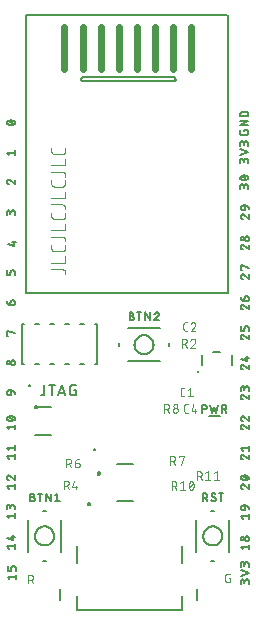
<source format=gbr>
G04 EAGLE Gerber RS-274X export*
G75*
%MOMM*%
%FSLAX34Y34*%
%LPD*%
%INSilkscreen Top*%
%IPPOS*%
%AMOC8*
5,1,8,0,0,1.08239X$1,22.5*%
G01*
%ADD10C,0.101600*%
%ADD11C,0.177800*%
%ADD12C,0.127000*%
%ADD13C,0.203200*%
%ADD14C,0.254000*%
%ADD15C,0.152400*%
%ADD16C,0.076200*%
%ADD17C,0.200000*%
%ADD18C,0.609600*%


D10*
X63458Y290703D02*
X72546Y290703D01*
X72546Y290702D02*
X72645Y290700D01*
X72745Y290694D01*
X72844Y290685D01*
X72942Y290672D01*
X73040Y290655D01*
X73138Y290634D01*
X73234Y290609D01*
X73329Y290581D01*
X73423Y290549D01*
X73516Y290514D01*
X73608Y290475D01*
X73698Y290432D01*
X73786Y290387D01*
X73873Y290337D01*
X73957Y290285D01*
X74040Y290229D01*
X74120Y290171D01*
X74198Y290109D01*
X74273Y290044D01*
X74346Y289976D01*
X74416Y289906D01*
X74484Y289833D01*
X74549Y289758D01*
X74611Y289680D01*
X74669Y289600D01*
X74725Y289517D01*
X74777Y289433D01*
X74827Y289346D01*
X74872Y289258D01*
X74915Y289168D01*
X74954Y289076D01*
X74989Y288983D01*
X75021Y288889D01*
X75049Y288794D01*
X75074Y288698D01*
X75095Y288600D01*
X75112Y288502D01*
X75125Y288404D01*
X75134Y288305D01*
X75140Y288205D01*
X75142Y288106D01*
X75142Y286808D01*
X75142Y296380D02*
X63458Y296380D01*
X75142Y296380D02*
X75142Y301573D01*
X75142Y308445D02*
X75142Y311042D01*
X75142Y308445D02*
X75140Y308346D01*
X75134Y308246D01*
X75125Y308147D01*
X75112Y308049D01*
X75095Y307951D01*
X75074Y307853D01*
X75049Y307757D01*
X75021Y307662D01*
X74989Y307568D01*
X74954Y307475D01*
X74915Y307383D01*
X74872Y307293D01*
X74827Y307205D01*
X74777Y307118D01*
X74725Y307034D01*
X74669Y306951D01*
X74611Y306871D01*
X74549Y306793D01*
X74484Y306718D01*
X74416Y306645D01*
X74346Y306575D01*
X74273Y306507D01*
X74198Y306442D01*
X74120Y306380D01*
X74040Y306322D01*
X73957Y306266D01*
X73873Y306214D01*
X73786Y306164D01*
X73698Y306119D01*
X73608Y306076D01*
X73516Y306037D01*
X73423Y306002D01*
X73329Y305970D01*
X73234Y305942D01*
X73138Y305917D01*
X73040Y305896D01*
X72942Y305879D01*
X72844Y305866D01*
X72745Y305857D01*
X72645Y305851D01*
X72546Y305849D01*
X66054Y305849D01*
X66054Y305848D02*
X65955Y305850D01*
X65855Y305856D01*
X65756Y305865D01*
X65658Y305878D01*
X65560Y305896D01*
X65462Y305916D01*
X65366Y305941D01*
X65270Y305969D01*
X65176Y306001D01*
X65083Y306036D01*
X64992Y306075D01*
X64902Y306118D01*
X64813Y306163D01*
X64727Y306213D01*
X64642Y306265D01*
X64560Y306321D01*
X64480Y306380D01*
X64402Y306441D01*
X64326Y306506D01*
X64253Y306574D01*
X64183Y306644D01*
X64115Y306717D01*
X64050Y306793D01*
X63989Y306871D01*
X63930Y306951D01*
X63874Y307033D01*
X63822Y307118D01*
X63773Y307204D01*
X63727Y307293D01*
X63684Y307383D01*
X63645Y307474D01*
X63610Y307567D01*
X63578Y307661D01*
X63550Y307757D01*
X63525Y307853D01*
X63505Y307951D01*
X63487Y308049D01*
X63474Y308147D01*
X63465Y308246D01*
X63459Y308345D01*
X63457Y308445D01*
X63458Y308445D02*
X63458Y311042D01*
X63458Y318135D02*
X72546Y318135D01*
X72546Y318134D02*
X72645Y318132D01*
X72745Y318126D01*
X72844Y318117D01*
X72942Y318104D01*
X73040Y318087D01*
X73138Y318066D01*
X73234Y318041D01*
X73329Y318013D01*
X73423Y317981D01*
X73516Y317946D01*
X73608Y317907D01*
X73698Y317864D01*
X73786Y317819D01*
X73873Y317769D01*
X73957Y317717D01*
X74040Y317661D01*
X74120Y317603D01*
X74198Y317541D01*
X74273Y317476D01*
X74346Y317408D01*
X74416Y317338D01*
X74484Y317265D01*
X74549Y317190D01*
X74611Y317112D01*
X74669Y317032D01*
X74725Y316949D01*
X74777Y316865D01*
X74827Y316778D01*
X74872Y316690D01*
X74915Y316600D01*
X74954Y316508D01*
X74989Y316415D01*
X75021Y316321D01*
X75049Y316226D01*
X75074Y316130D01*
X75095Y316032D01*
X75112Y315934D01*
X75125Y315836D01*
X75134Y315737D01*
X75140Y315637D01*
X75142Y315538D01*
X75142Y314240D01*
X75142Y323812D02*
X63458Y323812D01*
X75142Y323812D02*
X75142Y329005D01*
X75142Y335877D02*
X75142Y338474D01*
X75142Y335877D02*
X75140Y335778D01*
X75134Y335678D01*
X75125Y335579D01*
X75112Y335481D01*
X75095Y335383D01*
X75074Y335285D01*
X75049Y335189D01*
X75021Y335094D01*
X74989Y335000D01*
X74954Y334907D01*
X74915Y334815D01*
X74872Y334725D01*
X74827Y334637D01*
X74777Y334550D01*
X74725Y334466D01*
X74669Y334383D01*
X74611Y334303D01*
X74549Y334225D01*
X74484Y334150D01*
X74416Y334077D01*
X74346Y334007D01*
X74273Y333939D01*
X74198Y333874D01*
X74120Y333812D01*
X74040Y333754D01*
X73957Y333698D01*
X73873Y333646D01*
X73786Y333596D01*
X73698Y333551D01*
X73608Y333508D01*
X73516Y333469D01*
X73423Y333434D01*
X73329Y333402D01*
X73234Y333374D01*
X73138Y333349D01*
X73040Y333328D01*
X72942Y333311D01*
X72844Y333298D01*
X72745Y333289D01*
X72645Y333283D01*
X72546Y333281D01*
X66054Y333281D01*
X66054Y333280D02*
X65955Y333282D01*
X65855Y333288D01*
X65756Y333297D01*
X65658Y333310D01*
X65560Y333328D01*
X65462Y333348D01*
X65366Y333373D01*
X65270Y333401D01*
X65176Y333433D01*
X65083Y333468D01*
X64992Y333507D01*
X64902Y333550D01*
X64813Y333595D01*
X64727Y333645D01*
X64642Y333697D01*
X64560Y333753D01*
X64480Y333812D01*
X64402Y333873D01*
X64326Y333938D01*
X64253Y334006D01*
X64183Y334076D01*
X64115Y334149D01*
X64050Y334225D01*
X63989Y334303D01*
X63930Y334383D01*
X63874Y334465D01*
X63822Y334550D01*
X63773Y334636D01*
X63727Y334725D01*
X63684Y334815D01*
X63645Y334906D01*
X63610Y334999D01*
X63578Y335093D01*
X63550Y335189D01*
X63525Y335285D01*
X63505Y335383D01*
X63487Y335481D01*
X63474Y335579D01*
X63465Y335678D01*
X63459Y335777D01*
X63457Y335877D01*
X63458Y335877D02*
X63458Y338474D01*
X63458Y345567D02*
X72546Y345567D01*
X72546Y345566D02*
X72645Y345564D01*
X72745Y345558D01*
X72844Y345549D01*
X72942Y345536D01*
X73040Y345519D01*
X73138Y345498D01*
X73234Y345473D01*
X73329Y345445D01*
X73423Y345413D01*
X73516Y345378D01*
X73608Y345339D01*
X73698Y345296D01*
X73786Y345251D01*
X73873Y345201D01*
X73957Y345149D01*
X74040Y345093D01*
X74120Y345035D01*
X74198Y344973D01*
X74273Y344908D01*
X74346Y344840D01*
X74416Y344770D01*
X74484Y344697D01*
X74549Y344622D01*
X74611Y344544D01*
X74669Y344464D01*
X74725Y344381D01*
X74777Y344297D01*
X74827Y344210D01*
X74872Y344122D01*
X74915Y344032D01*
X74954Y343940D01*
X74989Y343847D01*
X75021Y343753D01*
X75049Y343658D01*
X75074Y343562D01*
X75095Y343464D01*
X75112Y343366D01*
X75125Y343268D01*
X75134Y343169D01*
X75140Y343069D01*
X75142Y342970D01*
X75142Y341672D01*
X75142Y351244D02*
X63458Y351244D01*
X75142Y351244D02*
X75142Y356437D01*
X75142Y363309D02*
X75142Y365906D01*
X75142Y363309D02*
X75140Y363210D01*
X75134Y363110D01*
X75125Y363011D01*
X75112Y362913D01*
X75095Y362815D01*
X75074Y362717D01*
X75049Y362621D01*
X75021Y362526D01*
X74989Y362432D01*
X74954Y362339D01*
X74915Y362247D01*
X74872Y362157D01*
X74827Y362069D01*
X74777Y361982D01*
X74725Y361898D01*
X74669Y361815D01*
X74611Y361735D01*
X74549Y361657D01*
X74484Y361582D01*
X74416Y361509D01*
X74346Y361439D01*
X74273Y361371D01*
X74198Y361306D01*
X74120Y361244D01*
X74040Y361186D01*
X73957Y361130D01*
X73873Y361078D01*
X73786Y361028D01*
X73698Y360983D01*
X73608Y360940D01*
X73516Y360901D01*
X73423Y360866D01*
X73329Y360834D01*
X73234Y360806D01*
X73138Y360781D01*
X73040Y360760D01*
X72942Y360743D01*
X72844Y360730D01*
X72745Y360721D01*
X72645Y360715D01*
X72546Y360713D01*
X66054Y360713D01*
X66054Y360712D02*
X65955Y360714D01*
X65855Y360720D01*
X65756Y360729D01*
X65658Y360742D01*
X65560Y360760D01*
X65462Y360780D01*
X65366Y360805D01*
X65270Y360833D01*
X65176Y360865D01*
X65083Y360900D01*
X64992Y360939D01*
X64902Y360982D01*
X64813Y361027D01*
X64727Y361077D01*
X64642Y361129D01*
X64560Y361185D01*
X64480Y361244D01*
X64402Y361305D01*
X64326Y361370D01*
X64253Y361438D01*
X64183Y361508D01*
X64115Y361581D01*
X64050Y361657D01*
X63989Y361735D01*
X63930Y361815D01*
X63874Y361897D01*
X63822Y361982D01*
X63773Y362068D01*
X63727Y362157D01*
X63684Y362247D01*
X63645Y362338D01*
X63610Y362431D01*
X63578Y362525D01*
X63550Y362621D01*
X63525Y362717D01*
X63505Y362815D01*
X63487Y362913D01*
X63474Y363011D01*
X63465Y363110D01*
X63459Y363209D01*
X63457Y363309D01*
X63458Y363309D02*
X63458Y365906D01*
X63458Y372999D02*
X72546Y372999D01*
X72546Y372998D02*
X72645Y372996D01*
X72745Y372990D01*
X72844Y372981D01*
X72942Y372968D01*
X73040Y372951D01*
X73138Y372930D01*
X73234Y372905D01*
X73329Y372877D01*
X73423Y372845D01*
X73516Y372810D01*
X73608Y372771D01*
X73698Y372728D01*
X73786Y372683D01*
X73873Y372633D01*
X73957Y372581D01*
X74040Y372525D01*
X74120Y372467D01*
X74198Y372405D01*
X74273Y372340D01*
X74346Y372272D01*
X74416Y372202D01*
X74484Y372129D01*
X74549Y372054D01*
X74611Y371976D01*
X74669Y371896D01*
X74725Y371813D01*
X74777Y371729D01*
X74827Y371642D01*
X74872Y371554D01*
X74915Y371464D01*
X74954Y371372D01*
X74989Y371279D01*
X75021Y371185D01*
X75049Y371090D01*
X75074Y370994D01*
X75095Y370896D01*
X75112Y370798D01*
X75125Y370700D01*
X75134Y370601D01*
X75140Y370501D01*
X75142Y370402D01*
X75142Y369104D01*
X75142Y378676D02*
X63458Y378676D01*
X75142Y378676D02*
X75142Y383869D01*
X75142Y390741D02*
X75142Y393338D01*
X75142Y390741D02*
X75140Y390642D01*
X75134Y390542D01*
X75125Y390443D01*
X75112Y390345D01*
X75095Y390247D01*
X75074Y390149D01*
X75049Y390053D01*
X75021Y389958D01*
X74989Y389864D01*
X74954Y389771D01*
X74915Y389679D01*
X74872Y389589D01*
X74827Y389501D01*
X74777Y389414D01*
X74725Y389330D01*
X74669Y389247D01*
X74611Y389167D01*
X74549Y389089D01*
X74484Y389014D01*
X74416Y388941D01*
X74346Y388871D01*
X74273Y388803D01*
X74198Y388738D01*
X74120Y388676D01*
X74040Y388618D01*
X73957Y388562D01*
X73873Y388510D01*
X73786Y388460D01*
X73698Y388415D01*
X73608Y388372D01*
X73516Y388333D01*
X73423Y388298D01*
X73329Y388266D01*
X73234Y388238D01*
X73138Y388213D01*
X73040Y388192D01*
X72942Y388175D01*
X72844Y388162D01*
X72745Y388153D01*
X72645Y388147D01*
X72546Y388145D01*
X66054Y388145D01*
X66054Y388144D02*
X65955Y388146D01*
X65855Y388152D01*
X65756Y388161D01*
X65658Y388174D01*
X65560Y388192D01*
X65462Y388212D01*
X65366Y388237D01*
X65270Y388265D01*
X65176Y388297D01*
X65083Y388332D01*
X64992Y388371D01*
X64902Y388414D01*
X64813Y388459D01*
X64727Y388509D01*
X64642Y388561D01*
X64560Y388617D01*
X64480Y388676D01*
X64402Y388737D01*
X64326Y388802D01*
X64253Y388870D01*
X64183Y388940D01*
X64115Y389013D01*
X64050Y389089D01*
X63989Y389167D01*
X63930Y389247D01*
X63874Y389329D01*
X63822Y389414D01*
X63773Y389500D01*
X63727Y389589D01*
X63684Y389679D01*
X63645Y389770D01*
X63610Y389863D01*
X63578Y389957D01*
X63550Y390053D01*
X63525Y390149D01*
X63505Y390247D01*
X63487Y390345D01*
X63474Y390443D01*
X63465Y390542D01*
X63459Y390641D01*
X63457Y390741D01*
X63458Y390741D02*
X63458Y393338D01*
X43898Y31795D02*
X43898Y24683D01*
X43898Y31795D02*
X45874Y31795D01*
X45961Y31793D01*
X46049Y31787D01*
X46136Y31778D01*
X46222Y31764D01*
X46308Y31747D01*
X46392Y31726D01*
X46476Y31701D01*
X46559Y31672D01*
X46640Y31640D01*
X46720Y31605D01*
X46798Y31566D01*
X46875Y31523D01*
X46949Y31477D01*
X47021Y31428D01*
X47091Y31376D01*
X47159Y31320D01*
X47224Y31262D01*
X47287Y31201D01*
X47346Y31137D01*
X47403Y31070D01*
X47457Y31002D01*
X47508Y30930D01*
X47555Y30857D01*
X47600Y30782D01*
X47641Y30704D01*
X47678Y30625D01*
X47712Y30545D01*
X47742Y30463D01*
X47769Y30380D01*
X47792Y30295D01*
X47811Y30210D01*
X47826Y30124D01*
X47838Y30037D01*
X47846Y29950D01*
X47850Y29863D01*
X47850Y29775D01*
X47846Y29688D01*
X47838Y29601D01*
X47826Y29514D01*
X47811Y29428D01*
X47792Y29343D01*
X47769Y29258D01*
X47742Y29175D01*
X47712Y29093D01*
X47678Y29013D01*
X47641Y28934D01*
X47600Y28856D01*
X47555Y28781D01*
X47508Y28708D01*
X47457Y28636D01*
X47403Y28568D01*
X47346Y28501D01*
X47287Y28437D01*
X47224Y28376D01*
X47159Y28318D01*
X47091Y28262D01*
X47021Y28210D01*
X46949Y28161D01*
X46875Y28115D01*
X46798Y28072D01*
X46720Y28033D01*
X46640Y27998D01*
X46559Y27966D01*
X46476Y27937D01*
X46392Y27912D01*
X46308Y27891D01*
X46222Y27874D01*
X46136Y27860D01*
X46049Y27851D01*
X45961Y27845D01*
X45874Y27843D01*
X45874Y27844D02*
X43898Y27844D01*
X46269Y27844D02*
X47849Y24683D01*
X213519Y29634D02*
X214704Y29634D01*
X214704Y25683D01*
X212333Y25683D01*
X212255Y25685D01*
X212178Y25691D01*
X212101Y25700D01*
X212025Y25713D01*
X211949Y25730D01*
X211874Y25751D01*
X211801Y25775D01*
X211728Y25803D01*
X211657Y25835D01*
X211588Y25870D01*
X211521Y25908D01*
X211455Y25949D01*
X211392Y25994D01*
X211331Y26042D01*
X211272Y26092D01*
X211216Y26146D01*
X211162Y26202D01*
X211112Y26261D01*
X211064Y26322D01*
X211019Y26385D01*
X210978Y26451D01*
X210940Y26518D01*
X210905Y26587D01*
X210873Y26658D01*
X210845Y26731D01*
X210821Y26804D01*
X210800Y26879D01*
X210783Y26955D01*
X210770Y27031D01*
X210761Y27108D01*
X210755Y27185D01*
X210753Y27263D01*
X210753Y31215D01*
X210755Y31293D01*
X210761Y31370D01*
X210770Y31447D01*
X210783Y31523D01*
X210800Y31599D01*
X210821Y31674D01*
X210845Y31747D01*
X210873Y31820D01*
X210905Y31891D01*
X210940Y31960D01*
X210978Y32027D01*
X211019Y32093D01*
X211064Y32156D01*
X211112Y32217D01*
X211162Y32276D01*
X211216Y32332D01*
X211272Y32386D01*
X211331Y32436D01*
X211392Y32484D01*
X211455Y32529D01*
X211521Y32570D01*
X211588Y32608D01*
X211657Y32643D01*
X211728Y32675D01*
X211801Y32703D01*
X211874Y32727D01*
X211949Y32748D01*
X212025Y32765D01*
X212101Y32778D01*
X212178Y32787D01*
X212255Y32793D01*
X212333Y32795D01*
X214704Y32795D01*
D11*
X45446Y191799D02*
X44755Y191799D01*
X44755Y192490D01*
X45446Y192490D01*
X45446Y191799D01*
D12*
X29206Y412995D02*
X29064Y412997D01*
X28921Y413002D01*
X28779Y413011D01*
X28637Y413024D01*
X28496Y413040D01*
X28355Y413059D01*
X28214Y413083D01*
X28074Y413109D01*
X27935Y413140D01*
X27797Y413174D01*
X27659Y413211D01*
X27523Y413251D01*
X27387Y413296D01*
X27253Y413343D01*
X27120Y413394D01*
X26988Y413448D01*
X26858Y413506D01*
X26729Y413567D01*
X26730Y413566D02*
X26661Y413592D01*
X26595Y413621D01*
X26529Y413653D01*
X26466Y413688D01*
X26404Y413727D01*
X26344Y413769D01*
X26287Y413814D01*
X26232Y413862D01*
X26180Y413913D01*
X26130Y413966D01*
X26084Y414022D01*
X26040Y414080D01*
X25999Y414141D01*
X25961Y414203D01*
X25927Y414267D01*
X25896Y414333D01*
X25868Y414401D01*
X25844Y414470D01*
X25824Y414540D01*
X25807Y414611D01*
X25794Y414682D01*
X25785Y414754D01*
X25779Y414827D01*
X25777Y414900D01*
X25779Y414973D01*
X25785Y415046D01*
X25794Y415118D01*
X25807Y415189D01*
X25824Y415260D01*
X25844Y415330D01*
X25868Y415399D01*
X25896Y415467D01*
X25927Y415533D01*
X25961Y415597D01*
X25999Y415659D01*
X26040Y415720D01*
X26084Y415778D01*
X26130Y415834D01*
X26180Y415887D01*
X26232Y415938D01*
X26287Y415986D01*
X26344Y416031D01*
X26404Y416073D01*
X26466Y416112D01*
X26529Y416147D01*
X26595Y416179D01*
X26661Y416208D01*
X26730Y416234D01*
X26729Y416234D02*
X26858Y416295D01*
X26988Y416353D01*
X27120Y416407D01*
X27253Y416458D01*
X27387Y416505D01*
X27523Y416550D01*
X27659Y416590D01*
X27797Y416627D01*
X27935Y416661D01*
X28074Y416692D01*
X28214Y416718D01*
X28355Y416742D01*
X28496Y416761D01*
X28637Y416777D01*
X28779Y416790D01*
X28921Y416799D01*
X29064Y416804D01*
X29206Y416806D01*
X29206Y412995D02*
X29348Y412997D01*
X29491Y413002D01*
X29633Y413011D01*
X29775Y413024D01*
X29916Y413040D01*
X30057Y413059D01*
X30198Y413083D01*
X30338Y413109D01*
X30477Y413140D01*
X30615Y413174D01*
X30753Y413211D01*
X30889Y413251D01*
X31025Y413296D01*
X31159Y413343D01*
X31292Y413394D01*
X31424Y413448D01*
X31554Y413506D01*
X31683Y413567D01*
X31682Y413566D02*
X31751Y413592D01*
X31817Y413621D01*
X31883Y413653D01*
X31946Y413688D01*
X32008Y413727D01*
X32068Y413769D01*
X32125Y413814D01*
X32180Y413862D01*
X32232Y413913D01*
X32282Y413966D01*
X32328Y414022D01*
X32372Y414080D01*
X32413Y414141D01*
X32451Y414203D01*
X32485Y414267D01*
X32516Y414333D01*
X32544Y414401D01*
X32568Y414470D01*
X32588Y414540D01*
X32605Y414611D01*
X32618Y414682D01*
X32627Y414754D01*
X32633Y414827D01*
X32635Y414900D01*
X31683Y416234D02*
X31554Y416295D01*
X31424Y416353D01*
X31292Y416407D01*
X31159Y416458D01*
X31025Y416505D01*
X30889Y416550D01*
X30753Y416590D01*
X30615Y416627D01*
X30477Y416661D01*
X30338Y416692D01*
X30198Y416718D01*
X30057Y416742D01*
X29916Y416761D01*
X29775Y416777D01*
X29633Y416790D01*
X29491Y416799D01*
X29348Y416804D01*
X29206Y416806D01*
X31682Y416234D02*
X31751Y416208D01*
X31817Y416179D01*
X31883Y416147D01*
X31946Y416112D01*
X32008Y416073D01*
X32068Y416031D01*
X32125Y415986D01*
X32180Y415938D01*
X32232Y415887D01*
X32282Y415834D01*
X32328Y415778D01*
X32372Y415720D01*
X32413Y415659D01*
X32451Y415597D01*
X32485Y415533D01*
X32516Y415467D01*
X32544Y415399D01*
X32568Y415330D01*
X32588Y415260D01*
X32605Y415189D01*
X32618Y415118D01*
X32627Y415046D01*
X32633Y414973D01*
X32635Y414900D01*
X31111Y413376D02*
X27301Y416424D01*
X25777Y389500D02*
X27301Y387595D01*
X25777Y389500D02*
X32635Y389500D01*
X32635Y387595D02*
X32635Y391405D01*
X27492Y366641D02*
X27410Y366639D01*
X27329Y366633D01*
X27248Y366624D01*
X27167Y366610D01*
X27088Y366593D01*
X27009Y366572D01*
X26931Y366547D01*
X26855Y366518D01*
X26780Y366486D01*
X26706Y366450D01*
X26635Y366411D01*
X26565Y366369D01*
X26497Y366323D01*
X26432Y366274D01*
X26369Y366222D01*
X26309Y366167D01*
X26251Y366109D01*
X26196Y366049D01*
X26144Y365986D01*
X26095Y365921D01*
X26049Y365853D01*
X26007Y365784D01*
X25968Y365712D01*
X25932Y365638D01*
X25900Y365563D01*
X25871Y365487D01*
X25846Y365409D01*
X25825Y365330D01*
X25808Y365251D01*
X25794Y365170D01*
X25785Y365089D01*
X25779Y365008D01*
X25777Y364926D01*
X25779Y364834D01*
X25785Y364742D01*
X25794Y364650D01*
X25808Y364558D01*
X25825Y364468D01*
X25846Y364378D01*
X25871Y364289D01*
X25900Y364201D01*
X25932Y364114D01*
X25968Y364029D01*
X26007Y363946D01*
X26050Y363864D01*
X26096Y363784D01*
X26146Y363706D01*
X26198Y363630D01*
X26254Y363557D01*
X26313Y363486D01*
X26375Y363417D01*
X26440Y363351D01*
X26507Y363288D01*
X26577Y363228D01*
X26649Y363170D01*
X26724Y363116D01*
X26801Y363065D01*
X26880Y363017D01*
X26961Y362973D01*
X27044Y362932D01*
X27128Y362894D01*
X27214Y362860D01*
X27301Y362830D01*
X28826Y366069D02*
X28767Y366128D01*
X28706Y366184D01*
X28643Y366237D01*
X28577Y366288D01*
X28509Y366335D01*
X28439Y366379D01*
X28367Y366420D01*
X28293Y366458D01*
X28218Y366492D01*
X28141Y366523D01*
X28063Y366550D01*
X27983Y366574D01*
X27903Y366595D01*
X27822Y366611D01*
X27740Y366624D01*
X27658Y366634D01*
X27575Y366639D01*
X27492Y366641D01*
X28825Y366069D02*
X32635Y362830D01*
X32635Y366640D01*
X32635Y338700D02*
X32635Y336795D01*
X32635Y338700D02*
X32633Y338785D01*
X32627Y338871D01*
X32618Y338956D01*
X32604Y339040D01*
X32587Y339124D01*
X32566Y339207D01*
X32542Y339289D01*
X32514Y339369D01*
X32482Y339449D01*
X32446Y339527D01*
X32408Y339603D01*
X32365Y339677D01*
X32320Y339749D01*
X32271Y339820D01*
X32219Y339888D01*
X32165Y339953D01*
X32107Y340016D01*
X32046Y340077D01*
X31983Y340135D01*
X31918Y340189D01*
X31850Y340241D01*
X31779Y340290D01*
X31707Y340335D01*
X31633Y340378D01*
X31557Y340416D01*
X31479Y340452D01*
X31399Y340484D01*
X31319Y340512D01*
X31237Y340536D01*
X31154Y340557D01*
X31070Y340574D01*
X30986Y340588D01*
X30901Y340597D01*
X30815Y340603D01*
X30730Y340605D01*
X30645Y340603D01*
X30559Y340597D01*
X30474Y340588D01*
X30390Y340574D01*
X30306Y340557D01*
X30223Y340536D01*
X30141Y340512D01*
X30061Y340484D01*
X29981Y340452D01*
X29903Y340416D01*
X29827Y340378D01*
X29753Y340335D01*
X29681Y340290D01*
X29610Y340241D01*
X29542Y340189D01*
X29477Y340135D01*
X29414Y340077D01*
X29353Y340016D01*
X29295Y339953D01*
X29241Y339888D01*
X29189Y339820D01*
X29140Y339749D01*
X29095Y339677D01*
X29052Y339603D01*
X29014Y339527D01*
X28978Y339449D01*
X28946Y339369D01*
X28918Y339289D01*
X28894Y339207D01*
X28873Y339124D01*
X28856Y339040D01*
X28842Y338956D01*
X28833Y338871D01*
X28827Y338785D01*
X28825Y338700D01*
X25777Y339081D02*
X25777Y336795D01*
X25777Y339081D02*
X25779Y339158D01*
X25785Y339235D01*
X25795Y339312D01*
X25808Y339388D01*
X25826Y339463D01*
X25847Y339537D01*
X25872Y339610D01*
X25901Y339682D01*
X25933Y339752D01*
X25968Y339821D01*
X26008Y339887D01*
X26050Y339952D01*
X26096Y340014D01*
X26145Y340074D01*
X26196Y340131D01*
X26251Y340186D01*
X26308Y340237D01*
X26368Y340286D01*
X26430Y340332D01*
X26495Y340374D01*
X26561Y340414D01*
X26630Y340449D01*
X26700Y340481D01*
X26772Y340510D01*
X26845Y340535D01*
X26919Y340556D01*
X26994Y340574D01*
X27070Y340587D01*
X27147Y340597D01*
X27224Y340603D01*
X27301Y340605D01*
X27378Y340603D01*
X27455Y340597D01*
X27532Y340587D01*
X27608Y340574D01*
X27683Y340556D01*
X27757Y340535D01*
X27830Y340510D01*
X27902Y340481D01*
X27972Y340449D01*
X28041Y340414D01*
X28107Y340374D01*
X28172Y340332D01*
X28234Y340286D01*
X28294Y340237D01*
X28351Y340186D01*
X28406Y340131D01*
X28457Y340074D01*
X28506Y340014D01*
X28552Y339952D01*
X28594Y339887D01*
X28634Y339821D01*
X28669Y339752D01*
X28701Y339682D01*
X28730Y339610D01*
X28755Y339537D01*
X28776Y339463D01*
X28794Y339388D01*
X28807Y339312D01*
X28817Y339235D01*
X28823Y339158D01*
X28825Y339081D01*
X28825Y337557D01*
X26412Y312284D02*
X31746Y310760D01*
X31746Y314570D01*
X30222Y313427D02*
X33270Y313427D01*
X32635Y288281D02*
X32635Y285995D01*
X32635Y288281D02*
X32633Y288358D01*
X32627Y288435D01*
X32617Y288512D01*
X32604Y288588D01*
X32586Y288663D01*
X32565Y288737D01*
X32540Y288810D01*
X32511Y288882D01*
X32479Y288952D01*
X32444Y289021D01*
X32404Y289087D01*
X32362Y289152D01*
X32316Y289214D01*
X32267Y289274D01*
X32216Y289331D01*
X32161Y289386D01*
X32104Y289437D01*
X32044Y289486D01*
X31982Y289532D01*
X31917Y289574D01*
X31851Y289614D01*
X31782Y289649D01*
X31712Y289681D01*
X31640Y289710D01*
X31567Y289735D01*
X31493Y289756D01*
X31418Y289774D01*
X31342Y289787D01*
X31265Y289797D01*
X31188Y289803D01*
X31111Y289805D01*
X30349Y289805D01*
X30272Y289803D01*
X30195Y289797D01*
X30118Y289787D01*
X30042Y289774D01*
X29967Y289756D01*
X29893Y289735D01*
X29820Y289710D01*
X29748Y289681D01*
X29678Y289649D01*
X29609Y289614D01*
X29543Y289574D01*
X29478Y289532D01*
X29416Y289486D01*
X29356Y289437D01*
X29299Y289386D01*
X29244Y289331D01*
X29193Y289274D01*
X29144Y289214D01*
X29098Y289152D01*
X29056Y289087D01*
X29016Y289021D01*
X28981Y288952D01*
X28949Y288882D01*
X28920Y288810D01*
X28895Y288737D01*
X28874Y288663D01*
X28856Y288588D01*
X28843Y288512D01*
X28833Y288435D01*
X28827Y288358D01*
X28825Y288281D01*
X28825Y285995D01*
X25777Y285995D01*
X25777Y289805D01*
X28825Y262881D02*
X28825Y260595D01*
X28825Y262881D02*
X28827Y262958D01*
X28833Y263035D01*
X28843Y263112D01*
X28856Y263188D01*
X28874Y263263D01*
X28895Y263337D01*
X28920Y263410D01*
X28949Y263482D01*
X28981Y263552D01*
X29016Y263621D01*
X29056Y263687D01*
X29098Y263752D01*
X29144Y263814D01*
X29193Y263874D01*
X29244Y263931D01*
X29299Y263986D01*
X29356Y264037D01*
X29416Y264086D01*
X29478Y264132D01*
X29543Y264174D01*
X29609Y264214D01*
X29678Y264249D01*
X29748Y264281D01*
X29820Y264310D01*
X29893Y264335D01*
X29967Y264356D01*
X30042Y264374D01*
X30118Y264387D01*
X30195Y264397D01*
X30272Y264403D01*
X30349Y264405D01*
X30730Y264405D01*
X30815Y264403D01*
X30901Y264397D01*
X30986Y264388D01*
X31070Y264374D01*
X31154Y264357D01*
X31237Y264336D01*
X31319Y264312D01*
X31399Y264284D01*
X31479Y264252D01*
X31557Y264216D01*
X31633Y264178D01*
X31707Y264135D01*
X31779Y264090D01*
X31850Y264041D01*
X31918Y263989D01*
X31983Y263935D01*
X32046Y263877D01*
X32107Y263816D01*
X32165Y263753D01*
X32219Y263688D01*
X32271Y263620D01*
X32320Y263549D01*
X32365Y263477D01*
X32408Y263403D01*
X32446Y263327D01*
X32482Y263249D01*
X32514Y263169D01*
X32542Y263089D01*
X32566Y263007D01*
X32587Y262924D01*
X32604Y262840D01*
X32618Y262756D01*
X32627Y262671D01*
X32633Y262585D01*
X32635Y262500D01*
X32633Y262415D01*
X32627Y262329D01*
X32618Y262244D01*
X32604Y262160D01*
X32587Y262076D01*
X32566Y261993D01*
X32542Y261911D01*
X32514Y261831D01*
X32482Y261751D01*
X32446Y261673D01*
X32408Y261597D01*
X32365Y261523D01*
X32320Y261451D01*
X32271Y261380D01*
X32219Y261312D01*
X32165Y261247D01*
X32107Y261184D01*
X32046Y261123D01*
X31983Y261065D01*
X31918Y261011D01*
X31850Y260959D01*
X31779Y260910D01*
X31707Y260865D01*
X31633Y260822D01*
X31557Y260784D01*
X31479Y260748D01*
X31399Y260716D01*
X31319Y260688D01*
X31237Y260664D01*
X31154Y260643D01*
X31070Y260626D01*
X30986Y260612D01*
X30901Y260603D01*
X30815Y260597D01*
X30730Y260595D01*
X28825Y260595D01*
X28716Y260597D01*
X28608Y260603D01*
X28499Y260612D01*
X28391Y260626D01*
X28284Y260643D01*
X28177Y260665D01*
X28071Y260690D01*
X27966Y260718D01*
X27862Y260751D01*
X27760Y260787D01*
X27659Y260827D01*
X27559Y260870D01*
X27461Y260917D01*
X27364Y260968D01*
X27270Y261022D01*
X27177Y261079D01*
X27087Y261139D01*
X26998Y261203D01*
X26912Y261270D01*
X26829Y261339D01*
X26748Y261412D01*
X26670Y261488D01*
X26594Y261566D01*
X26521Y261647D01*
X26452Y261730D01*
X26385Y261816D01*
X26321Y261905D01*
X26261Y261995D01*
X26204Y262088D01*
X26150Y262182D01*
X26099Y262279D01*
X26052Y262377D01*
X26009Y262477D01*
X25969Y262578D01*
X25933Y262680D01*
X25900Y262784D01*
X25872Y262889D01*
X25847Y262995D01*
X25825Y263102D01*
X25808Y263209D01*
X25794Y263317D01*
X25785Y263426D01*
X25779Y263534D01*
X25777Y263643D01*
X25777Y234560D02*
X26539Y234560D01*
X25777Y234560D02*
X25777Y238370D01*
X32635Y236465D01*
X30730Y213605D02*
X30645Y213603D01*
X30559Y213597D01*
X30474Y213588D01*
X30390Y213574D01*
X30306Y213557D01*
X30223Y213536D01*
X30141Y213512D01*
X30061Y213484D01*
X29981Y213452D01*
X29903Y213416D01*
X29827Y213378D01*
X29753Y213335D01*
X29681Y213290D01*
X29610Y213241D01*
X29542Y213189D01*
X29477Y213135D01*
X29414Y213077D01*
X29353Y213016D01*
X29295Y212953D01*
X29241Y212888D01*
X29189Y212820D01*
X29140Y212749D01*
X29095Y212677D01*
X29052Y212603D01*
X29014Y212527D01*
X28978Y212449D01*
X28946Y212369D01*
X28918Y212289D01*
X28894Y212207D01*
X28873Y212124D01*
X28856Y212040D01*
X28842Y211956D01*
X28833Y211871D01*
X28827Y211785D01*
X28825Y211700D01*
X28827Y211615D01*
X28833Y211529D01*
X28842Y211444D01*
X28856Y211360D01*
X28873Y211276D01*
X28894Y211193D01*
X28918Y211111D01*
X28946Y211031D01*
X28978Y210951D01*
X29014Y210873D01*
X29052Y210797D01*
X29095Y210723D01*
X29140Y210651D01*
X29189Y210580D01*
X29241Y210512D01*
X29295Y210447D01*
X29353Y210384D01*
X29414Y210323D01*
X29477Y210265D01*
X29542Y210211D01*
X29610Y210159D01*
X29681Y210110D01*
X29753Y210065D01*
X29827Y210022D01*
X29903Y209984D01*
X29981Y209948D01*
X30061Y209916D01*
X30141Y209888D01*
X30223Y209864D01*
X30306Y209843D01*
X30390Y209826D01*
X30474Y209812D01*
X30559Y209803D01*
X30645Y209797D01*
X30730Y209795D01*
X30815Y209797D01*
X30901Y209803D01*
X30986Y209812D01*
X31070Y209826D01*
X31154Y209843D01*
X31237Y209864D01*
X31319Y209888D01*
X31399Y209916D01*
X31479Y209948D01*
X31557Y209984D01*
X31633Y210022D01*
X31707Y210065D01*
X31779Y210110D01*
X31850Y210159D01*
X31918Y210211D01*
X31983Y210265D01*
X32046Y210323D01*
X32107Y210384D01*
X32165Y210447D01*
X32219Y210512D01*
X32271Y210580D01*
X32320Y210651D01*
X32365Y210723D01*
X32408Y210797D01*
X32446Y210873D01*
X32482Y210951D01*
X32514Y211031D01*
X32542Y211111D01*
X32566Y211193D01*
X32587Y211276D01*
X32604Y211360D01*
X32618Y211444D01*
X32627Y211529D01*
X32633Y211615D01*
X32635Y211700D01*
X32633Y211785D01*
X32627Y211871D01*
X32618Y211956D01*
X32604Y212040D01*
X32587Y212124D01*
X32566Y212207D01*
X32542Y212289D01*
X32514Y212369D01*
X32482Y212449D01*
X32446Y212527D01*
X32408Y212603D01*
X32365Y212677D01*
X32320Y212749D01*
X32271Y212820D01*
X32219Y212888D01*
X32165Y212953D01*
X32107Y213016D01*
X32046Y213077D01*
X31983Y213135D01*
X31918Y213189D01*
X31850Y213241D01*
X31779Y213290D01*
X31707Y213335D01*
X31633Y213378D01*
X31557Y213416D01*
X31479Y213452D01*
X31399Y213484D01*
X31319Y213512D01*
X31237Y213536D01*
X31154Y213557D01*
X31070Y213574D01*
X30986Y213588D01*
X30901Y213597D01*
X30815Y213603D01*
X30730Y213605D01*
X27301Y213224D02*
X27224Y213222D01*
X27147Y213216D01*
X27070Y213206D01*
X26994Y213193D01*
X26919Y213175D01*
X26845Y213154D01*
X26772Y213129D01*
X26700Y213100D01*
X26630Y213068D01*
X26561Y213033D01*
X26495Y212993D01*
X26430Y212951D01*
X26368Y212905D01*
X26308Y212856D01*
X26251Y212805D01*
X26196Y212750D01*
X26145Y212693D01*
X26096Y212633D01*
X26050Y212571D01*
X26008Y212506D01*
X25968Y212440D01*
X25933Y212371D01*
X25901Y212301D01*
X25872Y212229D01*
X25847Y212156D01*
X25826Y212082D01*
X25808Y212007D01*
X25795Y211931D01*
X25785Y211854D01*
X25779Y211777D01*
X25777Y211700D01*
X25779Y211623D01*
X25785Y211546D01*
X25795Y211469D01*
X25808Y211393D01*
X25826Y211318D01*
X25847Y211244D01*
X25872Y211171D01*
X25901Y211099D01*
X25933Y211029D01*
X25968Y210960D01*
X26008Y210894D01*
X26050Y210829D01*
X26096Y210767D01*
X26145Y210707D01*
X26196Y210650D01*
X26251Y210595D01*
X26308Y210544D01*
X26368Y210495D01*
X26430Y210449D01*
X26495Y210407D01*
X26561Y210367D01*
X26630Y210332D01*
X26700Y210300D01*
X26772Y210271D01*
X26845Y210246D01*
X26919Y210225D01*
X26994Y210207D01*
X27070Y210194D01*
X27147Y210184D01*
X27224Y210178D01*
X27301Y210176D01*
X27378Y210178D01*
X27455Y210184D01*
X27532Y210194D01*
X27608Y210207D01*
X27683Y210225D01*
X27757Y210246D01*
X27830Y210271D01*
X27902Y210300D01*
X27972Y210332D01*
X28041Y210367D01*
X28107Y210407D01*
X28172Y210449D01*
X28234Y210495D01*
X28294Y210544D01*
X28351Y210595D01*
X28406Y210650D01*
X28457Y210707D01*
X28506Y210767D01*
X28552Y210829D01*
X28594Y210894D01*
X28634Y210960D01*
X28669Y211029D01*
X28701Y211099D01*
X28730Y211171D01*
X28755Y211244D01*
X28776Y211318D01*
X28794Y211393D01*
X28807Y211469D01*
X28817Y211546D01*
X28823Y211623D01*
X28825Y211700D01*
X28823Y211777D01*
X28817Y211854D01*
X28807Y211931D01*
X28794Y212007D01*
X28776Y212082D01*
X28755Y212156D01*
X28730Y212229D01*
X28701Y212301D01*
X28669Y212371D01*
X28634Y212440D01*
X28594Y212506D01*
X28552Y212571D01*
X28506Y212633D01*
X28457Y212693D01*
X28406Y212750D01*
X28351Y212805D01*
X28294Y212856D01*
X28234Y212905D01*
X28172Y212951D01*
X28107Y212993D01*
X28041Y213033D01*
X27972Y213068D01*
X27902Y213100D01*
X27830Y213129D01*
X27757Y213154D01*
X27683Y213175D01*
X27608Y213193D01*
X27532Y213206D01*
X27455Y213216D01*
X27378Y213222D01*
X27301Y213224D01*
X29587Y188205D02*
X29587Y185919D01*
X29585Y185842D01*
X29579Y185765D01*
X29569Y185688D01*
X29556Y185612D01*
X29538Y185537D01*
X29517Y185463D01*
X29492Y185390D01*
X29463Y185318D01*
X29431Y185248D01*
X29396Y185179D01*
X29356Y185113D01*
X29314Y185048D01*
X29268Y184986D01*
X29219Y184926D01*
X29168Y184869D01*
X29113Y184814D01*
X29056Y184763D01*
X28996Y184714D01*
X28934Y184668D01*
X28869Y184626D01*
X28803Y184586D01*
X28734Y184551D01*
X28664Y184519D01*
X28592Y184490D01*
X28519Y184465D01*
X28445Y184444D01*
X28370Y184426D01*
X28294Y184413D01*
X28217Y184403D01*
X28140Y184397D01*
X28063Y184395D01*
X27682Y184395D01*
X27597Y184397D01*
X27511Y184403D01*
X27426Y184412D01*
X27342Y184426D01*
X27258Y184443D01*
X27175Y184464D01*
X27093Y184488D01*
X27013Y184516D01*
X26933Y184548D01*
X26855Y184584D01*
X26779Y184622D01*
X26705Y184665D01*
X26633Y184710D01*
X26562Y184759D01*
X26494Y184811D01*
X26429Y184865D01*
X26366Y184923D01*
X26305Y184984D01*
X26247Y185047D01*
X26193Y185112D01*
X26141Y185180D01*
X26092Y185251D01*
X26047Y185323D01*
X26004Y185397D01*
X25966Y185473D01*
X25930Y185551D01*
X25898Y185631D01*
X25870Y185711D01*
X25846Y185793D01*
X25825Y185876D01*
X25808Y185960D01*
X25794Y186044D01*
X25785Y186129D01*
X25779Y186215D01*
X25777Y186300D01*
X25779Y186385D01*
X25785Y186471D01*
X25794Y186556D01*
X25808Y186640D01*
X25825Y186724D01*
X25846Y186807D01*
X25870Y186889D01*
X25898Y186969D01*
X25930Y187049D01*
X25966Y187127D01*
X26004Y187203D01*
X26047Y187277D01*
X26092Y187349D01*
X26141Y187420D01*
X26193Y187488D01*
X26247Y187553D01*
X26305Y187616D01*
X26366Y187677D01*
X26429Y187735D01*
X26494Y187789D01*
X26562Y187841D01*
X26633Y187890D01*
X26705Y187935D01*
X26779Y187978D01*
X26855Y188016D01*
X26933Y188052D01*
X27013Y188084D01*
X27093Y188112D01*
X27175Y188136D01*
X27258Y188157D01*
X27342Y188174D01*
X27426Y188188D01*
X27511Y188197D01*
X27597Y188203D01*
X27682Y188205D01*
X29587Y188205D01*
X29696Y188203D01*
X29804Y188197D01*
X29913Y188188D01*
X30021Y188174D01*
X30128Y188157D01*
X30235Y188135D01*
X30341Y188110D01*
X30446Y188082D01*
X30550Y188049D01*
X30652Y188013D01*
X30753Y187973D01*
X30853Y187930D01*
X30951Y187883D01*
X31048Y187832D01*
X31142Y187778D01*
X31235Y187721D01*
X31325Y187661D01*
X31414Y187597D01*
X31500Y187530D01*
X31583Y187461D01*
X31664Y187388D01*
X31742Y187312D01*
X31818Y187234D01*
X31891Y187153D01*
X31960Y187070D01*
X32027Y186984D01*
X32091Y186895D01*
X32151Y186805D01*
X32208Y186712D01*
X32262Y186618D01*
X32313Y186521D01*
X32360Y186423D01*
X32403Y186323D01*
X32443Y186222D01*
X32479Y186120D01*
X32512Y186016D01*
X32540Y185911D01*
X32565Y185805D01*
X32587Y185698D01*
X32604Y185591D01*
X32618Y185483D01*
X32627Y185374D01*
X32633Y185266D01*
X32635Y185157D01*
X25777Y157090D02*
X27301Y155185D01*
X25777Y157090D02*
X32635Y157090D01*
X32635Y155185D02*
X32635Y158995D01*
X29206Y162500D02*
X29064Y162502D01*
X28921Y162507D01*
X28779Y162516D01*
X28637Y162529D01*
X28496Y162545D01*
X28355Y162564D01*
X28214Y162588D01*
X28074Y162614D01*
X27935Y162645D01*
X27797Y162679D01*
X27659Y162716D01*
X27523Y162756D01*
X27387Y162801D01*
X27253Y162848D01*
X27120Y162899D01*
X26988Y162953D01*
X26858Y163011D01*
X26729Y163072D01*
X26730Y163071D02*
X26661Y163097D01*
X26595Y163126D01*
X26529Y163158D01*
X26466Y163193D01*
X26404Y163232D01*
X26344Y163274D01*
X26287Y163319D01*
X26232Y163367D01*
X26180Y163418D01*
X26130Y163471D01*
X26084Y163527D01*
X26040Y163585D01*
X25999Y163646D01*
X25961Y163708D01*
X25927Y163772D01*
X25896Y163838D01*
X25868Y163906D01*
X25844Y163975D01*
X25824Y164045D01*
X25807Y164116D01*
X25794Y164187D01*
X25785Y164259D01*
X25779Y164332D01*
X25777Y164405D01*
X25779Y164478D01*
X25785Y164551D01*
X25794Y164623D01*
X25807Y164694D01*
X25824Y164765D01*
X25844Y164835D01*
X25868Y164904D01*
X25896Y164972D01*
X25927Y165038D01*
X25961Y165102D01*
X25999Y165164D01*
X26040Y165225D01*
X26084Y165283D01*
X26130Y165339D01*
X26180Y165392D01*
X26232Y165443D01*
X26287Y165491D01*
X26344Y165536D01*
X26404Y165578D01*
X26466Y165617D01*
X26529Y165652D01*
X26595Y165684D01*
X26661Y165713D01*
X26730Y165739D01*
X26729Y165739D02*
X26858Y165800D01*
X26988Y165858D01*
X27120Y165912D01*
X27253Y165963D01*
X27387Y166010D01*
X27523Y166055D01*
X27659Y166095D01*
X27797Y166132D01*
X27935Y166166D01*
X28074Y166197D01*
X28214Y166223D01*
X28355Y166247D01*
X28496Y166266D01*
X28637Y166282D01*
X28779Y166295D01*
X28921Y166304D01*
X29064Y166309D01*
X29206Y166311D01*
X29206Y162500D02*
X29348Y162502D01*
X29491Y162507D01*
X29633Y162516D01*
X29775Y162529D01*
X29916Y162545D01*
X30057Y162564D01*
X30198Y162588D01*
X30338Y162614D01*
X30477Y162645D01*
X30615Y162679D01*
X30753Y162716D01*
X30889Y162756D01*
X31025Y162801D01*
X31159Y162848D01*
X31292Y162899D01*
X31424Y162953D01*
X31554Y163011D01*
X31683Y163072D01*
X31682Y163071D02*
X31751Y163097D01*
X31817Y163126D01*
X31883Y163158D01*
X31946Y163193D01*
X32008Y163232D01*
X32068Y163274D01*
X32125Y163319D01*
X32180Y163367D01*
X32232Y163418D01*
X32282Y163471D01*
X32328Y163527D01*
X32372Y163585D01*
X32413Y163646D01*
X32451Y163708D01*
X32485Y163772D01*
X32516Y163838D01*
X32544Y163906D01*
X32568Y163975D01*
X32588Y164045D01*
X32605Y164116D01*
X32618Y164187D01*
X32627Y164259D01*
X32633Y164332D01*
X32635Y164405D01*
X31683Y165739D02*
X31554Y165800D01*
X31424Y165858D01*
X31292Y165912D01*
X31159Y165963D01*
X31025Y166010D01*
X30889Y166055D01*
X30753Y166095D01*
X30615Y166132D01*
X30477Y166166D01*
X30338Y166197D01*
X30198Y166223D01*
X30057Y166247D01*
X29916Y166266D01*
X29775Y166282D01*
X29633Y166295D01*
X29491Y166304D01*
X29348Y166309D01*
X29206Y166311D01*
X31682Y165739D02*
X31751Y165713D01*
X31817Y165684D01*
X31883Y165652D01*
X31946Y165617D01*
X32008Y165578D01*
X32068Y165536D01*
X32125Y165491D01*
X32180Y165443D01*
X32232Y165392D01*
X32282Y165339D01*
X32328Y165283D01*
X32372Y165225D01*
X32413Y165164D01*
X32451Y165102D01*
X32485Y165038D01*
X32516Y164972D01*
X32544Y164904D01*
X32568Y164835D01*
X32588Y164765D01*
X32605Y164694D01*
X32618Y164623D01*
X32627Y164551D01*
X32633Y164478D01*
X32635Y164405D01*
X31111Y162881D02*
X27301Y165929D01*
X25777Y132325D02*
X27301Y130420D01*
X25777Y132325D02*
X32635Y132325D01*
X32635Y130420D02*
X32635Y134230D01*
X27301Y137735D02*
X25777Y139640D01*
X32635Y139640D01*
X32635Y137735D02*
X32635Y141545D01*
X25777Y106925D02*
X27301Y105020D01*
X25777Y106925D02*
X32635Y106925D01*
X32635Y105020D02*
X32635Y108830D01*
X25777Y114431D02*
X25779Y114513D01*
X25785Y114594D01*
X25794Y114675D01*
X25808Y114756D01*
X25825Y114835D01*
X25846Y114914D01*
X25871Y114992D01*
X25900Y115068D01*
X25932Y115143D01*
X25968Y115217D01*
X26007Y115289D01*
X26049Y115358D01*
X26095Y115426D01*
X26144Y115491D01*
X26196Y115554D01*
X26251Y115614D01*
X26309Y115672D01*
X26369Y115727D01*
X26432Y115779D01*
X26497Y115828D01*
X26565Y115874D01*
X26635Y115916D01*
X26706Y115955D01*
X26780Y115991D01*
X26855Y116023D01*
X26931Y116052D01*
X27009Y116077D01*
X27088Y116098D01*
X27167Y116115D01*
X27248Y116129D01*
X27329Y116138D01*
X27410Y116144D01*
X27492Y116146D01*
X25777Y114431D02*
X25779Y114339D01*
X25785Y114247D01*
X25794Y114155D01*
X25808Y114063D01*
X25825Y113973D01*
X25846Y113883D01*
X25871Y113794D01*
X25900Y113706D01*
X25932Y113619D01*
X25968Y113534D01*
X26007Y113451D01*
X26050Y113369D01*
X26096Y113289D01*
X26146Y113211D01*
X26198Y113135D01*
X26254Y113062D01*
X26313Y112991D01*
X26375Y112922D01*
X26440Y112856D01*
X26507Y112793D01*
X26577Y112733D01*
X26649Y112675D01*
X26724Y112621D01*
X26801Y112570D01*
X26880Y112522D01*
X26961Y112478D01*
X27044Y112437D01*
X27128Y112399D01*
X27214Y112365D01*
X27301Y112335D01*
X28826Y115574D02*
X28767Y115633D01*
X28706Y115689D01*
X28643Y115742D01*
X28577Y115793D01*
X28509Y115840D01*
X28439Y115884D01*
X28367Y115925D01*
X28293Y115963D01*
X28218Y115997D01*
X28141Y116028D01*
X28063Y116055D01*
X27983Y116079D01*
X27903Y116100D01*
X27822Y116116D01*
X27740Y116129D01*
X27658Y116139D01*
X27575Y116144D01*
X27492Y116146D01*
X28825Y115574D02*
X32635Y112335D01*
X32635Y116145D01*
X25777Y82160D02*
X27301Y80255D01*
X25777Y82160D02*
X32635Y82160D01*
X32635Y80255D02*
X32635Y84065D01*
X32635Y87570D02*
X32635Y89475D01*
X32633Y89560D01*
X32627Y89646D01*
X32618Y89731D01*
X32604Y89815D01*
X32587Y89899D01*
X32566Y89982D01*
X32542Y90064D01*
X32514Y90144D01*
X32482Y90224D01*
X32446Y90302D01*
X32408Y90378D01*
X32365Y90452D01*
X32320Y90524D01*
X32271Y90595D01*
X32219Y90663D01*
X32165Y90728D01*
X32107Y90791D01*
X32046Y90852D01*
X31983Y90910D01*
X31918Y90964D01*
X31850Y91016D01*
X31779Y91065D01*
X31707Y91110D01*
X31633Y91153D01*
X31557Y91191D01*
X31479Y91227D01*
X31399Y91259D01*
X31319Y91287D01*
X31237Y91311D01*
X31154Y91332D01*
X31070Y91349D01*
X30986Y91363D01*
X30901Y91372D01*
X30815Y91378D01*
X30730Y91380D01*
X30645Y91378D01*
X30559Y91372D01*
X30474Y91363D01*
X30390Y91349D01*
X30306Y91332D01*
X30223Y91311D01*
X30141Y91287D01*
X30061Y91259D01*
X29981Y91227D01*
X29903Y91191D01*
X29827Y91153D01*
X29753Y91110D01*
X29681Y91065D01*
X29610Y91016D01*
X29542Y90964D01*
X29477Y90910D01*
X29414Y90852D01*
X29353Y90791D01*
X29295Y90728D01*
X29241Y90663D01*
X29189Y90595D01*
X29140Y90524D01*
X29095Y90452D01*
X29052Y90378D01*
X29014Y90302D01*
X28978Y90224D01*
X28946Y90144D01*
X28918Y90064D01*
X28894Y89982D01*
X28873Y89899D01*
X28856Y89815D01*
X28842Y89731D01*
X28833Y89646D01*
X28827Y89560D01*
X28825Y89475D01*
X25777Y89856D02*
X25777Y87570D01*
X25777Y89856D02*
X25779Y89933D01*
X25785Y90010D01*
X25795Y90087D01*
X25808Y90163D01*
X25826Y90238D01*
X25847Y90312D01*
X25872Y90385D01*
X25901Y90457D01*
X25933Y90527D01*
X25968Y90596D01*
X26008Y90662D01*
X26050Y90727D01*
X26096Y90789D01*
X26145Y90849D01*
X26196Y90906D01*
X26251Y90961D01*
X26308Y91012D01*
X26368Y91061D01*
X26430Y91107D01*
X26495Y91149D01*
X26561Y91189D01*
X26630Y91224D01*
X26700Y91256D01*
X26772Y91285D01*
X26845Y91310D01*
X26919Y91331D01*
X26994Y91349D01*
X27070Y91362D01*
X27147Y91372D01*
X27224Y91378D01*
X27301Y91380D01*
X27378Y91378D01*
X27455Y91372D01*
X27532Y91362D01*
X27608Y91349D01*
X27683Y91331D01*
X27757Y91310D01*
X27830Y91285D01*
X27902Y91256D01*
X27972Y91224D01*
X28041Y91189D01*
X28107Y91149D01*
X28172Y91107D01*
X28234Y91061D01*
X28294Y91012D01*
X28351Y90961D01*
X28406Y90906D01*
X28457Y90849D01*
X28506Y90789D01*
X28552Y90727D01*
X28594Y90662D01*
X28634Y90596D01*
X28669Y90527D01*
X28701Y90457D01*
X28730Y90385D01*
X28755Y90312D01*
X28776Y90238D01*
X28794Y90163D01*
X28807Y90087D01*
X28817Y90010D01*
X28823Y89933D01*
X28825Y89856D01*
X28825Y88332D01*
X25777Y56125D02*
X27301Y54220D01*
X25777Y56125D02*
X32635Y56125D01*
X32635Y54220D02*
X32635Y58030D01*
X31111Y61535D02*
X25777Y63059D01*
X31111Y61535D02*
X31111Y65345D01*
X29587Y64202D02*
X32635Y64202D01*
X26412Y30090D02*
X27936Y28185D01*
X26412Y30090D02*
X33270Y30090D01*
X33270Y28185D02*
X33270Y31995D01*
X33270Y35500D02*
X33270Y37786D01*
X33268Y37863D01*
X33262Y37940D01*
X33252Y38017D01*
X33239Y38093D01*
X33221Y38168D01*
X33200Y38242D01*
X33175Y38315D01*
X33146Y38387D01*
X33114Y38457D01*
X33079Y38526D01*
X33039Y38592D01*
X32997Y38657D01*
X32951Y38719D01*
X32902Y38779D01*
X32851Y38836D01*
X32796Y38891D01*
X32739Y38942D01*
X32679Y38991D01*
X32617Y39037D01*
X32552Y39079D01*
X32486Y39119D01*
X32417Y39154D01*
X32347Y39186D01*
X32275Y39215D01*
X32202Y39240D01*
X32128Y39261D01*
X32053Y39279D01*
X31977Y39292D01*
X31900Y39302D01*
X31823Y39308D01*
X31746Y39310D01*
X30984Y39310D01*
X30907Y39308D01*
X30830Y39302D01*
X30753Y39292D01*
X30677Y39279D01*
X30602Y39261D01*
X30528Y39240D01*
X30455Y39215D01*
X30383Y39186D01*
X30313Y39154D01*
X30244Y39119D01*
X30178Y39079D01*
X30113Y39037D01*
X30051Y38991D01*
X29991Y38942D01*
X29934Y38891D01*
X29879Y38836D01*
X29828Y38779D01*
X29779Y38719D01*
X29733Y38657D01*
X29691Y38592D01*
X29651Y38526D01*
X29616Y38457D01*
X29584Y38387D01*
X29555Y38315D01*
X29530Y38242D01*
X29509Y38168D01*
X29491Y38093D01*
X29478Y38017D01*
X29468Y37940D01*
X29462Y37863D01*
X29460Y37786D01*
X29460Y35500D01*
X26412Y35500D01*
X26412Y39310D01*
X226310Y407407D02*
X226310Y408550D01*
X230120Y408550D01*
X230120Y406264D01*
X230118Y406187D01*
X230112Y406110D01*
X230102Y406033D01*
X230089Y405957D01*
X230071Y405882D01*
X230050Y405808D01*
X230025Y405735D01*
X229996Y405663D01*
X229964Y405593D01*
X229929Y405524D01*
X229889Y405458D01*
X229847Y405393D01*
X229801Y405331D01*
X229752Y405271D01*
X229701Y405214D01*
X229646Y405159D01*
X229589Y405108D01*
X229529Y405059D01*
X229467Y405013D01*
X229402Y404971D01*
X229336Y404931D01*
X229267Y404896D01*
X229197Y404864D01*
X229125Y404835D01*
X229052Y404810D01*
X228978Y404789D01*
X228903Y404771D01*
X228827Y404758D01*
X228750Y404748D01*
X228673Y404742D01*
X228596Y404740D01*
X224786Y404740D01*
X224709Y404742D01*
X224632Y404748D01*
X224555Y404758D01*
X224479Y404771D01*
X224404Y404789D01*
X224330Y404810D01*
X224257Y404835D01*
X224185Y404864D01*
X224115Y404896D01*
X224046Y404931D01*
X223980Y404971D01*
X223915Y405013D01*
X223853Y405059D01*
X223793Y405108D01*
X223736Y405159D01*
X223681Y405214D01*
X223630Y405271D01*
X223581Y405331D01*
X223535Y405393D01*
X223493Y405458D01*
X223453Y405524D01*
X223418Y405593D01*
X223386Y405663D01*
X223357Y405735D01*
X223332Y405808D01*
X223311Y405882D01*
X223293Y405957D01*
X223280Y406033D01*
X223270Y406110D01*
X223264Y406187D01*
X223262Y406264D01*
X223262Y408550D01*
X223262Y412543D02*
X230120Y412543D01*
X230120Y416353D02*
X223262Y412543D01*
X223262Y416353D02*
X230120Y416353D01*
X230120Y420346D02*
X223262Y420346D01*
X223262Y422251D01*
X223264Y422336D01*
X223270Y422422D01*
X223279Y422507D01*
X223293Y422591D01*
X223310Y422675D01*
X223331Y422758D01*
X223355Y422840D01*
X223383Y422920D01*
X223415Y423000D01*
X223451Y423078D01*
X223489Y423154D01*
X223532Y423228D01*
X223577Y423300D01*
X223626Y423371D01*
X223678Y423439D01*
X223732Y423504D01*
X223790Y423567D01*
X223851Y423628D01*
X223914Y423686D01*
X223979Y423740D01*
X224047Y423792D01*
X224118Y423841D01*
X224190Y423886D01*
X224264Y423929D01*
X224340Y423967D01*
X224418Y424003D01*
X224498Y424035D01*
X224578Y424063D01*
X224660Y424087D01*
X224743Y424108D01*
X224827Y424125D01*
X224911Y424139D01*
X224996Y424148D01*
X225082Y424154D01*
X225167Y424156D01*
X228215Y424156D01*
X228300Y424154D01*
X228386Y424148D01*
X228471Y424139D01*
X228555Y424125D01*
X228639Y424108D01*
X228722Y424087D01*
X228804Y424063D01*
X228884Y424035D01*
X228964Y424003D01*
X229042Y423967D01*
X229118Y423929D01*
X229192Y423886D01*
X229264Y423841D01*
X229335Y423792D01*
X229403Y423740D01*
X229468Y423686D01*
X229531Y423628D01*
X229592Y423567D01*
X229650Y423504D01*
X229704Y423439D01*
X229756Y423371D01*
X229805Y423300D01*
X229850Y423228D01*
X229893Y423154D01*
X229931Y423078D01*
X229967Y423000D01*
X229999Y422920D01*
X230027Y422840D01*
X230051Y422758D01*
X230072Y422675D01*
X230089Y422591D01*
X230103Y422507D01*
X230112Y422422D01*
X230118Y422336D01*
X230120Y422251D01*
X230120Y420346D01*
X230120Y382515D02*
X230120Y380610D01*
X230120Y382515D02*
X230118Y382600D01*
X230112Y382686D01*
X230103Y382771D01*
X230089Y382855D01*
X230072Y382939D01*
X230051Y383022D01*
X230027Y383104D01*
X229999Y383184D01*
X229967Y383264D01*
X229931Y383342D01*
X229893Y383418D01*
X229850Y383492D01*
X229805Y383564D01*
X229756Y383635D01*
X229704Y383703D01*
X229650Y383768D01*
X229592Y383831D01*
X229531Y383892D01*
X229468Y383950D01*
X229403Y384004D01*
X229335Y384056D01*
X229264Y384105D01*
X229192Y384150D01*
X229118Y384193D01*
X229042Y384231D01*
X228964Y384267D01*
X228884Y384299D01*
X228804Y384327D01*
X228722Y384351D01*
X228639Y384372D01*
X228555Y384389D01*
X228471Y384403D01*
X228386Y384412D01*
X228300Y384418D01*
X228215Y384420D01*
X228130Y384418D01*
X228044Y384412D01*
X227959Y384403D01*
X227875Y384389D01*
X227791Y384372D01*
X227708Y384351D01*
X227626Y384327D01*
X227546Y384299D01*
X227466Y384267D01*
X227388Y384231D01*
X227312Y384193D01*
X227238Y384150D01*
X227166Y384105D01*
X227095Y384056D01*
X227027Y384004D01*
X226962Y383950D01*
X226899Y383892D01*
X226838Y383831D01*
X226780Y383768D01*
X226726Y383703D01*
X226674Y383635D01*
X226625Y383564D01*
X226580Y383492D01*
X226537Y383418D01*
X226499Y383342D01*
X226463Y383264D01*
X226431Y383184D01*
X226403Y383104D01*
X226379Y383022D01*
X226358Y382939D01*
X226341Y382855D01*
X226327Y382771D01*
X226318Y382686D01*
X226312Y382600D01*
X226310Y382515D01*
X223262Y382896D02*
X223262Y380610D01*
X223262Y382896D02*
X223264Y382973D01*
X223270Y383050D01*
X223280Y383127D01*
X223293Y383203D01*
X223311Y383278D01*
X223332Y383352D01*
X223357Y383425D01*
X223386Y383497D01*
X223418Y383567D01*
X223453Y383636D01*
X223493Y383702D01*
X223535Y383767D01*
X223581Y383829D01*
X223630Y383889D01*
X223681Y383946D01*
X223736Y384001D01*
X223793Y384052D01*
X223853Y384101D01*
X223915Y384147D01*
X223980Y384189D01*
X224046Y384229D01*
X224115Y384264D01*
X224185Y384296D01*
X224257Y384325D01*
X224330Y384350D01*
X224404Y384371D01*
X224479Y384389D01*
X224555Y384402D01*
X224632Y384412D01*
X224709Y384418D01*
X224786Y384420D01*
X224863Y384418D01*
X224940Y384412D01*
X225017Y384402D01*
X225093Y384389D01*
X225168Y384371D01*
X225242Y384350D01*
X225315Y384325D01*
X225387Y384296D01*
X225457Y384264D01*
X225526Y384229D01*
X225592Y384189D01*
X225657Y384147D01*
X225719Y384101D01*
X225779Y384052D01*
X225836Y384001D01*
X225891Y383946D01*
X225942Y383889D01*
X225991Y383829D01*
X226037Y383767D01*
X226079Y383702D01*
X226119Y383636D01*
X226154Y383567D01*
X226186Y383497D01*
X226215Y383425D01*
X226240Y383352D01*
X226261Y383278D01*
X226279Y383203D01*
X226292Y383127D01*
X226302Y383050D01*
X226308Y382973D01*
X226310Y382896D01*
X226310Y381372D01*
X223262Y387544D02*
X230120Y389830D01*
X223262Y392116D01*
X230120Y395240D02*
X230120Y397145D01*
X230118Y397230D01*
X230112Y397316D01*
X230103Y397401D01*
X230089Y397485D01*
X230072Y397569D01*
X230051Y397652D01*
X230027Y397734D01*
X229999Y397814D01*
X229967Y397894D01*
X229931Y397972D01*
X229893Y398048D01*
X229850Y398122D01*
X229805Y398194D01*
X229756Y398265D01*
X229704Y398333D01*
X229650Y398398D01*
X229592Y398461D01*
X229531Y398522D01*
X229468Y398580D01*
X229403Y398634D01*
X229335Y398686D01*
X229264Y398735D01*
X229192Y398780D01*
X229118Y398823D01*
X229042Y398861D01*
X228964Y398897D01*
X228884Y398929D01*
X228804Y398957D01*
X228722Y398981D01*
X228639Y399002D01*
X228555Y399019D01*
X228471Y399033D01*
X228386Y399042D01*
X228300Y399048D01*
X228215Y399050D01*
X228130Y399048D01*
X228044Y399042D01*
X227959Y399033D01*
X227875Y399019D01*
X227791Y399002D01*
X227708Y398981D01*
X227626Y398957D01*
X227546Y398929D01*
X227466Y398897D01*
X227388Y398861D01*
X227312Y398823D01*
X227238Y398780D01*
X227166Y398735D01*
X227095Y398686D01*
X227027Y398634D01*
X226962Y398580D01*
X226899Y398522D01*
X226838Y398461D01*
X226780Y398398D01*
X226726Y398333D01*
X226674Y398265D01*
X226625Y398194D01*
X226580Y398122D01*
X226537Y398048D01*
X226499Y397972D01*
X226463Y397894D01*
X226431Y397814D01*
X226403Y397734D01*
X226379Y397652D01*
X226358Y397569D01*
X226341Y397485D01*
X226327Y397401D01*
X226318Y397316D01*
X226312Y397230D01*
X226310Y397145D01*
X223262Y397526D02*
X223262Y395240D01*
X223262Y397526D02*
X223264Y397603D01*
X223270Y397680D01*
X223280Y397757D01*
X223293Y397833D01*
X223311Y397908D01*
X223332Y397982D01*
X223357Y398055D01*
X223386Y398127D01*
X223418Y398197D01*
X223453Y398266D01*
X223493Y398332D01*
X223535Y398397D01*
X223581Y398459D01*
X223630Y398519D01*
X223681Y398576D01*
X223736Y398631D01*
X223793Y398682D01*
X223853Y398731D01*
X223915Y398777D01*
X223980Y398819D01*
X224046Y398859D01*
X224115Y398894D01*
X224185Y398926D01*
X224257Y398955D01*
X224330Y398980D01*
X224404Y399001D01*
X224479Y399019D01*
X224555Y399032D01*
X224632Y399042D01*
X224709Y399048D01*
X224786Y399050D01*
X224863Y399048D01*
X224940Y399042D01*
X225017Y399032D01*
X225093Y399019D01*
X225168Y399001D01*
X225242Y398980D01*
X225315Y398955D01*
X225387Y398926D01*
X225457Y398894D01*
X225526Y398859D01*
X225592Y398819D01*
X225657Y398777D01*
X225719Y398731D01*
X225779Y398682D01*
X225836Y398631D01*
X225891Y398576D01*
X225942Y398519D01*
X225991Y398459D01*
X226037Y398397D01*
X226079Y398332D01*
X226119Y398266D01*
X226154Y398197D01*
X226186Y398127D01*
X226215Y398055D01*
X226240Y397982D01*
X226261Y397908D01*
X226279Y397833D01*
X226292Y397757D01*
X226302Y397680D01*
X226308Y397603D01*
X226310Y397526D01*
X226310Y396002D01*
X230120Y360925D02*
X230120Y359020D01*
X230120Y360925D02*
X230118Y361010D01*
X230112Y361096D01*
X230103Y361181D01*
X230089Y361265D01*
X230072Y361349D01*
X230051Y361432D01*
X230027Y361514D01*
X229999Y361594D01*
X229967Y361674D01*
X229931Y361752D01*
X229893Y361828D01*
X229850Y361902D01*
X229805Y361974D01*
X229756Y362045D01*
X229704Y362113D01*
X229650Y362178D01*
X229592Y362241D01*
X229531Y362302D01*
X229468Y362360D01*
X229403Y362414D01*
X229335Y362466D01*
X229264Y362515D01*
X229192Y362560D01*
X229118Y362603D01*
X229042Y362641D01*
X228964Y362677D01*
X228884Y362709D01*
X228804Y362737D01*
X228722Y362761D01*
X228639Y362782D01*
X228555Y362799D01*
X228471Y362813D01*
X228386Y362822D01*
X228300Y362828D01*
X228215Y362830D01*
X228130Y362828D01*
X228044Y362822D01*
X227959Y362813D01*
X227875Y362799D01*
X227791Y362782D01*
X227708Y362761D01*
X227626Y362737D01*
X227546Y362709D01*
X227466Y362677D01*
X227388Y362641D01*
X227312Y362603D01*
X227238Y362560D01*
X227166Y362515D01*
X227095Y362466D01*
X227027Y362414D01*
X226962Y362360D01*
X226899Y362302D01*
X226838Y362241D01*
X226780Y362178D01*
X226726Y362113D01*
X226674Y362045D01*
X226625Y361974D01*
X226580Y361902D01*
X226537Y361828D01*
X226499Y361752D01*
X226463Y361674D01*
X226431Y361594D01*
X226403Y361514D01*
X226379Y361432D01*
X226358Y361349D01*
X226341Y361265D01*
X226327Y361181D01*
X226318Y361096D01*
X226312Y361010D01*
X226310Y360925D01*
X223262Y361306D02*
X223262Y359020D01*
X223262Y361306D02*
X223264Y361383D01*
X223270Y361460D01*
X223280Y361537D01*
X223293Y361613D01*
X223311Y361688D01*
X223332Y361762D01*
X223357Y361835D01*
X223386Y361907D01*
X223418Y361977D01*
X223453Y362046D01*
X223493Y362112D01*
X223535Y362177D01*
X223581Y362239D01*
X223630Y362299D01*
X223681Y362356D01*
X223736Y362411D01*
X223793Y362462D01*
X223853Y362511D01*
X223915Y362557D01*
X223980Y362599D01*
X224046Y362639D01*
X224115Y362674D01*
X224185Y362706D01*
X224257Y362735D01*
X224330Y362760D01*
X224404Y362781D01*
X224479Y362799D01*
X224555Y362812D01*
X224632Y362822D01*
X224709Y362828D01*
X224786Y362830D01*
X224863Y362828D01*
X224940Y362822D01*
X225017Y362812D01*
X225093Y362799D01*
X225168Y362781D01*
X225242Y362760D01*
X225315Y362735D01*
X225387Y362706D01*
X225457Y362674D01*
X225526Y362639D01*
X225592Y362599D01*
X225657Y362557D01*
X225719Y362511D01*
X225779Y362462D01*
X225836Y362411D01*
X225891Y362356D01*
X225942Y362299D01*
X225991Y362239D01*
X226037Y362177D01*
X226079Y362112D01*
X226119Y362046D01*
X226154Y361977D01*
X226186Y361907D01*
X226215Y361835D01*
X226240Y361762D01*
X226261Y361688D01*
X226279Y361613D01*
X226292Y361537D01*
X226302Y361460D01*
X226308Y361383D01*
X226310Y361306D01*
X226310Y359782D01*
X226691Y366335D02*
X226549Y366337D01*
X226406Y366342D01*
X226264Y366351D01*
X226122Y366364D01*
X225981Y366380D01*
X225840Y366399D01*
X225699Y366423D01*
X225559Y366449D01*
X225420Y366480D01*
X225282Y366514D01*
X225144Y366551D01*
X225008Y366591D01*
X224872Y366636D01*
X224738Y366683D01*
X224605Y366734D01*
X224473Y366788D01*
X224343Y366846D01*
X224214Y366907D01*
X224215Y366906D02*
X224146Y366932D01*
X224080Y366961D01*
X224014Y366993D01*
X223951Y367028D01*
X223889Y367067D01*
X223829Y367109D01*
X223772Y367154D01*
X223717Y367202D01*
X223665Y367253D01*
X223615Y367306D01*
X223569Y367362D01*
X223525Y367420D01*
X223484Y367481D01*
X223446Y367543D01*
X223412Y367607D01*
X223381Y367673D01*
X223353Y367741D01*
X223329Y367810D01*
X223309Y367880D01*
X223292Y367951D01*
X223279Y368022D01*
X223270Y368094D01*
X223264Y368167D01*
X223262Y368240D01*
X223264Y368313D01*
X223270Y368386D01*
X223279Y368458D01*
X223292Y368529D01*
X223309Y368600D01*
X223329Y368670D01*
X223353Y368739D01*
X223381Y368807D01*
X223412Y368873D01*
X223446Y368937D01*
X223484Y368999D01*
X223525Y369060D01*
X223569Y369118D01*
X223615Y369174D01*
X223665Y369227D01*
X223717Y369278D01*
X223772Y369326D01*
X223829Y369371D01*
X223889Y369413D01*
X223951Y369452D01*
X224014Y369487D01*
X224080Y369519D01*
X224146Y369548D01*
X224215Y369574D01*
X224214Y369574D02*
X224343Y369635D01*
X224473Y369693D01*
X224605Y369747D01*
X224738Y369798D01*
X224872Y369845D01*
X225008Y369890D01*
X225144Y369930D01*
X225282Y369967D01*
X225420Y370001D01*
X225559Y370032D01*
X225699Y370058D01*
X225840Y370082D01*
X225981Y370101D01*
X226122Y370117D01*
X226264Y370130D01*
X226406Y370139D01*
X226549Y370144D01*
X226691Y370146D01*
X226691Y366335D02*
X226833Y366337D01*
X226976Y366342D01*
X227118Y366351D01*
X227260Y366364D01*
X227401Y366380D01*
X227542Y366399D01*
X227683Y366423D01*
X227823Y366449D01*
X227962Y366480D01*
X228100Y366514D01*
X228238Y366551D01*
X228374Y366591D01*
X228510Y366636D01*
X228644Y366683D01*
X228777Y366734D01*
X228909Y366788D01*
X229039Y366846D01*
X229168Y366907D01*
X229167Y366906D02*
X229236Y366932D01*
X229302Y366961D01*
X229368Y366993D01*
X229431Y367028D01*
X229493Y367067D01*
X229553Y367109D01*
X229610Y367154D01*
X229665Y367202D01*
X229717Y367253D01*
X229767Y367306D01*
X229813Y367362D01*
X229857Y367420D01*
X229898Y367481D01*
X229936Y367543D01*
X229970Y367607D01*
X230001Y367673D01*
X230029Y367741D01*
X230053Y367810D01*
X230073Y367880D01*
X230090Y367951D01*
X230103Y368022D01*
X230112Y368094D01*
X230118Y368167D01*
X230120Y368240D01*
X229168Y369574D02*
X229039Y369635D01*
X228909Y369693D01*
X228777Y369747D01*
X228644Y369798D01*
X228510Y369845D01*
X228374Y369890D01*
X228238Y369930D01*
X228100Y369967D01*
X227962Y370001D01*
X227823Y370032D01*
X227683Y370058D01*
X227542Y370082D01*
X227401Y370101D01*
X227260Y370117D01*
X227118Y370130D01*
X226976Y370139D01*
X226833Y370144D01*
X226691Y370146D01*
X229167Y369574D02*
X229236Y369548D01*
X229302Y369519D01*
X229368Y369487D01*
X229431Y369452D01*
X229493Y369413D01*
X229553Y369371D01*
X229610Y369326D01*
X229665Y369278D01*
X229717Y369227D01*
X229767Y369174D01*
X229813Y369118D01*
X229857Y369060D01*
X229898Y368999D01*
X229936Y368937D01*
X229970Y368873D01*
X230001Y368807D01*
X230029Y368739D01*
X230053Y368670D01*
X230073Y368600D01*
X230090Y368529D01*
X230103Y368458D01*
X230112Y368386D01*
X230118Y368313D01*
X230120Y368240D01*
X228596Y366716D02*
X224786Y369764D01*
X225612Y337431D02*
X225530Y337429D01*
X225449Y337423D01*
X225368Y337414D01*
X225287Y337400D01*
X225208Y337383D01*
X225129Y337362D01*
X225051Y337337D01*
X224975Y337308D01*
X224900Y337276D01*
X224826Y337240D01*
X224755Y337201D01*
X224685Y337159D01*
X224617Y337113D01*
X224552Y337064D01*
X224489Y337012D01*
X224429Y336957D01*
X224371Y336899D01*
X224316Y336839D01*
X224264Y336776D01*
X224215Y336711D01*
X224169Y336643D01*
X224127Y336574D01*
X224088Y336502D01*
X224052Y336428D01*
X224020Y336353D01*
X223991Y336277D01*
X223966Y336199D01*
X223945Y336120D01*
X223928Y336041D01*
X223914Y335960D01*
X223905Y335879D01*
X223899Y335798D01*
X223897Y335716D01*
X223899Y335624D01*
X223905Y335532D01*
X223914Y335440D01*
X223928Y335348D01*
X223945Y335258D01*
X223966Y335168D01*
X223991Y335079D01*
X224020Y334991D01*
X224052Y334904D01*
X224088Y334819D01*
X224127Y334736D01*
X224170Y334654D01*
X224216Y334574D01*
X224266Y334496D01*
X224318Y334420D01*
X224374Y334347D01*
X224433Y334276D01*
X224495Y334207D01*
X224560Y334141D01*
X224627Y334078D01*
X224697Y334018D01*
X224769Y333960D01*
X224844Y333906D01*
X224921Y333855D01*
X225000Y333807D01*
X225081Y333763D01*
X225164Y333722D01*
X225248Y333684D01*
X225334Y333650D01*
X225421Y333620D01*
X226946Y336859D02*
X226887Y336918D01*
X226826Y336974D01*
X226763Y337027D01*
X226697Y337078D01*
X226629Y337125D01*
X226559Y337169D01*
X226487Y337210D01*
X226413Y337248D01*
X226338Y337282D01*
X226261Y337313D01*
X226183Y337340D01*
X226103Y337364D01*
X226023Y337385D01*
X225942Y337401D01*
X225860Y337414D01*
X225778Y337424D01*
X225695Y337429D01*
X225612Y337431D01*
X226945Y336859D02*
X230755Y333620D01*
X230755Y337430D01*
X227707Y342459D02*
X227707Y344745D01*
X227707Y342459D02*
X227705Y342382D01*
X227699Y342305D01*
X227689Y342228D01*
X227676Y342152D01*
X227658Y342077D01*
X227637Y342003D01*
X227612Y341930D01*
X227583Y341858D01*
X227551Y341788D01*
X227516Y341719D01*
X227476Y341653D01*
X227434Y341588D01*
X227388Y341526D01*
X227339Y341466D01*
X227288Y341409D01*
X227233Y341354D01*
X227176Y341303D01*
X227116Y341254D01*
X227054Y341208D01*
X226989Y341166D01*
X226923Y341126D01*
X226854Y341091D01*
X226784Y341059D01*
X226712Y341030D01*
X226639Y341005D01*
X226565Y340984D01*
X226490Y340966D01*
X226414Y340953D01*
X226337Y340943D01*
X226260Y340937D01*
X226183Y340935D01*
X225802Y340935D01*
X225717Y340937D01*
X225631Y340943D01*
X225546Y340952D01*
X225462Y340966D01*
X225378Y340983D01*
X225295Y341004D01*
X225213Y341028D01*
X225133Y341056D01*
X225053Y341088D01*
X224975Y341124D01*
X224899Y341162D01*
X224825Y341205D01*
X224753Y341250D01*
X224682Y341299D01*
X224614Y341351D01*
X224549Y341405D01*
X224486Y341463D01*
X224425Y341524D01*
X224367Y341587D01*
X224313Y341652D01*
X224261Y341720D01*
X224212Y341791D01*
X224167Y341863D01*
X224124Y341937D01*
X224086Y342013D01*
X224050Y342091D01*
X224018Y342171D01*
X223990Y342251D01*
X223966Y342333D01*
X223945Y342416D01*
X223928Y342500D01*
X223914Y342584D01*
X223905Y342669D01*
X223899Y342755D01*
X223897Y342840D01*
X223899Y342925D01*
X223905Y343011D01*
X223914Y343096D01*
X223928Y343180D01*
X223945Y343264D01*
X223966Y343347D01*
X223990Y343429D01*
X224018Y343509D01*
X224050Y343589D01*
X224086Y343667D01*
X224124Y343743D01*
X224167Y343817D01*
X224212Y343889D01*
X224261Y343960D01*
X224313Y344028D01*
X224367Y344093D01*
X224425Y344156D01*
X224486Y344217D01*
X224549Y344275D01*
X224614Y344329D01*
X224682Y344381D01*
X224753Y344430D01*
X224825Y344475D01*
X224899Y344518D01*
X224975Y344556D01*
X225053Y344592D01*
X225133Y344624D01*
X225213Y344652D01*
X225295Y344676D01*
X225378Y344697D01*
X225462Y344714D01*
X225546Y344728D01*
X225631Y344737D01*
X225717Y344743D01*
X225802Y344745D01*
X227707Y344745D01*
X227816Y344743D01*
X227924Y344737D01*
X228033Y344728D01*
X228141Y344714D01*
X228248Y344697D01*
X228355Y344675D01*
X228461Y344650D01*
X228566Y344622D01*
X228670Y344589D01*
X228772Y344553D01*
X228873Y344513D01*
X228973Y344470D01*
X229071Y344423D01*
X229168Y344372D01*
X229262Y344318D01*
X229355Y344261D01*
X229445Y344201D01*
X229534Y344137D01*
X229620Y344070D01*
X229703Y344001D01*
X229784Y343928D01*
X229862Y343852D01*
X229938Y343774D01*
X230011Y343693D01*
X230080Y343610D01*
X230147Y343524D01*
X230211Y343435D01*
X230271Y343345D01*
X230328Y343252D01*
X230382Y343158D01*
X230433Y343061D01*
X230480Y342963D01*
X230523Y342863D01*
X230563Y342762D01*
X230599Y342660D01*
X230632Y342556D01*
X230660Y342451D01*
X230685Y342345D01*
X230707Y342238D01*
X230724Y342131D01*
X230738Y342023D01*
X230747Y341914D01*
X230753Y341806D01*
X230755Y341697D01*
X225612Y311396D02*
X225530Y311394D01*
X225449Y311388D01*
X225368Y311379D01*
X225287Y311365D01*
X225208Y311348D01*
X225129Y311327D01*
X225051Y311302D01*
X224975Y311273D01*
X224900Y311241D01*
X224826Y311205D01*
X224755Y311166D01*
X224685Y311124D01*
X224617Y311078D01*
X224552Y311029D01*
X224489Y310977D01*
X224429Y310922D01*
X224371Y310864D01*
X224316Y310804D01*
X224264Y310741D01*
X224215Y310676D01*
X224169Y310608D01*
X224127Y310539D01*
X224088Y310467D01*
X224052Y310393D01*
X224020Y310318D01*
X223991Y310242D01*
X223966Y310164D01*
X223945Y310085D01*
X223928Y310006D01*
X223914Y309925D01*
X223905Y309844D01*
X223899Y309763D01*
X223897Y309681D01*
X223899Y309589D01*
X223905Y309497D01*
X223914Y309405D01*
X223928Y309313D01*
X223945Y309223D01*
X223966Y309133D01*
X223991Y309044D01*
X224020Y308956D01*
X224052Y308869D01*
X224088Y308784D01*
X224127Y308701D01*
X224170Y308619D01*
X224216Y308539D01*
X224266Y308461D01*
X224318Y308385D01*
X224374Y308312D01*
X224433Y308241D01*
X224495Y308172D01*
X224560Y308106D01*
X224627Y308043D01*
X224697Y307983D01*
X224769Y307925D01*
X224844Y307871D01*
X224921Y307820D01*
X225000Y307772D01*
X225081Y307728D01*
X225164Y307687D01*
X225248Y307649D01*
X225334Y307615D01*
X225421Y307585D01*
X226946Y310824D02*
X226887Y310883D01*
X226826Y310939D01*
X226763Y310992D01*
X226697Y311043D01*
X226629Y311090D01*
X226559Y311134D01*
X226487Y311175D01*
X226413Y311213D01*
X226338Y311247D01*
X226261Y311278D01*
X226183Y311305D01*
X226103Y311329D01*
X226023Y311350D01*
X225942Y311366D01*
X225860Y311379D01*
X225778Y311389D01*
X225695Y311394D01*
X225612Y311396D01*
X226945Y310824D02*
X230755Y307585D01*
X230755Y311395D01*
X228850Y314900D02*
X228765Y314902D01*
X228679Y314908D01*
X228594Y314917D01*
X228510Y314931D01*
X228426Y314948D01*
X228343Y314969D01*
X228261Y314993D01*
X228181Y315021D01*
X228101Y315053D01*
X228023Y315089D01*
X227947Y315127D01*
X227873Y315170D01*
X227801Y315215D01*
X227730Y315264D01*
X227662Y315316D01*
X227597Y315370D01*
X227534Y315428D01*
X227473Y315489D01*
X227415Y315552D01*
X227361Y315617D01*
X227309Y315685D01*
X227260Y315756D01*
X227215Y315828D01*
X227172Y315902D01*
X227134Y315978D01*
X227098Y316056D01*
X227066Y316136D01*
X227038Y316216D01*
X227014Y316298D01*
X226993Y316381D01*
X226976Y316465D01*
X226962Y316549D01*
X226953Y316634D01*
X226947Y316720D01*
X226945Y316805D01*
X226947Y316890D01*
X226953Y316976D01*
X226962Y317061D01*
X226976Y317145D01*
X226993Y317229D01*
X227014Y317312D01*
X227038Y317394D01*
X227066Y317474D01*
X227098Y317554D01*
X227134Y317632D01*
X227172Y317708D01*
X227215Y317782D01*
X227260Y317854D01*
X227309Y317925D01*
X227361Y317993D01*
X227415Y318058D01*
X227473Y318121D01*
X227534Y318182D01*
X227597Y318240D01*
X227662Y318294D01*
X227730Y318346D01*
X227801Y318395D01*
X227873Y318440D01*
X227947Y318483D01*
X228023Y318521D01*
X228101Y318557D01*
X228181Y318589D01*
X228261Y318617D01*
X228343Y318641D01*
X228426Y318662D01*
X228510Y318679D01*
X228594Y318693D01*
X228679Y318702D01*
X228765Y318708D01*
X228850Y318710D01*
X228935Y318708D01*
X229021Y318702D01*
X229106Y318693D01*
X229190Y318679D01*
X229274Y318662D01*
X229357Y318641D01*
X229439Y318617D01*
X229519Y318589D01*
X229599Y318557D01*
X229677Y318521D01*
X229753Y318483D01*
X229827Y318440D01*
X229899Y318395D01*
X229970Y318346D01*
X230038Y318294D01*
X230103Y318240D01*
X230166Y318182D01*
X230227Y318121D01*
X230285Y318058D01*
X230339Y317993D01*
X230391Y317925D01*
X230440Y317854D01*
X230485Y317782D01*
X230528Y317708D01*
X230566Y317632D01*
X230602Y317554D01*
X230634Y317474D01*
X230662Y317394D01*
X230686Y317312D01*
X230707Y317229D01*
X230724Y317145D01*
X230738Y317061D01*
X230747Y316976D01*
X230753Y316890D01*
X230755Y316805D01*
X230753Y316720D01*
X230747Y316634D01*
X230738Y316549D01*
X230724Y316465D01*
X230707Y316381D01*
X230686Y316298D01*
X230662Y316216D01*
X230634Y316136D01*
X230602Y316056D01*
X230566Y315978D01*
X230528Y315902D01*
X230485Y315828D01*
X230440Y315756D01*
X230391Y315685D01*
X230339Y315617D01*
X230285Y315552D01*
X230227Y315489D01*
X230166Y315428D01*
X230103Y315370D01*
X230038Y315316D01*
X229970Y315264D01*
X229899Y315215D01*
X229827Y315170D01*
X229753Y315127D01*
X229677Y315089D01*
X229599Y315053D01*
X229519Y315021D01*
X229439Y314993D01*
X229357Y314969D01*
X229274Y314948D01*
X229190Y314931D01*
X229106Y314917D01*
X229021Y314908D01*
X228935Y314902D01*
X228850Y314900D01*
X225421Y315281D02*
X225344Y315283D01*
X225267Y315289D01*
X225190Y315299D01*
X225114Y315312D01*
X225039Y315330D01*
X224965Y315351D01*
X224892Y315376D01*
X224820Y315405D01*
X224750Y315437D01*
X224681Y315472D01*
X224615Y315512D01*
X224550Y315554D01*
X224488Y315600D01*
X224428Y315649D01*
X224371Y315700D01*
X224316Y315755D01*
X224265Y315812D01*
X224216Y315872D01*
X224170Y315934D01*
X224128Y315999D01*
X224088Y316065D01*
X224053Y316134D01*
X224021Y316204D01*
X223992Y316276D01*
X223967Y316349D01*
X223946Y316423D01*
X223928Y316498D01*
X223915Y316574D01*
X223905Y316651D01*
X223899Y316728D01*
X223897Y316805D01*
X223899Y316882D01*
X223905Y316959D01*
X223915Y317036D01*
X223928Y317112D01*
X223946Y317187D01*
X223967Y317261D01*
X223992Y317334D01*
X224021Y317406D01*
X224053Y317476D01*
X224088Y317545D01*
X224128Y317611D01*
X224170Y317676D01*
X224216Y317738D01*
X224265Y317798D01*
X224316Y317855D01*
X224371Y317910D01*
X224428Y317961D01*
X224488Y318010D01*
X224550Y318056D01*
X224615Y318098D01*
X224681Y318138D01*
X224750Y318173D01*
X224820Y318205D01*
X224892Y318234D01*
X224965Y318259D01*
X225039Y318280D01*
X225114Y318298D01*
X225190Y318311D01*
X225267Y318321D01*
X225344Y318327D01*
X225421Y318329D01*
X225498Y318327D01*
X225575Y318321D01*
X225652Y318311D01*
X225728Y318298D01*
X225803Y318280D01*
X225877Y318259D01*
X225950Y318234D01*
X226022Y318205D01*
X226092Y318173D01*
X226161Y318138D01*
X226227Y318098D01*
X226292Y318056D01*
X226354Y318010D01*
X226414Y317961D01*
X226471Y317910D01*
X226526Y317855D01*
X226577Y317798D01*
X226626Y317738D01*
X226672Y317676D01*
X226714Y317611D01*
X226754Y317545D01*
X226789Y317476D01*
X226821Y317406D01*
X226850Y317334D01*
X226875Y317261D01*
X226896Y317187D01*
X226914Y317112D01*
X226927Y317036D01*
X226937Y316959D01*
X226943Y316882D01*
X226945Y316805D01*
X226943Y316728D01*
X226937Y316651D01*
X226927Y316574D01*
X226914Y316498D01*
X226896Y316423D01*
X226875Y316349D01*
X226850Y316276D01*
X226821Y316204D01*
X226789Y316134D01*
X226754Y316065D01*
X226714Y315999D01*
X226672Y315934D01*
X226626Y315872D01*
X226577Y315812D01*
X226526Y315755D01*
X226471Y315700D01*
X226414Y315649D01*
X226354Y315600D01*
X226292Y315554D01*
X226227Y315512D01*
X226161Y315472D01*
X226092Y315437D01*
X226022Y315405D01*
X225950Y315376D01*
X225877Y315351D01*
X225803Y315330D01*
X225728Y315312D01*
X225652Y315299D01*
X225575Y315289D01*
X225498Y315283D01*
X225421Y315281D01*
X225612Y286631D02*
X225530Y286629D01*
X225449Y286623D01*
X225368Y286614D01*
X225287Y286600D01*
X225208Y286583D01*
X225129Y286562D01*
X225051Y286537D01*
X224975Y286508D01*
X224900Y286476D01*
X224826Y286440D01*
X224755Y286401D01*
X224685Y286359D01*
X224617Y286313D01*
X224552Y286264D01*
X224489Y286212D01*
X224429Y286157D01*
X224371Y286099D01*
X224316Y286039D01*
X224264Y285976D01*
X224215Y285911D01*
X224169Y285843D01*
X224127Y285774D01*
X224088Y285702D01*
X224052Y285628D01*
X224020Y285553D01*
X223991Y285477D01*
X223966Y285399D01*
X223945Y285320D01*
X223928Y285241D01*
X223914Y285160D01*
X223905Y285079D01*
X223899Y284998D01*
X223897Y284916D01*
X223899Y284824D01*
X223905Y284732D01*
X223914Y284640D01*
X223928Y284548D01*
X223945Y284458D01*
X223966Y284368D01*
X223991Y284279D01*
X224020Y284191D01*
X224052Y284104D01*
X224088Y284019D01*
X224127Y283936D01*
X224170Y283854D01*
X224216Y283774D01*
X224266Y283696D01*
X224318Y283620D01*
X224374Y283547D01*
X224433Y283476D01*
X224495Y283407D01*
X224560Y283341D01*
X224627Y283278D01*
X224697Y283218D01*
X224769Y283160D01*
X224844Y283106D01*
X224921Y283055D01*
X225000Y283007D01*
X225081Y282963D01*
X225164Y282922D01*
X225248Y282884D01*
X225334Y282850D01*
X225421Y282820D01*
X226946Y286059D02*
X226887Y286118D01*
X226826Y286174D01*
X226763Y286227D01*
X226697Y286278D01*
X226629Y286325D01*
X226559Y286369D01*
X226487Y286410D01*
X226413Y286448D01*
X226338Y286482D01*
X226261Y286513D01*
X226183Y286540D01*
X226103Y286564D01*
X226023Y286585D01*
X225942Y286601D01*
X225860Y286614D01*
X225778Y286624D01*
X225695Y286629D01*
X225612Y286631D01*
X226945Y286059D02*
X230755Y282820D01*
X230755Y286630D01*
X224659Y290135D02*
X223897Y290135D01*
X223897Y293945D01*
X230755Y292040D01*
X225612Y260596D02*
X225530Y260594D01*
X225449Y260588D01*
X225368Y260579D01*
X225287Y260565D01*
X225208Y260548D01*
X225129Y260527D01*
X225051Y260502D01*
X224975Y260473D01*
X224900Y260441D01*
X224826Y260405D01*
X224755Y260366D01*
X224685Y260324D01*
X224617Y260278D01*
X224552Y260229D01*
X224489Y260177D01*
X224429Y260122D01*
X224371Y260064D01*
X224316Y260004D01*
X224264Y259941D01*
X224215Y259876D01*
X224169Y259808D01*
X224127Y259739D01*
X224088Y259667D01*
X224052Y259593D01*
X224020Y259518D01*
X223991Y259442D01*
X223966Y259364D01*
X223945Y259285D01*
X223928Y259206D01*
X223914Y259125D01*
X223905Y259044D01*
X223899Y258963D01*
X223897Y258881D01*
X223899Y258789D01*
X223905Y258697D01*
X223914Y258605D01*
X223928Y258513D01*
X223945Y258423D01*
X223966Y258333D01*
X223991Y258244D01*
X224020Y258156D01*
X224052Y258069D01*
X224088Y257984D01*
X224127Y257901D01*
X224170Y257819D01*
X224216Y257739D01*
X224266Y257661D01*
X224318Y257585D01*
X224374Y257512D01*
X224433Y257441D01*
X224495Y257372D01*
X224560Y257306D01*
X224627Y257243D01*
X224697Y257183D01*
X224769Y257125D01*
X224844Y257071D01*
X224921Y257020D01*
X225000Y256972D01*
X225081Y256928D01*
X225164Y256887D01*
X225248Y256849D01*
X225334Y256815D01*
X225421Y256785D01*
X226946Y260024D02*
X226887Y260083D01*
X226826Y260139D01*
X226763Y260192D01*
X226697Y260243D01*
X226629Y260290D01*
X226559Y260334D01*
X226487Y260375D01*
X226413Y260413D01*
X226338Y260447D01*
X226261Y260478D01*
X226183Y260505D01*
X226103Y260529D01*
X226023Y260550D01*
X225942Y260566D01*
X225860Y260579D01*
X225778Y260589D01*
X225695Y260594D01*
X225612Y260596D01*
X226945Y260024D02*
X230755Y256785D01*
X230755Y260595D01*
X226945Y264100D02*
X226945Y266386D01*
X226947Y266463D01*
X226953Y266540D01*
X226963Y266617D01*
X226976Y266693D01*
X226994Y266768D01*
X227015Y266842D01*
X227040Y266915D01*
X227069Y266987D01*
X227101Y267057D01*
X227136Y267126D01*
X227176Y267192D01*
X227218Y267257D01*
X227264Y267319D01*
X227313Y267379D01*
X227364Y267436D01*
X227419Y267491D01*
X227476Y267542D01*
X227536Y267591D01*
X227598Y267637D01*
X227663Y267679D01*
X227729Y267719D01*
X227798Y267754D01*
X227868Y267786D01*
X227940Y267815D01*
X228013Y267840D01*
X228087Y267861D01*
X228162Y267879D01*
X228238Y267892D01*
X228315Y267902D01*
X228392Y267908D01*
X228469Y267910D01*
X228850Y267910D01*
X228935Y267908D01*
X229021Y267902D01*
X229106Y267893D01*
X229190Y267879D01*
X229274Y267862D01*
X229357Y267841D01*
X229439Y267817D01*
X229519Y267789D01*
X229599Y267757D01*
X229677Y267721D01*
X229753Y267683D01*
X229827Y267640D01*
X229899Y267595D01*
X229970Y267546D01*
X230038Y267494D01*
X230103Y267440D01*
X230166Y267382D01*
X230227Y267321D01*
X230285Y267258D01*
X230339Y267193D01*
X230391Y267125D01*
X230440Y267054D01*
X230485Y266982D01*
X230528Y266908D01*
X230566Y266832D01*
X230602Y266754D01*
X230634Y266674D01*
X230662Y266594D01*
X230686Y266512D01*
X230707Y266429D01*
X230724Y266345D01*
X230738Y266261D01*
X230747Y266176D01*
X230753Y266090D01*
X230755Y266005D01*
X230753Y265920D01*
X230747Y265834D01*
X230738Y265749D01*
X230724Y265665D01*
X230707Y265581D01*
X230686Y265498D01*
X230662Y265416D01*
X230634Y265336D01*
X230602Y265256D01*
X230566Y265178D01*
X230528Y265102D01*
X230485Y265028D01*
X230440Y264956D01*
X230391Y264885D01*
X230339Y264817D01*
X230285Y264752D01*
X230227Y264689D01*
X230166Y264628D01*
X230103Y264570D01*
X230038Y264516D01*
X229970Y264464D01*
X229899Y264415D01*
X229827Y264370D01*
X229753Y264327D01*
X229677Y264289D01*
X229599Y264253D01*
X229519Y264221D01*
X229439Y264193D01*
X229357Y264169D01*
X229274Y264148D01*
X229190Y264131D01*
X229106Y264117D01*
X229021Y264108D01*
X228935Y264102D01*
X228850Y264100D01*
X226945Y264100D01*
X226836Y264102D01*
X226728Y264108D01*
X226619Y264117D01*
X226511Y264131D01*
X226404Y264148D01*
X226297Y264170D01*
X226191Y264195D01*
X226086Y264223D01*
X225982Y264256D01*
X225880Y264292D01*
X225779Y264332D01*
X225679Y264375D01*
X225581Y264422D01*
X225484Y264473D01*
X225390Y264527D01*
X225297Y264584D01*
X225207Y264644D01*
X225118Y264708D01*
X225032Y264775D01*
X224949Y264844D01*
X224868Y264917D01*
X224790Y264993D01*
X224714Y265071D01*
X224641Y265152D01*
X224572Y265235D01*
X224505Y265321D01*
X224441Y265410D01*
X224381Y265500D01*
X224324Y265593D01*
X224270Y265687D01*
X224219Y265784D01*
X224172Y265882D01*
X224129Y265982D01*
X224089Y266083D01*
X224053Y266185D01*
X224020Y266289D01*
X223992Y266394D01*
X223967Y266500D01*
X223945Y266607D01*
X223928Y266714D01*
X223914Y266822D01*
X223905Y266931D01*
X223899Y267039D01*
X223897Y267148D01*
X225612Y235196D02*
X225530Y235194D01*
X225449Y235188D01*
X225368Y235179D01*
X225287Y235165D01*
X225208Y235148D01*
X225129Y235127D01*
X225051Y235102D01*
X224975Y235073D01*
X224900Y235041D01*
X224826Y235005D01*
X224755Y234966D01*
X224685Y234924D01*
X224617Y234878D01*
X224552Y234829D01*
X224489Y234777D01*
X224429Y234722D01*
X224371Y234664D01*
X224316Y234604D01*
X224264Y234541D01*
X224215Y234476D01*
X224169Y234408D01*
X224127Y234339D01*
X224088Y234267D01*
X224052Y234193D01*
X224020Y234118D01*
X223991Y234042D01*
X223966Y233964D01*
X223945Y233885D01*
X223928Y233806D01*
X223914Y233725D01*
X223905Y233644D01*
X223899Y233563D01*
X223897Y233481D01*
X223899Y233389D01*
X223905Y233297D01*
X223914Y233205D01*
X223928Y233113D01*
X223945Y233023D01*
X223966Y232933D01*
X223991Y232844D01*
X224020Y232756D01*
X224052Y232669D01*
X224088Y232584D01*
X224127Y232501D01*
X224170Y232419D01*
X224216Y232339D01*
X224266Y232261D01*
X224318Y232185D01*
X224374Y232112D01*
X224433Y232041D01*
X224495Y231972D01*
X224560Y231906D01*
X224627Y231843D01*
X224697Y231783D01*
X224769Y231725D01*
X224844Y231671D01*
X224921Y231620D01*
X225000Y231572D01*
X225081Y231528D01*
X225164Y231487D01*
X225248Y231449D01*
X225334Y231415D01*
X225421Y231385D01*
X226946Y234624D02*
X226887Y234683D01*
X226826Y234739D01*
X226763Y234792D01*
X226697Y234843D01*
X226629Y234890D01*
X226559Y234934D01*
X226487Y234975D01*
X226413Y235013D01*
X226338Y235047D01*
X226261Y235078D01*
X226183Y235105D01*
X226103Y235129D01*
X226023Y235150D01*
X225942Y235166D01*
X225860Y235179D01*
X225778Y235189D01*
X225695Y235194D01*
X225612Y235196D01*
X226945Y234624D02*
X230755Y231385D01*
X230755Y235195D01*
X230755Y238700D02*
X230755Y240986D01*
X230753Y241063D01*
X230747Y241140D01*
X230737Y241217D01*
X230724Y241293D01*
X230706Y241368D01*
X230685Y241442D01*
X230660Y241515D01*
X230631Y241587D01*
X230599Y241657D01*
X230564Y241726D01*
X230524Y241792D01*
X230482Y241857D01*
X230436Y241919D01*
X230387Y241979D01*
X230336Y242036D01*
X230281Y242091D01*
X230224Y242142D01*
X230164Y242191D01*
X230102Y242237D01*
X230037Y242279D01*
X229971Y242319D01*
X229902Y242354D01*
X229832Y242386D01*
X229760Y242415D01*
X229687Y242440D01*
X229613Y242461D01*
X229538Y242479D01*
X229462Y242492D01*
X229385Y242502D01*
X229308Y242508D01*
X229231Y242510D01*
X228469Y242510D01*
X228392Y242508D01*
X228315Y242502D01*
X228238Y242492D01*
X228162Y242479D01*
X228087Y242461D01*
X228013Y242440D01*
X227940Y242415D01*
X227868Y242386D01*
X227798Y242354D01*
X227729Y242319D01*
X227663Y242279D01*
X227598Y242237D01*
X227536Y242191D01*
X227476Y242142D01*
X227419Y242091D01*
X227364Y242036D01*
X227313Y241979D01*
X227264Y241919D01*
X227218Y241857D01*
X227176Y241792D01*
X227136Y241726D01*
X227101Y241657D01*
X227069Y241587D01*
X227040Y241515D01*
X227015Y241442D01*
X226994Y241368D01*
X226976Y241293D01*
X226963Y241217D01*
X226953Y241140D01*
X226947Y241063D01*
X226945Y240986D01*
X226945Y238700D01*
X223897Y238700D01*
X223897Y242510D01*
X225612Y209796D02*
X225530Y209794D01*
X225449Y209788D01*
X225368Y209779D01*
X225287Y209765D01*
X225208Y209748D01*
X225129Y209727D01*
X225051Y209702D01*
X224975Y209673D01*
X224900Y209641D01*
X224826Y209605D01*
X224755Y209566D01*
X224685Y209524D01*
X224617Y209478D01*
X224552Y209429D01*
X224489Y209377D01*
X224429Y209322D01*
X224371Y209264D01*
X224316Y209204D01*
X224264Y209141D01*
X224215Y209076D01*
X224169Y209008D01*
X224127Y208939D01*
X224088Y208867D01*
X224052Y208793D01*
X224020Y208718D01*
X223991Y208642D01*
X223966Y208564D01*
X223945Y208485D01*
X223928Y208406D01*
X223914Y208325D01*
X223905Y208244D01*
X223899Y208163D01*
X223897Y208081D01*
X223899Y207989D01*
X223905Y207897D01*
X223914Y207805D01*
X223928Y207713D01*
X223945Y207623D01*
X223966Y207533D01*
X223991Y207444D01*
X224020Y207356D01*
X224052Y207269D01*
X224088Y207184D01*
X224127Y207101D01*
X224170Y207019D01*
X224216Y206939D01*
X224266Y206861D01*
X224318Y206785D01*
X224374Y206712D01*
X224433Y206641D01*
X224495Y206572D01*
X224560Y206506D01*
X224627Y206443D01*
X224697Y206383D01*
X224769Y206325D01*
X224844Y206271D01*
X224921Y206220D01*
X225000Y206172D01*
X225081Y206128D01*
X225164Y206087D01*
X225248Y206049D01*
X225334Y206015D01*
X225421Y205985D01*
X226946Y209224D02*
X226887Y209283D01*
X226826Y209339D01*
X226763Y209392D01*
X226697Y209443D01*
X226629Y209490D01*
X226559Y209534D01*
X226487Y209575D01*
X226413Y209613D01*
X226338Y209647D01*
X226261Y209678D01*
X226183Y209705D01*
X226103Y209729D01*
X226023Y209750D01*
X225942Y209766D01*
X225860Y209779D01*
X225778Y209789D01*
X225695Y209794D01*
X225612Y209796D01*
X226945Y209224D02*
X230755Y205985D01*
X230755Y209795D01*
X229231Y213300D02*
X223897Y214824D01*
X229231Y213300D02*
X229231Y217110D01*
X227707Y215967D02*
X230755Y215967D01*
X225612Y184396D02*
X225530Y184394D01*
X225449Y184388D01*
X225368Y184379D01*
X225287Y184365D01*
X225208Y184348D01*
X225129Y184327D01*
X225051Y184302D01*
X224975Y184273D01*
X224900Y184241D01*
X224826Y184205D01*
X224755Y184166D01*
X224685Y184124D01*
X224617Y184078D01*
X224552Y184029D01*
X224489Y183977D01*
X224429Y183922D01*
X224371Y183864D01*
X224316Y183804D01*
X224264Y183741D01*
X224215Y183676D01*
X224169Y183608D01*
X224127Y183539D01*
X224088Y183467D01*
X224052Y183393D01*
X224020Y183318D01*
X223991Y183242D01*
X223966Y183164D01*
X223945Y183085D01*
X223928Y183006D01*
X223914Y182925D01*
X223905Y182844D01*
X223899Y182763D01*
X223897Y182681D01*
X223899Y182589D01*
X223905Y182497D01*
X223914Y182405D01*
X223928Y182313D01*
X223945Y182223D01*
X223966Y182133D01*
X223991Y182044D01*
X224020Y181956D01*
X224052Y181869D01*
X224088Y181784D01*
X224127Y181701D01*
X224170Y181619D01*
X224216Y181539D01*
X224266Y181461D01*
X224318Y181385D01*
X224374Y181312D01*
X224433Y181241D01*
X224495Y181172D01*
X224560Y181106D01*
X224627Y181043D01*
X224697Y180983D01*
X224769Y180925D01*
X224844Y180871D01*
X224921Y180820D01*
X225000Y180772D01*
X225081Y180728D01*
X225164Y180687D01*
X225248Y180649D01*
X225334Y180615D01*
X225421Y180585D01*
X226946Y183824D02*
X226887Y183883D01*
X226826Y183939D01*
X226763Y183992D01*
X226697Y184043D01*
X226629Y184090D01*
X226559Y184134D01*
X226487Y184175D01*
X226413Y184213D01*
X226338Y184247D01*
X226261Y184278D01*
X226183Y184305D01*
X226103Y184329D01*
X226023Y184350D01*
X225942Y184366D01*
X225860Y184379D01*
X225778Y184389D01*
X225695Y184394D01*
X225612Y184396D01*
X226945Y183824D02*
X230755Y180585D01*
X230755Y184395D01*
X230755Y187900D02*
X230755Y189805D01*
X230753Y189890D01*
X230747Y189976D01*
X230738Y190061D01*
X230724Y190145D01*
X230707Y190229D01*
X230686Y190312D01*
X230662Y190394D01*
X230634Y190474D01*
X230602Y190554D01*
X230566Y190632D01*
X230528Y190708D01*
X230485Y190782D01*
X230440Y190854D01*
X230391Y190925D01*
X230339Y190993D01*
X230285Y191058D01*
X230227Y191121D01*
X230166Y191182D01*
X230103Y191240D01*
X230038Y191294D01*
X229970Y191346D01*
X229899Y191395D01*
X229827Y191440D01*
X229753Y191483D01*
X229677Y191521D01*
X229599Y191557D01*
X229519Y191589D01*
X229439Y191617D01*
X229357Y191641D01*
X229274Y191662D01*
X229190Y191679D01*
X229106Y191693D01*
X229021Y191702D01*
X228935Y191708D01*
X228850Y191710D01*
X228765Y191708D01*
X228679Y191702D01*
X228594Y191693D01*
X228510Y191679D01*
X228426Y191662D01*
X228343Y191641D01*
X228261Y191617D01*
X228181Y191589D01*
X228101Y191557D01*
X228023Y191521D01*
X227947Y191483D01*
X227873Y191440D01*
X227801Y191395D01*
X227730Y191346D01*
X227662Y191294D01*
X227597Y191240D01*
X227534Y191182D01*
X227473Y191121D01*
X227415Y191058D01*
X227361Y190993D01*
X227309Y190925D01*
X227260Y190854D01*
X227215Y190782D01*
X227172Y190708D01*
X227134Y190632D01*
X227098Y190554D01*
X227066Y190474D01*
X227038Y190394D01*
X227014Y190312D01*
X226993Y190229D01*
X226976Y190145D01*
X226962Y190061D01*
X226953Y189976D01*
X226947Y189890D01*
X226945Y189805D01*
X223897Y190186D02*
X223897Y187900D01*
X223897Y190186D02*
X223899Y190263D01*
X223905Y190340D01*
X223915Y190417D01*
X223928Y190493D01*
X223946Y190568D01*
X223967Y190642D01*
X223992Y190715D01*
X224021Y190787D01*
X224053Y190857D01*
X224088Y190926D01*
X224128Y190992D01*
X224170Y191057D01*
X224216Y191119D01*
X224265Y191179D01*
X224316Y191236D01*
X224371Y191291D01*
X224428Y191342D01*
X224488Y191391D01*
X224550Y191437D01*
X224615Y191479D01*
X224681Y191519D01*
X224750Y191554D01*
X224820Y191586D01*
X224892Y191615D01*
X224965Y191640D01*
X225039Y191661D01*
X225114Y191679D01*
X225190Y191692D01*
X225267Y191702D01*
X225344Y191708D01*
X225421Y191710D01*
X225498Y191708D01*
X225575Y191702D01*
X225652Y191692D01*
X225728Y191679D01*
X225803Y191661D01*
X225877Y191640D01*
X225950Y191615D01*
X226022Y191586D01*
X226092Y191554D01*
X226161Y191519D01*
X226227Y191479D01*
X226292Y191437D01*
X226354Y191391D01*
X226414Y191342D01*
X226471Y191291D01*
X226526Y191236D01*
X226577Y191179D01*
X226626Y191119D01*
X226672Y191057D01*
X226714Y190992D01*
X226754Y190926D01*
X226789Y190857D01*
X226821Y190787D01*
X226850Y190715D01*
X226875Y190642D01*
X226896Y190568D01*
X226914Y190493D01*
X226927Y190417D01*
X226937Y190340D01*
X226943Y190263D01*
X226945Y190186D01*
X226945Y188662D01*
X225612Y158996D02*
X225530Y158994D01*
X225449Y158988D01*
X225368Y158979D01*
X225287Y158965D01*
X225208Y158948D01*
X225129Y158927D01*
X225051Y158902D01*
X224975Y158873D01*
X224900Y158841D01*
X224826Y158805D01*
X224755Y158766D01*
X224685Y158724D01*
X224617Y158678D01*
X224552Y158629D01*
X224489Y158577D01*
X224429Y158522D01*
X224371Y158464D01*
X224316Y158404D01*
X224264Y158341D01*
X224215Y158276D01*
X224169Y158208D01*
X224127Y158139D01*
X224088Y158067D01*
X224052Y157993D01*
X224020Y157918D01*
X223991Y157842D01*
X223966Y157764D01*
X223945Y157685D01*
X223928Y157606D01*
X223914Y157525D01*
X223905Y157444D01*
X223899Y157363D01*
X223897Y157281D01*
X223899Y157189D01*
X223905Y157097D01*
X223914Y157005D01*
X223928Y156913D01*
X223945Y156823D01*
X223966Y156733D01*
X223991Y156644D01*
X224020Y156556D01*
X224052Y156469D01*
X224088Y156384D01*
X224127Y156301D01*
X224170Y156219D01*
X224216Y156139D01*
X224266Y156061D01*
X224318Y155985D01*
X224374Y155912D01*
X224433Y155841D01*
X224495Y155772D01*
X224560Y155706D01*
X224627Y155643D01*
X224697Y155583D01*
X224769Y155525D01*
X224844Y155471D01*
X224921Y155420D01*
X225000Y155372D01*
X225081Y155328D01*
X225164Y155287D01*
X225248Y155249D01*
X225334Y155215D01*
X225421Y155185D01*
X226946Y158424D02*
X226887Y158483D01*
X226826Y158539D01*
X226763Y158592D01*
X226697Y158643D01*
X226629Y158690D01*
X226559Y158734D01*
X226487Y158775D01*
X226413Y158813D01*
X226338Y158847D01*
X226261Y158878D01*
X226183Y158905D01*
X226103Y158929D01*
X226023Y158950D01*
X225942Y158966D01*
X225860Y158979D01*
X225778Y158989D01*
X225695Y158994D01*
X225612Y158996D01*
X226945Y158424D02*
X230755Y155185D01*
X230755Y158995D01*
X223897Y164596D02*
X223899Y164678D01*
X223905Y164759D01*
X223914Y164840D01*
X223928Y164921D01*
X223945Y165000D01*
X223966Y165079D01*
X223991Y165157D01*
X224020Y165233D01*
X224052Y165308D01*
X224088Y165382D01*
X224127Y165454D01*
X224169Y165523D01*
X224215Y165591D01*
X224264Y165656D01*
X224316Y165719D01*
X224371Y165779D01*
X224429Y165837D01*
X224489Y165892D01*
X224552Y165944D01*
X224617Y165993D01*
X224685Y166039D01*
X224755Y166081D01*
X224826Y166120D01*
X224900Y166156D01*
X224975Y166188D01*
X225051Y166217D01*
X225129Y166242D01*
X225208Y166263D01*
X225287Y166280D01*
X225368Y166294D01*
X225449Y166303D01*
X225530Y166309D01*
X225612Y166311D01*
X223897Y164596D02*
X223899Y164504D01*
X223905Y164412D01*
X223914Y164320D01*
X223928Y164228D01*
X223945Y164138D01*
X223966Y164048D01*
X223991Y163959D01*
X224020Y163871D01*
X224052Y163784D01*
X224088Y163699D01*
X224127Y163616D01*
X224170Y163534D01*
X224216Y163454D01*
X224266Y163376D01*
X224318Y163300D01*
X224374Y163227D01*
X224433Y163156D01*
X224495Y163087D01*
X224560Y163021D01*
X224627Y162958D01*
X224697Y162898D01*
X224769Y162840D01*
X224844Y162786D01*
X224921Y162735D01*
X225000Y162687D01*
X225081Y162643D01*
X225164Y162602D01*
X225248Y162564D01*
X225334Y162530D01*
X225421Y162500D01*
X226946Y165739D02*
X226887Y165798D01*
X226826Y165854D01*
X226763Y165907D01*
X226697Y165958D01*
X226629Y166005D01*
X226559Y166049D01*
X226487Y166090D01*
X226413Y166128D01*
X226338Y166162D01*
X226261Y166193D01*
X226183Y166220D01*
X226103Y166244D01*
X226023Y166265D01*
X225942Y166281D01*
X225860Y166294D01*
X225778Y166304D01*
X225695Y166309D01*
X225612Y166311D01*
X226945Y165739D02*
X230755Y162500D01*
X230755Y166310D01*
X225612Y133596D02*
X225530Y133594D01*
X225449Y133588D01*
X225368Y133579D01*
X225287Y133565D01*
X225208Y133548D01*
X225129Y133527D01*
X225051Y133502D01*
X224975Y133473D01*
X224900Y133441D01*
X224826Y133405D01*
X224755Y133366D01*
X224685Y133324D01*
X224617Y133278D01*
X224552Y133229D01*
X224489Y133177D01*
X224429Y133122D01*
X224371Y133064D01*
X224316Y133004D01*
X224264Y132941D01*
X224215Y132876D01*
X224169Y132808D01*
X224127Y132739D01*
X224088Y132667D01*
X224052Y132593D01*
X224020Y132518D01*
X223991Y132442D01*
X223966Y132364D01*
X223945Y132285D01*
X223928Y132206D01*
X223914Y132125D01*
X223905Y132044D01*
X223899Y131963D01*
X223897Y131881D01*
X223899Y131789D01*
X223905Y131697D01*
X223914Y131605D01*
X223928Y131513D01*
X223945Y131423D01*
X223966Y131333D01*
X223991Y131244D01*
X224020Y131156D01*
X224052Y131069D01*
X224088Y130984D01*
X224127Y130901D01*
X224170Y130819D01*
X224216Y130739D01*
X224266Y130661D01*
X224318Y130585D01*
X224374Y130512D01*
X224433Y130441D01*
X224495Y130372D01*
X224560Y130306D01*
X224627Y130243D01*
X224697Y130183D01*
X224769Y130125D01*
X224844Y130071D01*
X224921Y130020D01*
X225000Y129972D01*
X225081Y129928D01*
X225164Y129887D01*
X225248Y129849D01*
X225334Y129815D01*
X225421Y129785D01*
X226946Y133024D02*
X226887Y133083D01*
X226826Y133139D01*
X226763Y133192D01*
X226697Y133243D01*
X226629Y133290D01*
X226559Y133334D01*
X226487Y133375D01*
X226413Y133413D01*
X226338Y133447D01*
X226261Y133478D01*
X226183Y133505D01*
X226103Y133529D01*
X226023Y133550D01*
X225942Y133566D01*
X225860Y133579D01*
X225778Y133589D01*
X225695Y133594D01*
X225612Y133596D01*
X226945Y133024D02*
X230755Y129785D01*
X230755Y133595D01*
X225421Y137100D02*
X223897Y139005D01*
X230755Y139005D01*
X230755Y137100D02*
X230755Y140910D01*
X225612Y108831D02*
X225530Y108829D01*
X225449Y108823D01*
X225368Y108814D01*
X225287Y108800D01*
X225208Y108783D01*
X225129Y108762D01*
X225051Y108737D01*
X224975Y108708D01*
X224900Y108676D01*
X224826Y108640D01*
X224755Y108601D01*
X224685Y108559D01*
X224617Y108513D01*
X224552Y108464D01*
X224489Y108412D01*
X224429Y108357D01*
X224371Y108299D01*
X224316Y108239D01*
X224264Y108176D01*
X224215Y108111D01*
X224169Y108043D01*
X224127Y107974D01*
X224088Y107902D01*
X224052Y107828D01*
X224020Y107753D01*
X223991Y107677D01*
X223966Y107599D01*
X223945Y107520D01*
X223928Y107441D01*
X223914Y107360D01*
X223905Y107279D01*
X223899Y107198D01*
X223897Y107116D01*
X223899Y107024D01*
X223905Y106932D01*
X223914Y106840D01*
X223928Y106748D01*
X223945Y106658D01*
X223966Y106568D01*
X223991Y106479D01*
X224020Y106391D01*
X224052Y106304D01*
X224088Y106219D01*
X224127Y106136D01*
X224170Y106054D01*
X224216Y105974D01*
X224266Y105896D01*
X224318Y105820D01*
X224374Y105747D01*
X224433Y105676D01*
X224495Y105607D01*
X224560Y105541D01*
X224627Y105478D01*
X224697Y105418D01*
X224769Y105360D01*
X224844Y105306D01*
X224921Y105255D01*
X225000Y105207D01*
X225081Y105163D01*
X225164Y105122D01*
X225248Y105084D01*
X225334Y105050D01*
X225421Y105020D01*
X226946Y108259D02*
X226887Y108318D01*
X226826Y108374D01*
X226763Y108427D01*
X226697Y108478D01*
X226629Y108525D01*
X226559Y108569D01*
X226487Y108610D01*
X226413Y108648D01*
X226338Y108682D01*
X226261Y108713D01*
X226183Y108740D01*
X226103Y108764D01*
X226023Y108785D01*
X225942Y108801D01*
X225860Y108814D01*
X225778Y108824D01*
X225695Y108829D01*
X225612Y108831D01*
X226945Y108259D02*
X230755Y105020D01*
X230755Y108830D01*
X227326Y112335D02*
X227184Y112337D01*
X227041Y112342D01*
X226899Y112351D01*
X226757Y112364D01*
X226616Y112380D01*
X226475Y112399D01*
X226334Y112423D01*
X226194Y112449D01*
X226055Y112480D01*
X225917Y112514D01*
X225779Y112551D01*
X225643Y112591D01*
X225507Y112636D01*
X225373Y112683D01*
X225240Y112734D01*
X225108Y112788D01*
X224978Y112846D01*
X224849Y112907D01*
X224850Y112906D02*
X224781Y112932D01*
X224715Y112961D01*
X224649Y112993D01*
X224586Y113028D01*
X224524Y113067D01*
X224464Y113109D01*
X224407Y113154D01*
X224352Y113202D01*
X224300Y113253D01*
X224250Y113306D01*
X224204Y113362D01*
X224160Y113420D01*
X224119Y113481D01*
X224081Y113543D01*
X224047Y113607D01*
X224016Y113673D01*
X223988Y113741D01*
X223964Y113810D01*
X223944Y113880D01*
X223927Y113951D01*
X223914Y114022D01*
X223905Y114094D01*
X223899Y114167D01*
X223897Y114240D01*
X223899Y114313D01*
X223905Y114386D01*
X223914Y114458D01*
X223927Y114529D01*
X223944Y114600D01*
X223964Y114670D01*
X223988Y114739D01*
X224016Y114807D01*
X224047Y114873D01*
X224081Y114937D01*
X224119Y114999D01*
X224160Y115060D01*
X224204Y115118D01*
X224250Y115174D01*
X224300Y115227D01*
X224352Y115278D01*
X224407Y115326D01*
X224464Y115371D01*
X224524Y115413D01*
X224586Y115452D01*
X224649Y115487D01*
X224715Y115519D01*
X224781Y115548D01*
X224850Y115574D01*
X224849Y115574D02*
X224978Y115635D01*
X225108Y115693D01*
X225240Y115747D01*
X225373Y115798D01*
X225507Y115845D01*
X225643Y115890D01*
X225779Y115930D01*
X225917Y115967D01*
X226055Y116001D01*
X226194Y116032D01*
X226334Y116058D01*
X226475Y116082D01*
X226616Y116101D01*
X226757Y116117D01*
X226899Y116130D01*
X227041Y116139D01*
X227184Y116144D01*
X227326Y116146D01*
X227326Y112335D02*
X227468Y112337D01*
X227611Y112342D01*
X227753Y112351D01*
X227895Y112364D01*
X228036Y112380D01*
X228177Y112399D01*
X228318Y112423D01*
X228458Y112449D01*
X228597Y112480D01*
X228735Y112514D01*
X228873Y112551D01*
X229009Y112591D01*
X229145Y112636D01*
X229279Y112683D01*
X229412Y112734D01*
X229544Y112788D01*
X229674Y112846D01*
X229803Y112907D01*
X229802Y112906D02*
X229871Y112932D01*
X229937Y112961D01*
X230003Y112993D01*
X230066Y113028D01*
X230128Y113067D01*
X230188Y113109D01*
X230245Y113154D01*
X230300Y113202D01*
X230352Y113253D01*
X230402Y113306D01*
X230448Y113362D01*
X230492Y113420D01*
X230533Y113481D01*
X230571Y113543D01*
X230605Y113607D01*
X230636Y113673D01*
X230664Y113741D01*
X230688Y113810D01*
X230708Y113880D01*
X230725Y113951D01*
X230738Y114022D01*
X230747Y114094D01*
X230753Y114167D01*
X230755Y114240D01*
X229803Y115574D02*
X229674Y115635D01*
X229544Y115693D01*
X229412Y115747D01*
X229279Y115798D01*
X229145Y115845D01*
X229009Y115890D01*
X228873Y115930D01*
X228735Y115967D01*
X228597Y116001D01*
X228458Y116032D01*
X228318Y116058D01*
X228177Y116082D01*
X228036Y116101D01*
X227895Y116117D01*
X227753Y116130D01*
X227611Y116139D01*
X227468Y116144D01*
X227326Y116146D01*
X229802Y115574D02*
X229871Y115548D01*
X229937Y115519D01*
X230003Y115487D01*
X230066Y115452D01*
X230128Y115413D01*
X230188Y115371D01*
X230245Y115326D01*
X230300Y115278D01*
X230352Y115227D01*
X230402Y115174D01*
X230448Y115118D01*
X230492Y115060D01*
X230533Y114999D01*
X230571Y114937D01*
X230605Y114873D01*
X230636Y114807D01*
X230664Y114739D01*
X230688Y114670D01*
X230708Y114600D01*
X230725Y114529D01*
X230738Y114458D01*
X230747Y114386D01*
X230753Y114313D01*
X230755Y114240D01*
X229231Y112716D02*
X225421Y115764D01*
X223897Y81525D02*
X225421Y79620D01*
X223897Y81525D02*
X230755Y81525D01*
X230755Y79620D02*
X230755Y83430D01*
X227707Y88459D02*
X227707Y90745D01*
X227707Y88459D02*
X227705Y88382D01*
X227699Y88305D01*
X227689Y88228D01*
X227676Y88152D01*
X227658Y88077D01*
X227637Y88003D01*
X227612Y87930D01*
X227583Y87858D01*
X227551Y87788D01*
X227516Y87719D01*
X227476Y87653D01*
X227434Y87588D01*
X227388Y87526D01*
X227339Y87466D01*
X227288Y87409D01*
X227233Y87354D01*
X227176Y87303D01*
X227116Y87254D01*
X227054Y87208D01*
X226989Y87166D01*
X226923Y87126D01*
X226854Y87091D01*
X226784Y87059D01*
X226712Y87030D01*
X226639Y87005D01*
X226565Y86984D01*
X226490Y86966D01*
X226414Y86953D01*
X226337Y86943D01*
X226260Y86937D01*
X226183Y86935D01*
X225802Y86935D01*
X225717Y86937D01*
X225631Y86943D01*
X225546Y86952D01*
X225462Y86966D01*
X225378Y86983D01*
X225295Y87004D01*
X225213Y87028D01*
X225133Y87056D01*
X225053Y87088D01*
X224975Y87124D01*
X224899Y87162D01*
X224825Y87205D01*
X224753Y87250D01*
X224682Y87299D01*
X224614Y87351D01*
X224549Y87405D01*
X224486Y87463D01*
X224425Y87524D01*
X224367Y87587D01*
X224313Y87652D01*
X224261Y87720D01*
X224212Y87791D01*
X224167Y87863D01*
X224124Y87937D01*
X224086Y88013D01*
X224050Y88091D01*
X224018Y88171D01*
X223990Y88251D01*
X223966Y88333D01*
X223945Y88416D01*
X223928Y88500D01*
X223914Y88584D01*
X223905Y88669D01*
X223899Y88755D01*
X223897Y88840D01*
X223899Y88925D01*
X223905Y89011D01*
X223914Y89096D01*
X223928Y89180D01*
X223945Y89264D01*
X223966Y89347D01*
X223990Y89429D01*
X224018Y89509D01*
X224050Y89589D01*
X224086Y89667D01*
X224124Y89743D01*
X224167Y89817D01*
X224212Y89889D01*
X224261Y89960D01*
X224313Y90028D01*
X224367Y90093D01*
X224425Y90156D01*
X224486Y90217D01*
X224549Y90275D01*
X224614Y90329D01*
X224682Y90381D01*
X224753Y90430D01*
X224825Y90475D01*
X224899Y90518D01*
X224975Y90556D01*
X225053Y90592D01*
X225133Y90624D01*
X225213Y90652D01*
X225295Y90676D01*
X225378Y90697D01*
X225462Y90714D01*
X225546Y90728D01*
X225631Y90737D01*
X225717Y90743D01*
X225802Y90745D01*
X227707Y90745D01*
X227816Y90743D01*
X227924Y90737D01*
X228033Y90728D01*
X228141Y90714D01*
X228248Y90697D01*
X228355Y90675D01*
X228461Y90650D01*
X228566Y90622D01*
X228670Y90589D01*
X228772Y90553D01*
X228873Y90513D01*
X228973Y90470D01*
X229071Y90423D01*
X229168Y90372D01*
X229262Y90318D01*
X229355Y90261D01*
X229445Y90201D01*
X229534Y90137D01*
X229620Y90070D01*
X229703Y90001D01*
X229784Y89928D01*
X229862Y89852D01*
X229938Y89774D01*
X230011Y89693D01*
X230080Y89610D01*
X230147Y89524D01*
X230211Y89435D01*
X230271Y89345D01*
X230328Y89252D01*
X230382Y89158D01*
X230433Y89061D01*
X230480Y88963D01*
X230523Y88863D01*
X230563Y88762D01*
X230599Y88660D01*
X230632Y88556D01*
X230660Y88451D01*
X230685Y88345D01*
X230707Y88238D01*
X230724Y88131D01*
X230738Y88023D01*
X230747Y87914D01*
X230753Y87806D01*
X230755Y87697D01*
X223897Y55490D02*
X225421Y53585D01*
X223897Y55490D02*
X230755Y55490D01*
X230755Y53585D02*
X230755Y57395D01*
X228850Y60900D02*
X228765Y60902D01*
X228679Y60908D01*
X228594Y60917D01*
X228510Y60931D01*
X228426Y60948D01*
X228343Y60969D01*
X228261Y60993D01*
X228181Y61021D01*
X228101Y61053D01*
X228023Y61089D01*
X227947Y61127D01*
X227873Y61170D01*
X227801Y61215D01*
X227730Y61264D01*
X227662Y61316D01*
X227597Y61370D01*
X227534Y61428D01*
X227473Y61489D01*
X227415Y61552D01*
X227361Y61617D01*
X227309Y61685D01*
X227260Y61756D01*
X227215Y61828D01*
X227172Y61902D01*
X227134Y61978D01*
X227098Y62056D01*
X227066Y62136D01*
X227038Y62216D01*
X227014Y62298D01*
X226993Y62381D01*
X226976Y62465D01*
X226962Y62549D01*
X226953Y62634D01*
X226947Y62720D01*
X226945Y62805D01*
X226947Y62890D01*
X226953Y62976D01*
X226962Y63061D01*
X226976Y63145D01*
X226993Y63229D01*
X227014Y63312D01*
X227038Y63394D01*
X227066Y63474D01*
X227098Y63554D01*
X227134Y63632D01*
X227172Y63708D01*
X227215Y63782D01*
X227260Y63854D01*
X227309Y63925D01*
X227361Y63993D01*
X227415Y64058D01*
X227473Y64121D01*
X227534Y64182D01*
X227597Y64240D01*
X227662Y64294D01*
X227730Y64346D01*
X227801Y64395D01*
X227873Y64440D01*
X227947Y64483D01*
X228023Y64521D01*
X228101Y64557D01*
X228181Y64589D01*
X228261Y64617D01*
X228343Y64641D01*
X228426Y64662D01*
X228510Y64679D01*
X228594Y64693D01*
X228679Y64702D01*
X228765Y64708D01*
X228850Y64710D01*
X228935Y64708D01*
X229021Y64702D01*
X229106Y64693D01*
X229190Y64679D01*
X229274Y64662D01*
X229357Y64641D01*
X229439Y64617D01*
X229519Y64589D01*
X229599Y64557D01*
X229677Y64521D01*
X229753Y64483D01*
X229827Y64440D01*
X229899Y64395D01*
X229970Y64346D01*
X230038Y64294D01*
X230103Y64240D01*
X230166Y64182D01*
X230227Y64121D01*
X230285Y64058D01*
X230339Y63993D01*
X230391Y63925D01*
X230440Y63854D01*
X230485Y63782D01*
X230528Y63708D01*
X230566Y63632D01*
X230602Y63554D01*
X230634Y63474D01*
X230662Y63394D01*
X230686Y63312D01*
X230707Y63229D01*
X230724Y63145D01*
X230738Y63061D01*
X230747Y62976D01*
X230753Y62890D01*
X230755Y62805D01*
X230753Y62720D01*
X230747Y62634D01*
X230738Y62549D01*
X230724Y62465D01*
X230707Y62381D01*
X230686Y62298D01*
X230662Y62216D01*
X230634Y62136D01*
X230602Y62056D01*
X230566Y61978D01*
X230528Y61902D01*
X230485Y61828D01*
X230440Y61756D01*
X230391Y61685D01*
X230339Y61617D01*
X230285Y61552D01*
X230227Y61489D01*
X230166Y61428D01*
X230103Y61370D01*
X230038Y61316D01*
X229970Y61264D01*
X229899Y61215D01*
X229827Y61170D01*
X229753Y61127D01*
X229677Y61089D01*
X229599Y61053D01*
X229519Y61021D01*
X229439Y60993D01*
X229357Y60969D01*
X229274Y60948D01*
X229190Y60931D01*
X229106Y60917D01*
X229021Y60908D01*
X228935Y60902D01*
X228850Y60900D01*
X225421Y61281D02*
X225344Y61283D01*
X225267Y61289D01*
X225190Y61299D01*
X225114Y61312D01*
X225039Y61330D01*
X224965Y61351D01*
X224892Y61376D01*
X224820Y61405D01*
X224750Y61437D01*
X224681Y61472D01*
X224615Y61512D01*
X224550Y61554D01*
X224488Y61600D01*
X224428Y61649D01*
X224371Y61700D01*
X224316Y61755D01*
X224265Y61812D01*
X224216Y61872D01*
X224170Y61934D01*
X224128Y61999D01*
X224088Y62065D01*
X224053Y62134D01*
X224021Y62204D01*
X223992Y62276D01*
X223967Y62349D01*
X223946Y62423D01*
X223928Y62498D01*
X223915Y62574D01*
X223905Y62651D01*
X223899Y62728D01*
X223897Y62805D01*
X223899Y62882D01*
X223905Y62959D01*
X223915Y63036D01*
X223928Y63112D01*
X223946Y63187D01*
X223967Y63261D01*
X223992Y63334D01*
X224021Y63406D01*
X224053Y63476D01*
X224088Y63545D01*
X224128Y63611D01*
X224170Y63676D01*
X224216Y63738D01*
X224265Y63798D01*
X224316Y63855D01*
X224371Y63910D01*
X224428Y63961D01*
X224488Y64010D01*
X224550Y64056D01*
X224615Y64098D01*
X224681Y64138D01*
X224750Y64173D01*
X224820Y64205D01*
X224892Y64234D01*
X224965Y64259D01*
X225039Y64280D01*
X225114Y64298D01*
X225190Y64311D01*
X225267Y64321D01*
X225344Y64327D01*
X225421Y64329D01*
X225498Y64327D01*
X225575Y64321D01*
X225652Y64311D01*
X225728Y64298D01*
X225803Y64280D01*
X225877Y64259D01*
X225950Y64234D01*
X226022Y64205D01*
X226092Y64173D01*
X226161Y64138D01*
X226227Y64098D01*
X226292Y64056D01*
X226354Y64010D01*
X226414Y63961D01*
X226471Y63910D01*
X226526Y63855D01*
X226577Y63798D01*
X226626Y63738D01*
X226672Y63676D01*
X226714Y63611D01*
X226754Y63545D01*
X226789Y63476D01*
X226821Y63406D01*
X226850Y63334D01*
X226875Y63261D01*
X226896Y63187D01*
X226914Y63112D01*
X226927Y63036D01*
X226937Y62959D01*
X226943Y62882D01*
X226945Y62805D01*
X226943Y62728D01*
X226937Y62651D01*
X226927Y62574D01*
X226914Y62498D01*
X226896Y62423D01*
X226875Y62349D01*
X226850Y62276D01*
X226821Y62204D01*
X226789Y62134D01*
X226754Y62065D01*
X226714Y61999D01*
X226672Y61934D01*
X226626Y61872D01*
X226577Y61812D01*
X226526Y61755D01*
X226471Y61700D01*
X226414Y61649D01*
X226354Y61600D01*
X226292Y61554D01*
X226227Y61512D01*
X226161Y61472D01*
X226092Y61437D01*
X226022Y61405D01*
X225950Y61376D01*
X225877Y61351D01*
X225803Y61330D01*
X225728Y61312D01*
X225652Y61299D01*
X225575Y61289D01*
X225498Y61283D01*
X225421Y61281D01*
X230755Y26280D02*
X230755Y24375D01*
X230755Y26280D02*
X230753Y26365D01*
X230747Y26451D01*
X230738Y26536D01*
X230724Y26620D01*
X230707Y26704D01*
X230686Y26787D01*
X230662Y26869D01*
X230634Y26949D01*
X230602Y27029D01*
X230566Y27107D01*
X230528Y27183D01*
X230485Y27257D01*
X230440Y27329D01*
X230391Y27400D01*
X230339Y27468D01*
X230285Y27533D01*
X230227Y27596D01*
X230166Y27657D01*
X230103Y27715D01*
X230038Y27769D01*
X229970Y27821D01*
X229899Y27870D01*
X229827Y27915D01*
X229753Y27958D01*
X229677Y27996D01*
X229599Y28032D01*
X229519Y28064D01*
X229439Y28092D01*
X229357Y28116D01*
X229274Y28137D01*
X229190Y28154D01*
X229106Y28168D01*
X229021Y28177D01*
X228935Y28183D01*
X228850Y28185D01*
X228765Y28183D01*
X228679Y28177D01*
X228594Y28168D01*
X228510Y28154D01*
X228426Y28137D01*
X228343Y28116D01*
X228261Y28092D01*
X228181Y28064D01*
X228101Y28032D01*
X228023Y27996D01*
X227947Y27958D01*
X227873Y27915D01*
X227801Y27870D01*
X227730Y27821D01*
X227662Y27769D01*
X227597Y27715D01*
X227534Y27657D01*
X227473Y27596D01*
X227415Y27533D01*
X227361Y27468D01*
X227309Y27400D01*
X227260Y27329D01*
X227215Y27257D01*
X227172Y27183D01*
X227134Y27107D01*
X227098Y27029D01*
X227066Y26949D01*
X227038Y26869D01*
X227014Y26787D01*
X226993Y26704D01*
X226976Y26620D01*
X226962Y26536D01*
X226953Y26451D01*
X226947Y26365D01*
X226945Y26280D01*
X223897Y26661D02*
X223897Y24375D01*
X223897Y26661D02*
X223899Y26738D01*
X223905Y26815D01*
X223915Y26892D01*
X223928Y26968D01*
X223946Y27043D01*
X223967Y27117D01*
X223992Y27190D01*
X224021Y27262D01*
X224053Y27332D01*
X224088Y27401D01*
X224128Y27467D01*
X224170Y27532D01*
X224216Y27594D01*
X224265Y27654D01*
X224316Y27711D01*
X224371Y27766D01*
X224428Y27817D01*
X224488Y27866D01*
X224550Y27912D01*
X224615Y27954D01*
X224681Y27994D01*
X224750Y28029D01*
X224820Y28061D01*
X224892Y28090D01*
X224965Y28115D01*
X225039Y28136D01*
X225114Y28154D01*
X225190Y28167D01*
X225267Y28177D01*
X225344Y28183D01*
X225421Y28185D01*
X225498Y28183D01*
X225575Y28177D01*
X225652Y28167D01*
X225728Y28154D01*
X225803Y28136D01*
X225877Y28115D01*
X225950Y28090D01*
X226022Y28061D01*
X226092Y28029D01*
X226161Y27994D01*
X226227Y27954D01*
X226292Y27912D01*
X226354Y27866D01*
X226414Y27817D01*
X226471Y27766D01*
X226526Y27711D01*
X226577Y27654D01*
X226626Y27594D01*
X226672Y27532D01*
X226714Y27467D01*
X226754Y27401D01*
X226789Y27332D01*
X226821Y27262D01*
X226850Y27190D01*
X226875Y27117D01*
X226896Y27043D01*
X226914Y26968D01*
X226927Y26892D01*
X226937Y26815D01*
X226943Y26738D01*
X226945Y26661D01*
X226945Y25137D01*
X223897Y31309D02*
X230755Y33595D01*
X223897Y35881D01*
X230755Y39005D02*
X230755Y40910D01*
X230753Y40995D01*
X230747Y41081D01*
X230738Y41166D01*
X230724Y41250D01*
X230707Y41334D01*
X230686Y41417D01*
X230662Y41499D01*
X230634Y41579D01*
X230602Y41659D01*
X230566Y41737D01*
X230528Y41813D01*
X230485Y41887D01*
X230440Y41959D01*
X230391Y42030D01*
X230339Y42098D01*
X230285Y42163D01*
X230227Y42226D01*
X230166Y42287D01*
X230103Y42345D01*
X230038Y42399D01*
X229970Y42451D01*
X229899Y42500D01*
X229827Y42545D01*
X229753Y42588D01*
X229677Y42626D01*
X229599Y42662D01*
X229519Y42694D01*
X229439Y42722D01*
X229357Y42746D01*
X229274Y42767D01*
X229190Y42784D01*
X229106Y42798D01*
X229021Y42807D01*
X228935Y42813D01*
X228850Y42815D01*
X228765Y42813D01*
X228679Y42807D01*
X228594Y42798D01*
X228510Y42784D01*
X228426Y42767D01*
X228343Y42746D01*
X228261Y42722D01*
X228181Y42694D01*
X228101Y42662D01*
X228023Y42626D01*
X227947Y42588D01*
X227873Y42545D01*
X227801Y42500D01*
X227730Y42451D01*
X227662Y42399D01*
X227597Y42345D01*
X227534Y42287D01*
X227473Y42226D01*
X227415Y42163D01*
X227361Y42098D01*
X227309Y42030D01*
X227260Y41959D01*
X227215Y41887D01*
X227172Y41813D01*
X227134Y41737D01*
X227098Y41659D01*
X227066Y41579D01*
X227038Y41499D01*
X227014Y41417D01*
X226993Y41334D01*
X226976Y41250D01*
X226962Y41166D01*
X226953Y41081D01*
X226947Y40995D01*
X226945Y40910D01*
X223897Y41291D02*
X223897Y39005D01*
X223897Y41291D02*
X223899Y41368D01*
X223905Y41445D01*
X223915Y41522D01*
X223928Y41598D01*
X223946Y41673D01*
X223967Y41747D01*
X223992Y41820D01*
X224021Y41892D01*
X224053Y41962D01*
X224088Y42031D01*
X224128Y42097D01*
X224170Y42162D01*
X224216Y42224D01*
X224265Y42284D01*
X224316Y42341D01*
X224371Y42396D01*
X224428Y42447D01*
X224488Y42496D01*
X224550Y42542D01*
X224615Y42584D01*
X224681Y42624D01*
X224750Y42659D01*
X224820Y42691D01*
X224892Y42720D01*
X224965Y42745D01*
X225039Y42766D01*
X225114Y42784D01*
X225190Y42797D01*
X225267Y42807D01*
X225344Y42813D01*
X225421Y42815D01*
X225498Y42813D01*
X225575Y42807D01*
X225652Y42797D01*
X225728Y42784D01*
X225803Y42766D01*
X225877Y42745D01*
X225950Y42720D01*
X226022Y42691D01*
X226092Y42659D01*
X226161Y42624D01*
X226227Y42584D01*
X226292Y42542D01*
X226354Y42496D01*
X226414Y42447D01*
X226471Y42396D01*
X226526Y42341D01*
X226577Y42284D01*
X226626Y42224D01*
X226672Y42162D01*
X226714Y42097D01*
X226754Y42031D01*
X226789Y41962D01*
X226821Y41892D01*
X226850Y41820D01*
X226875Y41747D01*
X226896Y41673D01*
X226914Y41598D01*
X226927Y41522D01*
X226937Y41445D01*
X226943Y41368D01*
X226945Y41291D01*
X226945Y39767D01*
X57553Y185901D02*
X57553Y192815D01*
X57554Y185901D02*
X57552Y185815D01*
X57546Y185729D01*
X57537Y185643D01*
X57524Y185558D01*
X57507Y185473D01*
X57487Y185390D01*
X57463Y185307D01*
X57435Y185225D01*
X57404Y185145D01*
X57369Y185066D01*
X57331Y184989D01*
X57289Y184913D01*
X57245Y184839D01*
X57197Y184768D01*
X57146Y184698D01*
X57092Y184631D01*
X57035Y184566D01*
X56975Y184504D01*
X56913Y184444D01*
X56848Y184387D01*
X56781Y184333D01*
X56711Y184282D01*
X56640Y184234D01*
X56566Y184190D01*
X56490Y184148D01*
X56413Y184110D01*
X56334Y184075D01*
X56254Y184044D01*
X56172Y184016D01*
X56089Y183992D01*
X56006Y183972D01*
X55921Y183955D01*
X55836Y183942D01*
X55750Y183933D01*
X55664Y183927D01*
X55578Y183925D01*
X54590Y183925D01*
X63875Y183925D02*
X63875Y192815D01*
X61406Y192815D02*
X66345Y192815D01*
X72410Y192815D02*
X69446Y183925D01*
X75373Y183925D02*
X72410Y192815D01*
X74632Y186148D02*
X70187Y186148D01*
X82846Y188864D02*
X84328Y188864D01*
X84328Y183925D01*
X81365Y183925D01*
X81279Y183927D01*
X81193Y183933D01*
X81107Y183942D01*
X81022Y183955D01*
X80937Y183972D01*
X80854Y183992D01*
X80771Y184016D01*
X80689Y184044D01*
X80609Y184075D01*
X80530Y184110D01*
X80453Y184148D01*
X80377Y184190D01*
X80303Y184234D01*
X80232Y184282D01*
X80162Y184333D01*
X80095Y184387D01*
X80030Y184444D01*
X79968Y184504D01*
X79908Y184566D01*
X79851Y184631D01*
X79797Y184698D01*
X79746Y184768D01*
X79698Y184839D01*
X79654Y184913D01*
X79612Y184989D01*
X79574Y185066D01*
X79539Y185145D01*
X79508Y185225D01*
X79480Y185307D01*
X79456Y185390D01*
X79436Y185473D01*
X79419Y185558D01*
X79406Y185643D01*
X79397Y185729D01*
X79391Y185815D01*
X79389Y185901D01*
X79389Y190839D01*
X79391Y190928D01*
X79397Y191016D01*
X79407Y191104D01*
X79421Y191192D01*
X79439Y191279D01*
X79460Y191365D01*
X79486Y191450D01*
X79515Y191533D01*
X79548Y191616D01*
X79585Y191696D01*
X79625Y191775D01*
X79669Y191852D01*
X79716Y191928D01*
X79766Y192000D01*
X79820Y192071D01*
X79877Y192139D01*
X79937Y192205D01*
X79999Y192267D01*
X80065Y192327D01*
X80133Y192384D01*
X80204Y192438D01*
X80276Y192488D01*
X80351Y192535D01*
X80429Y192579D01*
X80508Y192619D01*
X80588Y192656D01*
X80671Y192689D01*
X80754Y192718D01*
X80839Y192744D01*
X80925Y192765D01*
X81012Y192783D01*
X81100Y192797D01*
X81188Y192807D01*
X81276Y192813D01*
X81365Y192815D01*
X84328Y192815D01*
D11*
X99365Y137824D02*
X100056Y137824D01*
X99365Y137824D02*
X99365Y138515D01*
X100056Y138515D01*
X100056Y137824D01*
D12*
X191385Y169155D02*
X191385Y176013D01*
X193290Y176013D01*
X193375Y176011D01*
X193461Y176005D01*
X193546Y175996D01*
X193630Y175982D01*
X193714Y175965D01*
X193797Y175944D01*
X193879Y175920D01*
X193959Y175892D01*
X194039Y175860D01*
X194117Y175824D01*
X194193Y175786D01*
X194267Y175743D01*
X194339Y175698D01*
X194410Y175649D01*
X194478Y175597D01*
X194543Y175543D01*
X194606Y175485D01*
X194667Y175424D01*
X194725Y175361D01*
X194779Y175296D01*
X194831Y175228D01*
X194880Y175157D01*
X194925Y175085D01*
X194968Y175011D01*
X195006Y174935D01*
X195042Y174857D01*
X195074Y174777D01*
X195102Y174697D01*
X195126Y174615D01*
X195147Y174532D01*
X195164Y174448D01*
X195178Y174364D01*
X195187Y174279D01*
X195193Y174193D01*
X195195Y174108D01*
X195193Y174023D01*
X195187Y173937D01*
X195178Y173852D01*
X195164Y173768D01*
X195147Y173684D01*
X195126Y173601D01*
X195102Y173519D01*
X195074Y173439D01*
X195042Y173359D01*
X195006Y173281D01*
X194968Y173205D01*
X194925Y173131D01*
X194880Y173059D01*
X194831Y172988D01*
X194779Y172920D01*
X194725Y172855D01*
X194667Y172792D01*
X194606Y172731D01*
X194543Y172673D01*
X194478Y172619D01*
X194410Y172567D01*
X194339Y172518D01*
X194267Y172473D01*
X194193Y172430D01*
X194117Y172392D01*
X194039Y172356D01*
X193959Y172324D01*
X193879Y172296D01*
X193797Y172272D01*
X193714Y172251D01*
X193630Y172234D01*
X193546Y172220D01*
X193461Y172211D01*
X193375Y172205D01*
X193290Y172203D01*
X191385Y172203D01*
X198129Y176013D02*
X199653Y169155D01*
X201177Y173727D01*
X202701Y169155D01*
X204225Y176013D01*
X207876Y176013D02*
X207876Y169155D01*
X207876Y176013D02*
X209781Y176013D01*
X209866Y176011D01*
X209952Y176005D01*
X210037Y175996D01*
X210121Y175982D01*
X210205Y175965D01*
X210288Y175944D01*
X210370Y175920D01*
X210450Y175892D01*
X210530Y175860D01*
X210608Y175824D01*
X210684Y175786D01*
X210758Y175743D01*
X210830Y175698D01*
X210901Y175649D01*
X210969Y175597D01*
X211034Y175543D01*
X211097Y175485D01*
X211158Y175424D01*
X211216Y175361D01*
X211270Y175296D01*
X211322Y175228D01*
X211371Y175157D01*
X211416Y175085D01*
X211459Y175011D01*
X211497Y174935D01*
X211533Y174857D01*
X211565Y174777D01*
X211593Y174697D01*
X211617Y174615D01*
X211638Y174532D01*
X211655Y174448D01*
X211669Y174364D01*
X211678Y174279D01*
X211684Y174193D01*
X211686Y174108D01*
X211684Y174023D01*
X211678Y173937D01*
X211669Y173852D01*
X211655Y173768D01*
X211638Y173684D01*
X211617Y173601D01*
X211593Y173519D01*
X211565Y173439D01*
X211533Y173359D01*
X211497Y173281D01*
X211459Y173205D01*
X211416Y173131D01*
X211371Y173059D01*
X211322Y172988D01*
X211270Y172920D01*
X211216Y172855D01*
X211158Y172792D01*
X211097Y172731D01*
X211034Y172673D01*
X210969Y172619D01*
X210901Y172567D01*
X210830Y172518D01*
X210758Y172473D01*
X210684Y172430D01*
X210608Y172392D01*
X210530Y172356D01*
X210450Y172324D01*
X210370Y172296D01*
X210288Y172272D01*
X210205Y172251D01*
X210121Y172234D01*
X210037Y172220D01*
X209952Y172211D01*
X209866Y172205D01*
X209781Y172203D01*
X207876Y172203D01*
X210162Y172203D02*
X211686Y169155D01*
D13*
X216085Y209496D02*
X216085Y218084D01*
X190685Y218084D02*
X190685Y209496D01*
X200701Y220878D02*
X206069Y220878D01*
D14*
X187383Y203630D03*
D13*
X71635Y78410D02*
X71635Y51650D01*
X43635Y51650D02*
X43635Y78410D01*
X56335Y44030D02*
X58935Y44030D01*
X58935Y86030D02*
X56335Y86030D01*
D12*
X49585Y65030D02*
X49587Y65228D01*
X49595Y65425D01*
X49607Y65622D01*
X49624Y65819D01*
X49646Y66015D01*
X49672Y66211D01*
X49704Y66406D01*
X49740Y66600D01*
X49781Y66794D01*
X49826Y66986D01*
X49877Y67177D01*
X49932Y67367D01*
X49991Y67555D01*
X50056Y67742D01*
X50124Y67927D01*
X50198Y68111D01*
X50276Y68292D01*
X50358Y68472D01*
X50445Y68649D01*
X50536Y68825D01*
X50631Y68998D01*
X50730Y69169D01*
X50834Y69337D01*
X50942Y69502D01*
X51053Y69665D01*
X51169Y69825D01*
X51289Y69983D01*
X51412Y70137D01*
X51539Y70288D01*
X51670Y70436D01*
X51805Y70581D01*
X51943Y70722D01*
X52084Y70860D01*
X52229Y70995D01*
X52377Y71126D01*
X52528Y71253D01*
X52682Y71376D01*
X52840Y71496D01*
X53000Y71612D01*
X53163Y71723D01*
X53328Y71831D01*
X53496Y71935D01*
X53667Y72034D01*
X53840Y72129D01*
X54016Y72220D01*
X54193Y72307D01*
X54373Y72389D01*
X54554Y72467D01*
X54738Y72541D01*
X54923Y72609D01*
X55110Y72674D01*
X55298Y72733D01*
X55488Y72788D01*
X55679Y72839D01*
X55871Y72884D01*
X56065Y72925D01*
X56259Y72961D01*
X56454Y72993D01*
X56650Y73019D01*
X56846Y73041D01*
X57043Y73058D01*
X57240Y73070D01*
X57437Y73078D01*
X57635Y73080D01*
X57833Y73078D01*
X58030Y73070D01*
X58227Y73058D01*
X58424Y73041D01*
X58620Y73019D01*
X58816Y72993D01*
X59011Y72961D01*
X59205Y72925D01*
X59399Y72884D01*
X59591Y72839D01*
X59782Y72788D01*
X59972Y72733D01*
X60160Y72674D01*
X60347Y72609D01*
X60532Y72541D01*
X60716Y72467D01*
X60897Y72389D01*
X61077Y72307D01*
X61254Y72220D01*
X61430Y72129D01*
X61603Y72034D01*
X61774Y71935D01*
X61942Y71831D01*
X62107Y71723D01*
X62270Y71612D01*
X62430Y71496D01*
X62588Y71376D01*
X62742Y71253D01*
X62893Y71126D01*
X63041Y70995D01*
X63186Y70860D01*
X63327Y70722D01*
X63465Y70581D01*
X63600Y70436D01*
X63731Y70288D01*
X63858Y70137D01*
X63981Y69983D01*
X64101Y69825D01*
X64217Y69665D01*
X64328Y69502D01*
X64436Y69337D01*
X64540Y69169D01*
X64639Y68998D01*
X64734Y68825D01*
X64825Y68649D01*
X64912Y68472D01*
X64994Y68292D01*
X65072Y68111D01*
X65146Y67927D01*
X65214Y67742D01*
X65279Y67555D01*
X65338Y67367D01*
X65393Y67177D01*
X65444Y66986D01*
X65489Y66794D01*
X65530Y66600D01*
X65566Y66406D01*
X65598Y66211D01*
X65624Y66015D01*
X65646Y65819D01*
X65663Y65622D01*
X65675Y65425D01*
X65683Y65228D01*
X65685Y65030D01*
X65683Y64832D01*
X65675Y64635D01*
X65663Y64438D01*
X65646Y64241D01*
X65624Y64045D01*
X65598Y63849D01*
X65566Y63654D01*
X65530Y63460D01*
X65489Y63266D01*
X65444Y63074D01*
X65393Y62883D01*
X65338Y62693D01*
X65279Y62505D01*
X65214Y62318D01*
X65146Y62133D01*
X65072Y61949D01*
X64994Y61768D01*
X64912Y61588D01*
X64825Y61411D01*
X64734Y61235D01*
X64639Y61062D01*
X64540Y60891D01*
X64436Y60723D01*
X64328Y60558D01*
X64217Y60395D01*
X64101Y60235D01*
X63981Y60077D01*
X63858Y59923D01*
X63731Y59772D01*
X63600Y59624D01*
X63465Y59479D01*
X63327Y59338D01*
X63186Y59200D01*
X63041Y59065D01*
X62893Y58934D01*
X62742Y58807D01*
X62588Y58684D01*
X62430Y58564D01*
X62270Y58448D01*
X62107Y58337D01*
X61942Y58229D01*
X61774Y58125D01*
X61603Y58026D01*
X61430Y57931D01*
X61254Y57840D01*
X61077Y57753D01*
X60897Y57671D01*
X60716Y57593D01*
X60532Y57519D01*
X60347Y57451D01*
X60160Y57386D01*
X59972Y57327D01*
X59782Y57272D01*
X59591Y57221D01*
X59399Y57176D01*
X59205Y57135D01*
X59011Y57099D01*
X58816Y57067D01*
X58620Y57041D01*
X58424Y57019D01*
X58227Y57002D01*
X58030Y56990D01*
X57833Y56982D01*
X57635Y56980D01*
X57437Y56982D01*
X57240Y56990D01*
X57043Y57002D01*
X56846Y57019D01*
X56650Y57041D01*
X56454Y57067D01*
X56259Y57099D01*
X56065Y57135D01*
X55871Y57176D01*
X55679Y57221D01*
X55488Y57272D01*
X55298Y57327D01*
X55110Y57386D01*
X54923Y57451D01*
X54738Y57519D01*
X54554Y57593D01*
X54373Y57671D01*
X54193Y57753D01*
X54016Y57840D01*
X53840Y57931D01*
X53667Y58026D01*
X53496Y58125D01*
X53328Y58229D01*
X53163Y58337D01*
X53000Y58448D01*
X52840Y58564D01*
X52682Y58684D01*
X52528Y58807D01*
X52377Y58934D01*
X52229Y59065D01*
X52084Y59200D01*
X51943Y59338D01*
X51805Y59479D01*
X51670Y59624D01*
X51539Y59772D01*
X51412Y59923D01*
X51289Y60077D01*
X51169Y60235D01*
X51053Y60395D01*
X50942Y60558D01*
X50834Y60723D01*
X50730Y60891D01*
X50631Y61062D01*
X50536Y61235D01*
X50445Y61411D01*
X50358Y61588D01*
X50276Y61768D01*
X50198Y61949D01*
X50124Y62133D01*
X50056Y62318D01*
X49991Y62505D01*
X49932Y62693D01*
X49877Y62883D01*
X49826Y63074D01*
X49781Y63266D01*
X49740Y63460D01*
X49704Y63654D01*
X49672Y63849D01*
X49646Y64045D01*
X49624Y64241D01*
X49607Y64438D01*
X49595Y64635D01*
X49587Y64832D01*
X49585Y65030D01*
D15*
X47514Y97881D02*
X45679Y97881D01*
X47514Y97880D02*
X47599Y97878D01*
X47683Y97872D01*
X47767Y97862D01*
X47851Y97849D01*
X47934Y97831D01*
X48016Y97810D01*
X48097Y97785D01*
X48177Y97756D01*
X48255Y97724D01*
X48331Y97688D01*
X48406Y97648D01*
X48479Y97605D01*
X48550Y97559D01*
X48619Y97510D01*
X48686Y97457D01*
X48750Y97401D01*
X48811Y97343D01*
X48869Y97282D01*
X48925Y97218D01*
X48978Y97151D01*
X49027Y97082D01*
X49073Y97011D01*
X49116Y96938D01*
X49156Y96863D01*
X49192Y96787D01*
X49224Y96709D01*
X49253Y96629D01*
X49278Y96548D01*
X49299Y96466D01*
X49317Y96383D01*
X49330Y96299D01*
X49340Y96215D01*
X49346Y96131D01*
X49348Y96046D01*
X49346Y95961D01*
X49340Y95877D01*
X49330Y95793D01*
X49317Y95709D01*
X49299Y95626D01*
X49278Y95544D01*
X49253Y95463D01*
X49224Y95383D01*
X49192Y95305D01*
X49156Y95229D01*
X49116Y95154D01*
X49073Y95081D01*
X49027Y95010D01*
X48978Y94941D01*
X48925Y94874D01*
X48869Y94810D01*
X48811Y94749D01*
X48750Y94691D01*
X48686Y94635D01*
X48619Y94582D01*
X48550Y94533D01*
X48479Y94487D01*
X48406Y94444D01*
X48331Y94404D01*
X48255Y94368D01*
X48177Y94336D01*
X48097Y94307D01*
X48016Y94282D01*
X47934Y94261D01*
X47851Y94243D01*
X47767Y94230D01*
X47683Y94220D01*
X47599Y94214D01*
X47514Y94212D01*
X45679Y94212D01*
X45679Y100816D01*
X47514Y100816D01*
X47590Y100814D01*
X47665Y100808D01*
X47740Y100799D01*
X47814Y100785D01*
X47888Y100768D01*
X47960Y100746D01*
X48032Y100722D01*
X48102Y100693D01*
X48170Y100661D01*
X48237Y100626D01*
X48302Y100587D01*
X48365Y100544D01*
X48425Y100499D01*
X48483Y100451D01*
X48539Y100399D01*
X48591Y100345D01*
X48641Y100288D01*
X48688Y100229D01*
X48732Y100168D01*
X48773Y100104D01*
X48810Y100038D01*
X48844Y99970D01*
X48874Y99901D01*
X48901Y99830D01*
X48924Y99758D01*
X48943Y99685D01*
X48958Y99611D01*
X48970Y99536D01*
X48978Y99461D01*
X48982Y99386D01*
X48982Y99310D01*
X48978Y99235D01*
X48970Y99160D01*
X48958Y99085D01*
X48943Y99011D01*
X48924Y98938D01*
X48901Y98866D01*
X48874Y98795D01*
X48844Y98726D01*
X48810Y98658D01*
X48773Y98592D01*
X48732Y98528D01*
X48688Y98467D01*
X48641Y98408D01*
X48591Y98351D01*
X48539Y98297D01*
X48483Y98245D01*
X48425Y98197D01*
X48365Y98152D01*
X48302Y98109D01*
X48237Y98070D01*
X48170Y98035D01*
X48102Y98003D01*
X48032Y97974D01*
X47960Y97950D01*
X47888Y97928D01*
X47814Y97911D01*
X47740Y97897D01*
X47665Y97888D01*
X47590Y97882D01*
X47514Y97880D01*
X53916Y100816D02*
X53916Y94212D01*
X52082Y100816D02*
X55751Y100816D01*
X59153Y100816D02*
X59153Y94212D01*
X62822Y94212D02*
X59153Y100816D01*
X62822Y100816D02*
X62822Y94212D01*
X66712Y99348D02*
X68546Y100816D01*
X68546Y94212D01*
X66712Y94212D02*
X70381Y94212D01*
D13*
X128515Y212955D02*
X155275Y212955D01*
X155275Y240955D02*
X128515Y240955D01*
X120895Y228255D02*
X120895Y225655D01*
X162895Y225655D02*
X162895Y228255D01*
D12*
X133845Y226955D02*
X133847Y227153D01*
X133855Y227350D01*
X133867Y227547D01*
X133884Y227744D01*
X133906Y227940D01*
X133932Y228136D01*
X133964Y228331D01*
X134000Y228525D01*
X134041Y228719D01*
X134086Y228911D01*
X134137Y229102D01*
X134192Y229292D01*
X134251Y229480D01*
X134316Y229667D01*
X134384Y229852D01*
X134458Y230036D01*
X134536Y230217D01*
X134618Y230397D01*
X134705Y230574D01*
X134796Y230750D01*
X134891Y230923D01*
X134990Y231094D01*
X135094Y231262D01*
X135202Y231427D01*
X135313Y231590D01*
X135429Y231750D01*
X135549Y231908D01*
X135672Y232062D01*
X135799Y232213D01*
X135930Y232361D01*
X136065Y232506D01*
X136203Y232647D01*
X136344Y232785D01*
X136489Y232920D01*
X136637Y233051D01*
X136788Y233178D01*
X136942Y233301D01*
X137100Y233421D01*
X137260Y233537D01*
X137423Y233648D01*
X137588Y233756D01*
X137756Y233860D01*
X137927Y233959D01*
X138100Y234054D01*
X138276Y234145D01*
X138453Y234232D01*
X138633Y234314D01*
X138814Y234392D01*
X138998Y234466D01*
X139183Y234534D01*
X139370Y234599D01*
X139558Y234658D01*
X139748Y234713D01*
X139939Y234764D01*
X140131Y234809D01*
X140325Y234850D01*
X140519Y234886D01*
X140714Y234918D01*
X140910Y234944D01*
X141106Y234966D01*
X141303Y234983D01*
X141500Y234995D01*
X141697Y235003D01*
X141895Y235005D01*
X142093Y235003D01*
X142290Y234995D01*
X142487Y234983D01*
X142684Y234966D01*
X142880Y234944D01*
X143076Y234918D01*
X143271Y234886D01*
X143465Y234850D01*
X143659Y234809D01*
X143851Y234764D01*
X144042Y234713D01*
X144232Y234658D01*
X144420Y234599D01*
X144607Y234534D01*
X144792Y234466D01*
X144976Y234392D01*
X145157Y234314D01*
X145337Y234232D01*
X145514Y234145D01*
X145690Y234054D01*
X145863Y233959D01*
X146034Y233860D01*
X146202Y233756D01*
X146367Y233648D01*
X146530Y233537D01*
X146690Y233421D01*
X146848Y233301D01*
X147002Y233178D01*
X147153Y233051D01*
X147301Y232920D01*
X147446Y232785D01*
X147587Y232647D01*
X147725Y232506D01*
X147860Y232361D01*
X147991Y232213D01*
X148118Y232062D01*
X148241Y231908D01*
X148361Y231750D01*
X148477Y231590D01*
X148588Y231427D01*
X148696Y231262D01*
X148800Y231094D01*
X148899Y230923D01*
X148994Y230750D01*
X149085Y230574D01*
X149172Y230397D01*
X149254Y230217D01*
X149332Y230036D01*
X149406Y229852D01*
X149474Y229667D01*
X149539Y229480D01*
X149598Y229292D01*
X149653Y229102D01*
X149704Y228911D01*
X149749Y228719D01*
X149790Y228525D01*
X149826Y228331D01*
X149858Y228136D01*
X149884Y227940D01*
X149906Y227744D01*
X149923Y227547D01*
X149935Y227350D01*
X149943Y227153D01*
X149945Y226955D01*
X149943Y226757D01*
X149935Y226560D01*
X149923Y226363D01*
X149906Y226166D01*
X149884Y225970D01*
X149858Y225774D01*
X149826Y225579D01*
X149790Y225385D01*
X149749Y225191D01*
X149704Y224999D01*
X149653Y224808D01*
X149598Y224618D01*
X149539Y224430D01*
X149474Y224243D01*
X149406Y224058D01*
X149332Y223874D01*
X149254Y223693D01*
X149172Y223513D01*
X149085Y223336D01*
X148994Y223160D01*
X148899Y222987D01*
X148800Y222816D01*
X148696Y222648D01*
X148588Y222483D01*
X148477Y222320D01*
X148361Y222160D01*
X148241Y222002D01*
X148118Y221848D01*
X147991Y221697D01*
X147860Y221549D01*
X147725Y221404D01*
X147587Y221263D01*
X147446Y221125D01*
X147301Y220990D01*
X147153Y220859D01*
X147002Y220732D01*
X146848Y220609D01*
X146690Y220489D01*
X146530Y220373D01*
X146367Y220262D01*
X146202Y220154D01*
X146034Y220050D01*
X145863Y219951D01*
X145690Y219856D01*
X145514Y219765D01*
X145337Y219678D01*
X145157Y219596D01*
X144976Y219518D01*
X144792Y219444D01*
X144607Y219376D01*
X144420Y219311D01*
X144232Y219252D01*
X144042Y219197D01*
X143851Y219146D01*
X143659Y219101D01*
X143465Y219060D01*
X143271Y219024D01*
X143076Y218992D01*
X142880Y218966D01*
X142684Y218944D01*
X142487Y218927D01*
X142290Y218915D01*
X142093Y218907D01*
X141895Y218905D01*
X141697Y218907D01*
X141500Y218915D01*
X141303Y218927D01*
X141106Y218944D01*
X140910Y218966D01*
X140714Y218992D01*
X140519Y219024D01*
X140325Y219060D01*
X140131Y219101D01*
X139939Y219146D01*
X139748Y219197D01*
X139558Y219252D01*
X139370Y219311D01*
X139183Y219376D01*
X138998Y219444D01*
X138814Y219518D01*
X138633Y219596D01*
X138453Y219678D01*
X138276Y219765D01*
X138100Y219856D01*
X137927Y219951D01*
X137756Y220050D01*
X137588Y220154D01*
X137423Y220262D01*
X137260Y220373D01*
X137100Y220489D01*
X136942Y220609D01*
X136788Y220732D01*
X136637Y220859D01*
X136489Y220990D01*
X136344Y221125D01*
X136203Y221263D01*
X136065Y221404D01*
X135930Y221549D01*
X135799Y221697D01*
X135672Y221848D01*
X135549Y222002D01*
X135429Y222160D01*
X135313Y222320D01*
X135202Y222483D01*
X135094Y222648D01*
X134990Y222816D01*
X134891Y222987D01*
X134796Y223160D01*
X134705Y223336D01*
X134618Y223513D01*
X134536Y223693D01*
X134458Y223874D01*
X134384Y224058D01*
X134316Y224243D01*
X134251Y224430D01*
X134192Y224618D01*
X134137Y224808D01*
X134086Y224999D01*
X134041Y225191D01*
X134000Y225385D01*
X133964Y225579D01*
X133932Y225774D01*
X133906Y225970D01*
X133884Y226166D01*
X133867Y226363D01*
X133855Y226560D01*
X133847Y226757D01*
X133845Y226955D01*
D15*
X131494Y251311D02*
X129659Y251311D01*
X131494Y251310D02*
X131579Y251308D01*
X131663Y251302D01*
X131747Y251292D01*
X131831Y251279D01*
X131914Y251261D01*
X131996Y251240D01*
X132077Y251215D01*
X132157Y251186D01*
X132235Y251154D01*
X132311Y251118D01*
X132386Y251078D01*
X132459Y251035D01*
X132530Y250989D01*
X132599Y250940D01*
X132666Y250887D01*
X132730Y250831D01*
X132791Y250773D01*
X132849Y250712D01*
X132905Y250648D01*
X132958Y250581D01*
X133007Y250512D01*
X133053Y250441D01*
X133096Y250368D01*
X133136Y250293D01*
X133172Y250217D01*
X133204Y250139D01*
X133233Y250059D01*
X133258Y249978D01*
X133279Y249896D01*
X133297Y249813D01*
X133310Y249729D01*
X133320Y249645D01*
X133326Y249561D01*
X133328Y249476D01*
X133326Y249391D01*
X133320Y249307D01*
X133310Y249223D01*
X133297Y249139D01*
X133279Y249056D01*
X133258Y248974D01*
X133233Y248893D01*
X133204Y248813D01*
X133172Y248735D01*
X133136Y248659D01*
X133096Y248584D01*
X133053Y248511D01*
X133007Y248440D01*
X132958Y248371D01*
X132905Y248304D01*
X132849Y248240D01*
X132791Y248179D01*
X132730Y248121D01*
X132666Y248065D01*
X132599Y248012D01*
X132530Y247963D01*
X132459Y247917D01*
X132386Y247874D01*
X132311Y247834D01*
X132235Y247798D01*
X132157Y247766D01*
X132077Y247737D01*
X131996Y247712D01*
X131914Y247691D01*
X131831Y247673D01*
X131747Y247660D01*
X131663Y247650D01*
X131579Y247644D01*
X131494Y247642D01*
X129659Y247642D01*
X129659Y254246D01*
X131494Y254246D01*
X131570Y254244D01*
X131645Y254238D01*
X131720Y254229D01*
X131794Y254215D01*
X131868Y254198D01*
X131940Y254176D01*
X132012Y254152D01*
X132082Y254123D01*
X132150Y254091D01*
X132217Y254056D01*
X132282Y254017D01*
X132345Y253974D01*
X132405Y253929D01*
X132463Y253881D01*
X132519Y253829D01*
X132571Y253775D01*
X132621Y253718D01*
X132668Y253659D01*
X132712Y253598D01*
X132753Y253534D01*
X132790Y253468D01*
X132824Y253400D01*
X132854Y253331D01*
X132881Y253260D01*
X132904Y253188D01*
X132923Y253115D01*
X132938Y253041D01*
X132950Y252966D01*
X132958Y252891D01*
X132962Y252816D01*
X132962Y252740D01*
X132958Y252665D01*
X132950Y252590D01*
X132938Y252515D01*
X132923Y252441D01*
X132904Y252368D01*
X132881Y252296D01*
X132854Y252225D01*
X132824Y252156D01*
X132790Y252088D01*
X132753Y252022D01*
X132712Y251958D01*
X132668Y251897D01*
X132621Y251838D01*
X132571Y251781D01*
X132519Y251727D01*
X132463Y251675D01*
X132405Y251627D01*
X132345Y251582D01*
X132282Y251539D01*
X132217Y251500D01*
X132150Y251465D01*
X132082Y251433D01*
X132012Y251404D01*
X131940Y251380D01*
X131868Y251358D01*
X131794Y251341D01*
X131720Y251327D01*
X131645Y251318D01*
X131570Y251312D01*
X131494Y251310D01*
X137896Y254246D02*
X137896Y247642D01*
X136062Y254246D02*
X139731Y254246D01*
X143133Y254246D02*
X143133Y247642D01*
X146802Y247642D02*
X143133Y254246D01*
X146802Y254246D02*
X146802Y247642D01*
X152710Y254246D02*
X152789Y254244D01*
X152867Y254239D01*
X152945Y254229D01*
X153022Y254216D01*
X153099Y254199D01*
X153175Y254179D01*
X153250Y254155D01*
X153324Y254128D01*
X153396Y254097D01*
X153467Y254062D01*
X153536Y254025D01*
X153603Y253984D01*
X153668Y253940D01*
X153731Y253893D01*
X153791Y253843D01*
X153849Y253790D01*
X153905Y253734D01*
X153958Y253676D01*
X154008Y253616D01*
X154055Y253553D01*
X154099Y253488D01*
X154140Y253421D01*
X154177Y253352D01*
X154212Y253281D01*
X154243Y253209D01*
X154270Y253135D01*
X154294Y253060D01*
X154314Y252984D01*
X154331Y252907D01*
X154344Y252830D01*
X154354Y252752D01*
X154359Y252674D01*
X154361Y252595D01*
X152710Y254246D02*
X152621Y254244D01*
X152532Y254239D01*
X152444Y254229D01*
X152356Y254216D01*
X152269Y254200D01*
X152182Y254179D01*
X152097Y254155D01*
X152012Y254128D01*
X151929Y254097D01*
X151847Y254062D01*
X151766Y254024D01*
X151687Y253983D01*
X151611Y253939D01*
X151535Y253891D01*
X151462Y253840D01*
X151392Y253787D01*
X151323Y253730D01*
X151257Y253670D01*
X151194Y253608D01*
X151133Y253543D01*
X151075Y253476D01*
X151020Y253406D01*
X150967Y253334D01*
X150918Y253260D01*
X150872Y253184D01*
X150830Y253106D01*
X150790Y253026D01*
X150754Y252945D01*
X150721Y252862D01*
X150692Y252778D01*
X153811Y251311D02*
X153867Y251367D01*
X153921Y251426D01*
X153972Y251487D01*
X154021Y251551D01*
X154066Y251616D01*
X154109Y251684D01*
X154148Y251753D01*
X154185Y251824D01*
X154218Y251897D01*
X154247Y251971D01*
X154274Y252046D01*
X154297Y252122D01*
X154316Y252200D01*
X154332Y252278D01*
X154345Y252356D01*
X154354Y252436D01*
X154359Y252515D01*
X154361Y252595D01*
X153811Y251311D02*
X150692Y247642D01*
X154361Y247642D01*
D12*
X70885Y19988D02*
X70885Y10463D01*
X187115Y10683D02*
X187115Y20208D01*
D10*
X176154Y183263D02*
X174573Y183263D01*
X174495Y183265D01*
X174418Y183271D01*
X174341Y183280D01*
X174265Y183293D01*
X174189Y183310D01*
X174114Y183331D01*
X174041Y183355D01*
X173968Y183383D01*
X173897Y183415D01*
X173828Y183450D01*
X173761Y183488D01*
X173695Y183529D01*
X173632Y183574D01*
X173571Y183622D01*
X173512Y183672D01*
X173456Y183726D01*
X173402Y183782D01*
X173352Y183841D01*
X173304Y183902D01*
X173259Y183965D01*
X173218Y184031D01*
X173180Y184098D01*
X173145Y184167D01*
X173113Y184238D01*
X173085Y184311D01*
X173061Y184384D01*
X173040Y184459D01*
X173023Y184535D01*
X173010Y184611D01*
X173001Y184688D01*
X172995Y184765D01*
X172993Y184843D01*
X172993Y188795D01*
X172995Y188873D01*
X173001Y188950D01*
X173010Y189027D01*
X173023Y189103D01*
X173040Y189179D01*
X173061Y189254D01*
X173085Y189327D01*
X173113Y189400D01*
X173145Y189471D01*
X173180Y189540D01*
X173218Y189607D01*
X173259Y189673D01*
X173304Y189736D01*
X173352Y189797D01*
X173402Y189856D01*
X173456Y189912D01*
X173512Y189966D01*
X173571Y190016D01*
X173632Y190064D01*
X173695Y190109D01*
X173761Y190150D01*
X173828Y190188D01*
X173897Y190223D01*
X173968Y190255D01*
X174041Y190283D01*
X174114Y190307D01*
X174189Y190328D01*
X174265Y190345D01*
X174341Y190358D01*
X174418Y190367D01*
X174495Y190373D01*
X174573Y190375D01*
X176154Y190375D01*
X179116Y188795D02*
X181092Y190375D01*
X181092Y183263D01*
X183067Y183263D02*
X179116Y183263D01*
X178449Y238683D02*
X176868Y238683D01*
X176790Y238685D01*
X176713Y238691D01*
X176636Y238700D01*
X176560Y238713D01*
X176484Y238730D01*
X176409Y238751D01*
X176336Y238775D01*
X176263Y238803D01*
X176192Y238835D01*
X176123Y238870D01*
X176056Y238908D01*
X175990Y238949D01*
X175927Y238994D01*
X175866Y239042D01*
X175807Y239092D01*
X175751Y239146D01*
X175697Y239202D01*
X175647Y239261D01*
X175599Y239322D01*
X175554Y239385D01*
X175513Y239451D01*
X175475Y239518D01*
X175440Y239587D01*
X175408Y239658D01*
X175380Y239731D01*
X175356Y239804D01*
X175335Y239879D01*
X175318Y239955D01*
X175305Y240031D01*
X175296Y240108D01*
X175290Y240185D01*
X175288Y240263D01*
X175288Y244215D01*
X175290Y244293D01*
X175296Y244370D01*
X175305Y244447D01*
X175318Y244523D01*
X175335Y244599D01*
X175356Y244674D01*
X175380Y244747D01*
X175408Y244820D01*
X175440Y244891D01*
X175475Y244960D01*
X175513Y245027D01*
X175554Y245093D01*
X175599Y245156D01*
X175647Y245217D01*
X175697Y245276D01*
X175751Y245332D01*
X175807Y245386D01*
X175866Y245436D01*
X175927Y245484D01*
X175990Y245529D01*
X176056Y245570D01*
X176123Y245608D01*
X176192Y245643D01*
X176263Y245675D01*
X176336Y245703D01*
X176409Y245727D01*
X176484Y245748D01*
X176560Y245765D01*
X176636Y245778D01*
X176713Y245787D01*
X176790Y245793D01*
X176868Y245795D01*
X178449Y245795D01*
X183584Y245795D02*
X183666Y245793D01*
X183748Y245787D01*
X183830Y245778D01*
X183911Y245765D01*
X183991Y245748D01*
X184071Y245727D01*
X184149Y245703D01*
X184226Y245675D01*
X184302Y245644D01*
X184377Y245609D01*
X184449Y245570D01*
X184520Y245529D01*
X184589Y245484D01*
X184655Y245436D01*
X184720Y245385D01*
X184782Y245331D01*
X184841Y245274D01*
X184898Y245215D01*
X184952Y245153D01*
X185003Y245088D01*
X185051Y245022D01*
X185096Y244953D01*
X185137Y244882D01*
X185176Y244810D01*
X185211Y244735D01*
X185242Y244659D01*
X185270Y244582D01*
X185294Y244504D01*
X185315Y244424D01*
X185332Y244344D01*
X185345Y244263D01*
X185354Y244181D01*
X185360Y244099D01*
X185362Y244017D01*
X183584Y245795D02*
X183491Y245793D01*
X183399Y245787D01*
X183307Y245778D01*
X183215Y245765D01*
X183124Y245748D01*
X183034Y245728D01*
X182944Y245704D01*
X182856Y245676D01*
X182768Y245644D01*
X182683Y245610D01*
X182598Y245571D01*
X182516Y245530D01*
X182435Y245485D01*
X182355Y245436D01*
X182278Y245385D01*
X182203Y245331D01*
X182131Y245273D01*
X182061Y245213D01*
X181993Y245149D01*
X181928Y245084D01*
X181865Y245015D01*
X181806Y244944D01*
X181749Y244871D01*
X181695Y244795D01*
X181645Y244718D01*
X181597Y244638D01*
X181553Y244557D01*
X181513Y244473D01*
X181475Y244389D01*
X181441Y244302D01*
X181411Y244215D01*
X184769Y242634D02*
X184830Y242695D01*
X184888Y242758D01*
X184943Y242824D01*
X184996Y242892D01*
X185045Y242963D01*
X185090Y243035D01*
X185133Y243110D01*
X185172Y243186D01*
X185208Y243265D01*
X185240Y243344D01*
X185268Y243425D01*
X185293Y243508D01*
X185314Y243591D01*
X185331Y243675D01*
X185345Y243760D01*
X185354Y243845D01*
X185360Y243931D01*
X185362Y244017D01*
X184770Y242634D02*
X181411Y238683D01*
X185362Y238683D01*
D13*
X214120Y78410D02*
X214120Y51650D01*
X186120Y51650D02*
X186120Y78410D01*
X198820Y44030D02*
X201420Y44030D01*
X201420Y86030D02*
X198820Y86030D01*
D12*
X192070Y65030D02*
X192072Y65228D01*
X192080Y65425D01*
X192092Y65622D01*
X192109Y65819D01*
X192131Y66015D01*
X192157Y66211D01*
X192189Y66406D01*
X192225Y66600D01*
X192266Y66794D01*
X192311Y66986D01*
X192362Y67177D01*
X192417Y67367D01*
X192476Y67555D01*
X192541Y67742D01*
X192609Y67927D01*
X192683Y68111D01*
X192761Y68292D01*
X192843Y68472D01*
X192930Y68649D01*
X193021Y68825D01*
X193116Y68998D01*
X193215Y69169D01*
X193319Y69337D01*
X193427Y69502D01*
X193538Y69665D01*
X193654Y69825D01*
X193774Y69983D01*
X193897Y70137D01*
X194024Y70288D01*
X194155Y70436D01*
X194290Y70581D01*
X194428Y70722D01*
X194569Y70860D01*
X194714Y70995D01*
X194862Y71126D01*
X195013Y71253D01*
X195167Y71376D01*
X195325Y71496D01*
X195485Y71612D01*
X195648Y71723D01*
X195813Y71831D01*
X195981Y71935D01*
X196152Y72034D01*
X196325Y72129D01*
X196501Y72220D01*
X196678Y72307D01*
X196858Y72389D01*
X197039Y72467D01*
X197223Y72541D01*
X197408Y72609D01*
X197595Y72674D01*
X197783Y72733D01*
X197973Y72788D01*
X198164Y72839D01*
X198356Y72884D01*
X198550Y72925D01*
X198744Y72961D01*
X198939Y72993D01*
X199135Y73019D01*
X199331Y73041D01*
X199528Y73058D01*
X199725Y73070D01*
X199922Y73078D01*
X200120Y73080D01*
X200318Y73078D01*
X200515Y73070D01*
X200712Y73058D01*
X200909Y73041D01*
X201105Y73019D01*
X201301Y72993D01*
X201496Y72961D01*
X201690Y72925D01*
X201884Y72884D01*
X202076Y72839D01*
X202267Y72788D01*
X202457Y72733D01*
X202645Y72674D01*
X202832Y72609D01*
X203017Y72541D01*
X203201Y72467D01*
X203382Y72389D01*
X203562Y72307D01*
X203739Y72220D01*
X203915Y72129D01*
X204088Y72034D01*
X204259Y71935D01*
X204427Y71831D01*
X204592Y71723D01*
X204755Y71612D01*
X204915Y71496D01*
X205073Y71376D01*
X205227Y71253D01*
X205378Y71126D01*
X205526Y70995D01*
X205671Y70860D01*
X205812Y70722D01*
X205950Y70581D01*
X206085Y70436D01*
X206216Y70288D01*
X206343Y70137D01*
X206466Y69983D01*
X206586Y69825D01*
X206702Y69665D01*
X206813Y69502D01*
X206921Y69337D01*
X207025Y69169D01*
X207124Y68998D01*
X207219Y68825D01*
X207310Y68649D01*
X207397Y68472D01*
X207479Y68292D01*
X207557Y68111D01*
X207631Y67927D01*
X207699Y67742D01*
X207764Y67555D01*
X207823Y67367D01*
X207878Y67177D01*
X207929Y66986D01*
X207974Y66794D01*
X208015Y66600D01*
X208051Y66406D01*
X208083Y66211D01*
X208109Y66015D01*
X208131Y65819D01*
X208148Y65622D01*
X208160Y65425D01*
X208168Y65228D01*
X208170Y65030D01*
X208168Y64832D01*
X208160Y64635D01*
X208148Y64438D01*
X208131Y64241D01*
X208109Y64045D01*
X208083Y63849D01*
X208051Y63654D01*
X208015Y63460D01*
X207974Y63266D01*
X207929Y63074D01*
X207878Y62883D01*
X207823Y62693D01*
X207764Y62505D01*
X207699Y62318D01*
X207631Y62133D01*
X207557Y61949D01*
X207479Y61768D01*
X207397Y61588D01*
X207310Y61411D01*
X207219Y61235D01*
X207124Y61062D01*
X207025Y60891D01*
X206921Y60723D01*
X206813Y60558D01*
X206702Y60395D01*
X206586Y60235D01*
X206466Y60077D01*
X206343Y59923D01*
X206216Y59772D01*
X206085Y59624D01*
X205950Y59479D01*
X205812Y59338D01*
X205671Y59200D01*
X205526Y59065D01*
X205378Y58934D01*
X205227Y58807D01*
X205073Y58684D01*
X204915Y58564D01*
X204755Y58448D01*
X204592Y58337D01*
X204427Y58229D01*
X204259Y58125D01*
X204088Y58026D01*
X203915Y57931D01*
X203739Y57840D01*
X203562Y57753D01*
X203382Y57671D01*
X203201Y57593D01*
X203017Y57519D01*
X202832Y57451D01*
X202645Y57386D01*
X202457Y57327D01*
X202267Y57272D01*
X202076Y57221D01*
X201884Y57176D01*
X201690Y57135D01*
X201496Y57099D01*
X201301Y57067D01*
X201105Y57041D01*
X200909Y57019D01*
X200712Y57002D01*
X200515Y56990D01*
X200318Y56982D01*
X200120Y56980D01*
X199922Y56982D01*
X199725Y56990D01*
X199528Y57002D01*
X199331Y57019D01*
X199135Y57041D01*
X198939Y57067D01*
X198744Y57099D01*
X198550Y57135D01*
X198356Y57176D01*
X198164Y57221D01*
X197973Y57272D01*
X197783Y57327D01*
X197595Y57386D01*
X197408Y57451D01*
X197223Y57519D01*
X197039Y57593D01*
X196858Y57671D01*
X196678Y57753D01*
X196501Y57840D01*
X196325Y57931D01*
X196152Y58026D01*
X195981Y58125D01*
X195813Y58229D01*
X195648Y58337D01*
X195485Y58448D01*
X195325Y58564D01*
X195167Y58684D01*
X195013Y58807D01*
X194862Y58934D01*
X194714Y59065D01*
X194569Y59200D01*
X194428Y59338D01*
X194290Y59479D01*
X194155Y59624D01*
X194024Y59772D01*
X193897Y59923D01*
X193774Y60077D01*
X193654Y60235D01*
X193538Y60395D01*
X193427Y60558D01*
X193319Y60723D01*
X193215Y60891D01*
X193116Y61062D01*
X193021Y61235D01*
X192930Y61411D01*
X192843Y61588D01*
X192761Y61768D01*
X192683Y61949D01*
X192609Y62133D01*
X192541Y62318D01*
X192476Y62505D01*
X192417Y62693D01*
X192362Y62883D01*
X192311Y63074D01*
X192266Y63266D01*
X192225Y63460D01*
X192189Y63654D01*
X192157Y63849D01*
X192131Y64045D01*
X192109Y64241D01*
X192092Y64438D01*
X192080Y64635D01*
X192072Y64832D01*
X192070Y65030D01*
D15*
X191892Y94522D02*
X191892Y101126D01*
X193727Y101126D01*
X193812Y101124D01*
X193896Y101118D01*
X193980Y101108D01*
X194064Y101095D01*
X194147Y101077D01*
X194229Y101056D01*
X194310Y101031D01*
X194390Y101002D01*
X194468Y100970D01*
X194544Y100934D01*
X194619Y100894D01*
X194692Y100851D01*
X194763Y100805D01*
X194832Y100756D01*
X194899Y100703D01*
X194963Y100647D01*
X195024Y100589D01*
X195082Y100528D01*
X195138Y100464D01*
X195191Y100397D01*
X195240Y100328D01*
X195286Y100257D01*
X195329Y100184D01*
X195369Y100109D01*
X195405Y100033D01*
X195437Y99955D01*
X195466Y99875D01*
X195491Y99794D01*
X195512Y99712D01*
X195530Y99629D01*
X195543Y99545D01*
X195553Y99461D01*
X195559Y99377D01*
X195561Y99292D01*
X195559Y99207D01*
X195553Y99123D01*
X195543Y99039D01*
X195530Y98955D01*
X195512Y98872D01*
X195491Y98790D01*
X195466Y98709D01*
X195437Y98629D01*
X195405Y98551D01*
X195369Y98475D01*
X195329Y98400D01*
X195286Y98327D01*
X195240Y98256D01*
X195191Y98187D01*
X195138Y98120D01*
X195082Y98056D01*
X195024Y97995D01*
X194963Y97937D01*
X194899Y97881D01*
X194832Y97828D01*
X194763Y97779D01*
X194692Y97733D01*
X194619Y97690D01*
X194544Y97650D01*
X194468Y97614D01*
X194390Y97582D01*
X194310Y97553D01*
X194229Y97528D01*
X194147Y97507D01*
X194064Y97489D01*
X193980Y97476D01*
X193896Y97466D01*
X193812Y97460D01*
X193727Y97458D01*
X193727Y97457D02*
X191892Y97457D01*
X194094Y97457D02*
X195561Y94522D01*
X201086Y94522D02*
X201160Y94524D01*
X201234Y94530D01*
X201308Y94539D01*
X201381Y94552D01*
X201454Y94569D01*
X201525Y94589D01*
X201596Y94613D01*
X201665Y94641D01*
X201732Y94672D01*
X201798Y94706D01*
X201863Y94744D01*
X201925Y94785D01*
X201985Y94829D01*
X202042Y94876D01*
X202097Y94926D01*
X202150Y94979D01*
X202200Y95034D01*
X202247Y95091D01*
X202291Y95151D01*
X202332Y95213D01*
X202370Y95278D01*
X202404Y95343D01*
X202435Y95411D01*
X202463Y95480D01*
X202487Y95551D01*
X202507Y95622D01*
X202524Y95694D01*
X202537Y95768D01*
X202546Y95841D01*
X202552Y95916D01*
X202554Y95990D01*
X201086Y94522D02*
X200975Y94524D01*
X200864Y94530D01*
X200753Y94540D01*
X200642Y94554D01*
X200533Y94572D01*
X200424Y94594D01*
X200315Y94619D01*
X200208Y94649D01*
X200102Y94682D01*
X199997Y94720D01*
X199894Y94760D01*
X199792Y94805D01*
X199692Y94853D01*
X199593Y94905D01*
X199497Y94960D01*
X199402Y95019D01*
X199310Y95081D01*
X199220Y95147D01*
X199132Y95215D01*
X199047Y95287D01*
X198965Y95362D01*
X198885Y95439D01*
X199068Y99658D02*
X199070Y99732D01*
X199076Y99807D01*
X199085Y99880D01*
X199098Y99954D01*
X199115Y100026D01*
X199135Y100097D01*
X199159Y100168D01*
X199187Y100237D01*
X199218Y100304D01*
X199252Y100370D01*
X199290Y100435D01*
X199331Y100497D01*
X199375Y100557D01*
X199422Y100614D01*
X199472Y100669D01*
X199525Y100722D01*
X199580Y100772D01*
X199637Y100819D01*
X199697Y100863D01*
X199759Y100904D01*
X199824Y100942D01*
X199890Y100976D01*
X199957Y101007D01*
X200026Y101035D01*
X200097Y101059D01*
X200168Y101079D01*
X200240Y101096D01*
X200314Y101109D01*
X200387Y101118D01*
X200462Y101124D01*
X200536Y101126D01*
X200640Y101124D01*
X200744Y101118D01*
X200848Y101108D01*
X200951Y101095D01*
X201054Y101077D01*
X201156Y101055D01*
X201257Y101030D01*
X201357Y101001D01*
X201456Y100968D01*
X201553Y100931D01*
X201649Y100891D01*
X201744Y100847D01*
X201836Y100799D01*
X201927Y100749D01*
X202016Y100694D01*
X202103Y100637D01*
X202187Y100576D01*
X199802Y98373D02*
X199739Y98412D01*
X199679Y98454D01*
X199621Y98499D01*
X199564Y98547D01*
X199511Y98598D01*
X199460Y98651D01*
X199411Y98706D01*
X199366Y98764D01*
X199323Y98824D01*
X199283Y98886D01*
X199247Y98950D01*
X199213Y99016D01*
X199183Y99084D01*
X199156Y99152D01*
X199133Y99222D01*
X199113Y99293D01*
X199097Y99365D01*
X199084Y99438D01*
X199075Y99511D01*
X199070Y99584D01*
X199068Y99658D01*
X201820Y97275D02*
X201883Y97236D01*
X201943Y97194D01*
X202002Y97149D01*
X202058Y97101D01*
X202111Y97050D01*
X202162Y96997D01*
X202211Y96942D01*
X202256Y96884D01*
X202299Y96824D01*
X202339Y96762D01*
X202375Y96698D01*
X202409Y96632D01*
X202439Y96564D01*
X202466Y96496D01*
X202489Y96426D01*
X202509Y96355D01*
X202525Y96283D01*
X202538Y96210D01*
X202547Y96137D01*
X202552Y96064D01*
X202554Y95990D01*
X201820Y97274D02*
X199802Y98374D01*
X207303Y101126D02*
X207303Y94522D01*
X205469Y101126D02*
X209138Y101126D01*
D16*
X173921Y224431D02*
X173921Y231797D01*
X175967Y231797D01*
X176056Y231795D01*
X176145Y231789D01*
X176234Y231779D01*
X176322Y231766D01*
X176410Y231749D01*
X176497Y231727D01*
X176582Y231702D01*
X176667Y231674D01*
X176750Y231641D01*
X176832Y231605D01*
X176912Y231566D01*
X176990Y231523D01*
X177066Y231477D01*
X177141Y231427D01*
X177213Y231374D01*
X177282Y231318D01*
X177349Y231259D01*
X177414Y231198D01*
X177475Y231133D01*
X177534Y231066D01*
X177590Y230997D01*
X177643Y230925D01*
X177693Y230850D01*
X177739Y230774D01*
X177782Y230696D01*
X177821Y230616D01*
X177857Y230534D01*
X177890Y230451D01*
X177918Y230366D01*
X177943Y230281D01*
X177965Y230194D01*
X177982Y230106D01*
X177995Y230018D01*
X178005Y229929D01*
X178011Y229840D01*
X178013Y229751D01*
X178011Y229662D01*
X178005Y229573D01*
X177995Y229484D01*
X177982Y229396D01*
X177965Y229308D01*
X177943Y229221D01*
X177918Y229136D01*
X177890Y229051D01*
X177857Y228968D01*
X177821Y228886D01*
X177782Y228806D01*
X177739Y228728D01*
X177693Y228652D01*
X177643Y228577D01*
X177590Y228505D01*
X177534Y228436D01*
X177475Y228369D01*
X177414Y228304D01*
X177349Y228243D01*
X177282Y228184D01*
X177213Y228128D01*
X177141Y228075D01*
X177066Y228025D01*
X176990Y227979D01*
X176912Y227936D01*
X176832Y227897D01*
X176750Y227861D01*
X176667Y227828D01*
X176582Y227800D01*
X176497Y227775D01*
X176410Y227753D01*
X176322Y227736D01*
X176234Y227723D01*
X176145Y227713D01*
X176056Y227707D01*
X175967Y227705D01*
X173921Y227705D01*
X176376Y227705D02*
X178013Y224431D01*
X185278Y229956D02*
X185276Y230041D01*
X185270Y230126D01*
X185260Y230210D01*
X185247Y230294D01*
X185229Y230378D01*
X185208Y230460D01*
X185183Y230541D01*
X185154Y230621D01*
X185121Y230700D01*
X185085Y230777D01*
X185045Y230852D01*
X185002Y230926D01*
X184956Y230997D01*
X184906Y231066D01*
X184853Y231133D01*
X184797Y231197D01*
X184738Y231258D01*
X184677Y231317D01*
X184613Y231373D01*
X184546Y231426D01*
X184477Y231476D01*
X184406Y231522D01*
X184332Y231565D01*
X184257Y231605D01*
X184180Y231641D01*
X184101Y231674D01*
X184021Y231703D01*
X183940Y231728D01*
X183858Y231749D01*
X183774Y231767D01*
X183690Y231780D01*
X183606Y231790D01*
X183521Y231796D01*
X183436Y231798D01*
X183436Y231797D02*
X183340Y231795D01*
X183244Y231789D01*
X183149Y231779D01*
X183054Y231766D01*
X182959Y231748D01*
X182866Y231727D01*
X182773Y231702D01*
X182682Y231673D01*
X182591Y231641D01*
X182502Y231605D01*
X182415Y231565D01*
X182329Y231522D01*
X182245Y231476D01*
X182163Y231426D01*
X182083Y231372D01*
X182006Y231316D01*
X181931Y231256D01*
X181858Y231194D01*
X181788Y231128D01*
X181720Y231060D01*
X181655Y230989D01*
X181594Y230916D01*
X181535Y230840D01*
X181479Y230761D01*
X181427Y230681D01*
X181378Y230598D01*
X181332Y230514D01*
X181290Y230428D01*
X181252Y230340D01*
X181217Y230251D01*
X181185Y230160D01*
X184663Y228524D02*
X184723Y228583D01*
X184780Y228645D01*
X184835Y228709D01*
X184886Y228776D01*
X184935Y228845D01*
X184981Y228915D01*
X185024Y228988D01*
X185064Y229062D01*
X185100Y229138D01*
X185133Y229216D01*
X185163Y229295D01*
X185190Y229375D01*
X185213Y229456D01*
X185232Y229538D01*
X185248Y229620D01*
X185261Y229704D01*
X185270Y229788D01*
X185275Y229872D01*
X185277Y229956D01*
X184663Y228523D02*
X181185Y224431D01*
X185277Y224431D01*
X74096Y111697D02*
X74096Y104331D01*
X74096Y111697D02*
X76142Y111697D01*
X76231Y111695D01*
X76320Y111689D01*
X76409Y111679D01*
X76497Y111666D01*
X76585Y111649D01*
X76672Y111627D01*
X76757Y111602D01*
X76842Y111574D01*
X76925Y111541D01*
X77007Y111505D01*
X77087Y111466D01*
X77165Y111423D01*
X77241Y111377D01*
X77316Y111327D01*
X77388Y111274D01*
X77457Y111218D01*
X77524Y111159D01*
X77589Y111098D01*
X77650Y111033D01*
X77709Y110966D01*
X77765Y110897D01*
X77818Y110825D01*
X77868Y110750D01*
X77914Y110674D01*
X77957Y110596D01*
X77996Y110516D01*
X78032Y110434D01*
X78065Y110351D01*
X78093Y110266D01*
X78118Y110181D01*
X78140Y110094D01*
X78157Y110006D01*
X78170Y109918D01*
X78180Y109829D01*
X78186Y109740D01*
X78188Y109651D01*
X78186Y109562D01*
X78180Y109473D01*
X78170Y109384D01*
X78157Y109296D01*
X78140Y109208D01*
X78118Y109121D01*
X78093Y109036D01*
X78065Y108951D01*
X78032Y108868D01*
X77996Y108786D01*
X77957Y108706D01*
X77914Y108628D01*
X77868Y108552D01*
X77818Y108477D01*
X77765Y108405D01*
X77709Y108336D01*
X77650Y108269D01*
X77589Y108204D01*
X77524Y108143D01*
X77457Y108084D01*
X77388Y108028D01*
X77316Y107975D01*
X77241Y107925D01*
X77165Y107879D01*
X77087Y107836D01*
X77007Y107797D01*
X76925Y107761D01*
X76842Y107728D01*
X76757Y107700D01*
X76672Y107675D01*
X76585Y107653D01*
X76497Y107636D01*
X76409Y107623D01*
X76320Y107613D01*
X76231Y107607D01*
X76142Y107605D01*
X74096Y107605D01*
X76551Y107605D02*
X78188Y104331D01*
X81360Y105968D02*
X82997Y111697D01*
X81360Y105968D02*
X85452Y105968D01*
X84225Y107605D02*
X84225Y104331D01*
X76138Y122918D02*
X76138Y130284D01*
X78184Y130284D01*
X78273Y130282D01*
X78362Y130276D01*
X78451Y130266D01*
X78539Y130253D01*
X78627Y130236D01*
X78714Y130214D01*
X78799Y130189D01*
X78884Y130161D01*
X78967Y130128D01*
X79049Y130092D01*
X79129Y130053D01*
X79207Y130010D01*
X79283Y129964D01*
X79358Y129914D01*
X79430Y129861D01*
X79499Y129805D01*
X79566Y129746D01*
X79631Y129685D01*
X79692Y129620D01*
X79751Y129553D01*
X79807Y129484D01*
X79860Y129412D01*
X79910Y129337D01*
X79956Y129261D01*
X79999Y129183D01*
X80038Y129103D01*
X80074Y129021D01*
X80107Y128938D01*
X80135Y128853D01*
X80160Y128768D01*
X80182Y128681D01*
X80199Y128593D01*
X80212Y128505D01*
X80222Y128416D01*
X80228Y128327D01*
X80230Y128238D01*
X80228Y128149D01*
X80222Y128060D01*
X80212Y127971D01*
X80199Y127883D01*
X80182Y127795D01*
X80160Y127708D01*
X80135Y127623D01*
X80107Y127538D01*
X80074Y127455D01*
X80038Y127373D01*
X79999Y127293D01*
X79956Y127215D01*
X79910Y127139D01*
X79860Y127064D01*
X79807Y126992D01*
X79751Y126923D01*
X79692Y126856D01*
X79631Y126791D01*
X79566Y126730D01*
X79499Y126671D01*
X79430Y126615D01*
X79358Y126562D01*
X79283Y126512D01*
X79207Y126466D01*
X79129Y126423D01*
X79049Y126384D01*
X78967Y126348D01*
X78884Y126315D01*
X78799Y126287D01*
X78714Y126262D01*
X78627Y126240D01*
X78539Y126223D01*
X78451Y126210D01*
X78362Y126200D01*
X78273Y126194D01*
X78184Y126192D01*
X76138Y126192D01*
X78593Y126192D02*
X80230Y122918D01*
X83402Y127010D02*
X85857Y127010D01*
X85935Y127008D01*
X86013Y127003D01*
X86090Y126993D01*
X86167Y126980D01*
X86243Y126964D01*
X86318Y126944D01*
X86392Y126920D01*
X86465Y126893D01*
X86537Y126862D01*
X86607Y126828D01*
X86676Y126791D01*
X86742Y126750D01*
X86807Y126706D01*
X86869Y126660D01*
X86929Y126610D01*
X86987Y126558D01*
X87042Y126503D01*
X87094Y126445D01*
X87144Y126385D01*
X87190Y126323D01*
X87234Y126258D01*
X87275Y126192D01*
X87312Y126123D01*
X87346Y126053D01*
X87377Y125981D01*
X87404Y125908D01*
X87428Y125834D01*
X87448Y125759D01*
X87464Y125683D01*
X87477Y125606D01*
X87487Y125529D01*
X87492Y125451D01*
X87494Y125373D01*
X87494Y124964D01*
X87492Y124875D01*
X87486Y124786D01*
X87476Y124697D01*
X87463Y124609D01*
X87446Y124521D01*
X87424Y124434D01*
X87399Y124349D01*
X87371Y124264D01*
X87338Y124181D01*
X87302Y124099D01*
X87263Y124019D01*
X87220Y123941D01*
X87174Y123865D01*
X87124Y123790D01*
X87071Y123718D01*
X87015Y123649D01*
X86956Y123582D01*
X86895Y123517D01*
X86830Y123456D01*
X86763Y123397D01*
X86694Y123341D01*
X86622Y123288D01*
X86547Y123238D01*
X86471Y123192D01*
X86393Y123149D01*
X86313Y123110D01*
X86231Y123074D01*
X86148Y123041D01*
X86063Y123013D01*
X85978Y122988D01*
X85891Y122966D01*
X85803Y122949D01*
X85715Y122936D01*
X85626Y122926D01*
X85537Y122920D01*
X85448Y122918D01*
X85359Y122920D01*
X85270Y122926D01*
X85181Y122936D01*
X85093Y122949D01*
X85005Y122966D01*
X84918Y122988D01*
X84833Y123013D01*
X84748Y123041D01*
X84665Y123074D01*
X84583Y123110D01*
X84503Y123149D01*
X84425Y123192D01*
X84349Y123238D01*
X84274Y123288D01*
X84202Y123341D01*
X84133Y123397D01*
X84066Y123456D01*
X84001Y123517D01*
X83940Y123582D01*
X83881Y123649D01*
X83825Y123718D01*
X83772Y123790D01*
X83722Y123865D01*
X83676Y123941D01*
X83633Y124019D01*
X83594Y124099D01*
X83558Y124181D01*
X83525Y124264D01*
X83497Y124349D01*
X83472Y124434D01*
X83450Y124521D01*
X83433Y124609D01*
X83420Y124697D01*
X83410Y124786D01*
X83404Y124875D01*
X83402Y124964D01*
X83402Y127010D01*
X83404Y127124D01*
X83410Y127238D01*
X83420Y127352D01*
X83434Y127466D01*
X83452Y127579D01*
X83474Y127691D01*
X83499Y127802D01*
X83529Y127912D01*
X83562Y128022D01*
X83599Y128130D01*
X83640Y128236D01*
X83685Y128342D01*
X83733Y128445D01*
X83785Y128547D01*
X83841Y128647D01*
X83899Y128745D01*
X83962Y128841D01*
X84027Y128934D01*
X84096Y129026D01*
X84168Y129114D01*
X84243Y129201D01*
X84321Y129284D01*
X84402Y129365D01*
X84485Y129443D01*
X84572Y129518D01*
X84660Y129590D01*
X84752Y129659D01*
X84845Y129724D01*
X84941Y129786D01*
X85039Y129845D01*
X85139Y129901D01*
X85241Y129953D01*
X85344Y130001D01*
X85450Y130046D01*
X85556Y130087D01*
X85664Y130124D01*
X85774Y130157D01*
X85884Y130187D01*
X85995Y130212D01*
X86107Y130234D01*
X86220Y130252D01*
X86334Y130266D01*
X86448Y130276D01*
X86562Y130282D01*
X86676Y130284D01*
X164166Y132697D02*
X164166Y125331D01*
X164166Y132697D02*
X166212Y132697D01*
X166301Y132695D01*
X166390Y132689D01*
X166479Y132679D01*
X166567Y132666D01*
X166655Y132649D01*
X166742Y132627D01*
X166827Y132602D01*
X166912Y132574D01*
X166995Y132541D01*
X167077Y132505D01*
X167157Y132466D01*
X167235Y132423D01*
X167311Y132377D01*
X167386Y132327D01*
X167458Y132274D01*
X167527Y132218D01*
X167594Y132159D01*
X167659Y132098D01*
X167720Y132033D01*
X167779Y131966D01*
X167835Y131897D01*
X167888Y131825D01*
X167938Y131750D01*
X167984Y131674D01*
X168027Y131596D01*
X168066Y131516D01*
X168102Y131434D01*
X168135Y131351D01*
X168163Y131266D01*
X168188Y131181D01*
X168210Y131094D01*
X168227Y131006D01*
X168240Y130918D01*
X168250Y130829D01*
X168256Y130740D01*
X168258Y130651D01*
X168256Y130562D01*
X168250Y130473D01*
X168240Y130384D01*
X168227Y130296D01*
X168210Y130208D01*
X168188Y130121D01*
X168163Y130036D01*
X168135Y129951D01*
X168102Y129868D01*
X168066Y129786D01*
X168027Y129706D01*
X167984Y129628D01*
X167938Y129552D01*
X167888Y129477D01*
X167835Y129405D01*
X167779Y129336D01*
X167720Y129269D01*
X167659Y129204D01*
X167594Y129143D01*
X167527Y129084D01*
X167458Y129028D01*
X167386Y128975D01*
X167311Y128925D01*
X167235Y128879D01*
X167157Y128836D01*
X167077Y128797D01*
X166995Y128761D01*
X166912Y128728D01*
X166827Y128700D01*
X166742Y128675D01*
X166655Y128653D01*
X166567Y128636D01*
X166479Y128623D01*
X166390Y128613D01*
X166301Y128607D01*
X166212Y128605D01*
X164166Y128605D01*
X166621Y128605D02*
X168258Y125331D01*
X171430Y131879D02*
X171430Y132697D01*
X175522Y132697D01*
X173476Y125331D01*
D10*
X177628Y169310D02*
X179209Y169310D01*
X177628Y169310D02*
X177550Y169312D01*
X177473Y169318D01*
X177396Y169327D01*
X177320Y169340D01*
X177244Y169357D01*
X177169Y169378D01*
X177096Y169402D01*
X177023Y169430D01*
X176952Y169462D01*
X176883Y169497D01*
X176816Y169535D01*
X176750Y169576D01*
X176687Y169621D01*
X176626Y169669D01*
X176567Y169719D01*
X176511Y169773D01*
X176457Y169829D01*
X176407Y169888D01*
X176359Y169949D01*
X176314Y170012D01*
X176273Y170078D01*
X176235Y170145D01*
X176200Y170214D01*
X176168Y170285D01*
X176140Y170358D01*
X176116Y170431D01*
X176095Y170506D01*
X176078Y170582D01*
X176065Y170658D01*
X176056Y170735D01*
X176050Y170812D01*
X176048Y170890D01*
X176048Y174842D01*
X176050Y174920D01*
X176056Y174997D01*
X176065Y175074D01*
X176078Y175150D01*
X176095Y175226D01*
X176116Y175301D01*
X176140Y175374D01*
X176168Y175447D01*
X176200Y175518D01*
X176235Y175587D01*
X176273Y175654D01*
X176314Y175720D01*
X176359Y175783D01*
X176407Y175844D01*
X176457Y175903D01*
X176511Y175959D01*
X176567Y176013D01*
X176626Y176063D01*
X176687Y176111D01*
X176750Y176156D01*
X176816Y176197D01*
X176883Y176235D01*
X176952Y176270D01*
X177023Y176302D01*
X177096Y176330D01*
X177169Y176354D01*
X177244Y176375D01*
X177320Y176392D01*
X177396Y176405D01*
X177473Y176414D01*
X177550Y176420D01*
X177628Y176422D01*
X179209Y176422D01*
X183752Y176422D02*
X182171Y170890D01*
X186122Y170890D01*
X184937Y172471D02*
X184937Y169310D01*
D16*
X159146Y169236D02*
X159146Y176602D01*
X161192Y176602D01*
X161281Y176600D01*
X161370Y176594D01*
X161459Y176584D01*
X161547Y176571D01*
X161635Y176554D01*
X161722Y176532D01*
X161807Y176507D01*
X161892Y176479D01*
X161975Y176446D01*
X162057Y176410D01*
X162137Y176371D01*
X162215Y176328D01*
X162291Y176282D01*
X162366Y176232D01*
X162438Y176179D01*
X162507Y176123D01*
X162574Y176064D01*
X162639Y176003D01*
X162700Y175938D01*
X162759Y175871D01*
X162815Y175802D01*
X162868Y175730D01*
X162918Y175655D01*
X162964Y175579D01*
X163007Y175501D01*
X163046Y175421D01*
X163082Y175339D01*
X163115Y175256D01*
X163143Y175171D01*
X163168Y175086D01*
X163190Y174999D01*
X163207Y174911D01*
X163220Y174823D01*
X163230Y174734D01*
X163236Y174645D01*
X163238Y174556D01*
X163236Y174467D01*
X163230Y174378D01*
X163220Y174289D01*
X163207Y174201D01*
X163190Y174113D01*
X163168Y174026D01*
X163143Y173941D01*
X163115Y173856D01*
X163082Y173773D01*
X163046Y173691D01*
X163007Y173611D01*
X162964Y173533D01*
X162918Y173457D01*
X162868Y173382D01*
X162815Y173310D01*
X162759Y173241D01*
X162700Y173174D01*
X162639Y173109D01*
X162574Y173048D01*
X162507Y172989D01*
X162438Y172933D01*
X162366Y172880D01*
X162291Y172830D01*
X162215Y172784D01*
X162137Y172741D01*
X162057Y172702D01*
X161975Y172666D01*
X161892Y172633D01*
X161807Y172605D01*
X161722Y172580D01*
X161635Y172558D01*
X161547Y172541D01*
X161459Y172528D01*
X161370Y172518D01*
X161281Y172512D01*
X161192Y172510D01*
X159146Y172510D01*
X161601Y172510D02*
X163238Y169236D01*
X166410Y171282D02*
X166412Y171371D01*
X166418Y171460D01*
X166428Y171549D01*
X166441Y171637D01*
X166458Y171725D01*
X166480Y171812D01*
X166505Y171897D01*
X166533Y171982D01*
X166566Y172065D01*
X166602Y172147D01*
X166641Y172227D01*
X166684Y172305D01*
X166730Y172381D01*
X166780Y172456D01*
X166833Y172528D01*
X166889Y172597D01*
X166948Y172664D01*
X167009Y172729D01*
X167074Y172790D01*
X167141Y172849D01*
X167210Y172905D01*
X167282Y172958D01*
X167357Y173008D01*
X167433Y173054D01*
X167511Y173097D01*
X167591Y173136D01*
X167673Y173172D01*
X167756Y173205D01*
X167841Y173233D01*
X167926Y173258D01*
X168013Y173280D01*
X168101Y173297D01*
X168189Y173310D01*
X168278Y173320D01*
X168367Y173326D01*
X168456Y173328D01*
X168545Y173326D01*
X168634Y173320D01*
X168723Y173310D01*
X168811Y173297D01*
X168899Y173280D01*
X168986Y173258D01*
X169071Y173233D01*
X169156Y173205D01*
X169239Y173172D01*
X169321Y173136D01*
X169401Y173097D01*
X169479Y173054D01*
X169555Y173008D01*
X169630Y172958D01*
X169702Y172905D01*
X169771Y172849D01*
X169838Y172790D01*
X169903Y172729D01*
X169964Y172664D01*
X170023Y172597D01*
X170079Y172528D01*
X170132Y172456D01*
X170182Y172381D01*
X170228Y172305D01*
X170271Y172227D01*
X170310Y172147D01*
X170346Y172065D01*
X170379Y171982D01*
X170407Y171897D01*
X170432Y171812D01*
X170454Y171725D01*
X170471Y171637D01*
X170484Y171549D01*
X170494Y171460D01*
X170500Y171371D01*
X170502Y171282D01*
X170500Y171193D01*
X170494Y171104D01*
X170484Y171015D01*
X170471Y170927D01*
X170454Y170839D01*
X170432Y170752D01*
X170407Y170667D01*
X170379Y170582D01*
X170346Y170499D01*
X170310Y170417D01*
X170271Y170337D01*
X170228Y170259D01*
X170182Y170183D01*
X170132Y170108D01*
X170079Y170036D01*
X170023Y169967D01*
X169964Y169900D01*
X169903Y169835D01*
X169838Y169774D01*
X169771Y169715D01*
X169702Y169659D01*
X169630Y169606D01*
X169555Y169556D01*
X169479Y169510D01*
X169401Y169467D01*
X169321Y169428D01*
X169239Y169392D01*
X169156Y169359D01*
X169071Y169331D01*
X168986Y169306D01*
X168899Y169284D01*
X168811Y169267D01*
X168723Y169254D01*
X168634Y169244D01*
X168545Y169238D01*
X168456Y169236D01*
X168367Y169238D01*
X168278Y169244D01*
X168189Y169254D01*
X168101Y169267D01*
X168013Y169284D01*
X167926Y169306D01*
X167841Y169331D01*
X167756Y169359D01*
X167673Y169392D01*
X167591Y169428D01*
X167511Y169467D01*
X167433Y169510D01*
X167357Y169556D01*
X167282Y169606D01*
X167210Y169659D01*
X167141Y169715D01*
X167074Y169774D01*
X167009Y169835D01*
X166948Y169900D01*
X166889Y169967D01*
X166833Y170036D01*
X166780Y170108D01*
X166730Y170183D01*
X166684Y170259D01*
X166641Y170337D01*
X166602Y170417D01*
X166566Y170499D01*
X166533Y170582D01*
X166505Y170667D01*
X166480Y170752D01*
X166458Y170839D01*
X166441Y170927D01*
X166428Y171015D01*
X166418Y171104D01*
X166412Y171193D01*
X166410Y171282D01*
X166819Y174965D02*
X166821Y175044D01*
X166827Y175123D01*
X166836Y175202D01*
X166849Y175280D01*
X166867Y175357D01*
X166887Y175433D01*
X166912Y175508D01*
X166940Y175582D01*
X166971Y175655D01*
X167007Y175726D01*
X167045Y175795D01*
X167087Y175862D01*
X167132Y175927D01*
X167180Y175990D01*
X167231Y176051D01*
X167285Y176108D01*
X167341Y176164D01*
X167400Y176216D01*
X167462Y176266D01*
X167526Y176312D01*
X167592Y176356D01*
X167660Y176396D01*
X167730Y176432D01*
X167802Y176466D01*
X167876Y176496D01*
X167950Y176522D01*
X168026Y176545D01*
X168103Y176563D01*
X168180Y176579D01*
X168259Y176590D01*
X168337Y176598D01*
X168416Y176602D01*
X168496Y176602D01*
X168575Y176598D01*
X168653Y176590D01*
X168732Y176579D01*
X168809Y176563D01*
X168886Y176545D01*
X168962Y176522D01*
X169036Y176496D01*
X169110Y176466D01*
X169182Y176432D01*
X169252Y176396D01*
X169320Y176356D01*
X169386Y176312D01*
X169450Y176266D01*
X169512Y176216D01*
X169571Y176164D01*
X169627Y176108D01*
X169681Y176051D01*
X169732Y175990D01*
X169780Y175927D01*
X169825Y175862D01*
X169867Y175795D01*
X169905Y175726D01*
X169941Y175655D01*
X169972Y175582D01*
X170000Y175508D01*
X170025Y175433D01*
X170045Y175357D01*
X170063Y175280D01*
X170076Y175202D01*
X170085Y175123D01*
X170091Y175044D01*
X170093Y174965D01*
X170091Y174886D01*
X170085Y174807D01*
X170076Y174728D01*
X170063Y174650D01*
X170045Y174573D01*
X170025Y174497D01*
X170000Y174422D01*
X169972Y174348D01*
X169941Y174275D01*
X169905Y174204D01*
X169867Y174135D01*
X169825Y174068D01*
X169780Y174003D01*
X169732Y173940D01*
X169681Y173879D01*
X169627Y173822D01*
X169571Y173766D01*
X169512Y173714D01*
X169450Y173664D01*
X169386Y173618D01*
X169320Y173574D01*
X169252Y173534D01*
X169182Y173498D01*
X169110Y173464D01*
X169036Y173434D01*
X168962Y173408D01*
X168886Y173385D01*
X168809Y173367D01*
X168732Y173351D01*
X168653Y173340D01*
X168575Y173332D01*
X168496Y173328D01*
X168416Y173328D01*
X168337Y173332D01*
X168259Y173340D01*
X168180Y173351D01*
X168103Y173367D01*
X168026Y173385D01*
X167950Y173408D01*
X167876Y173434D01*
X167802Y173464D01*
X167730Y173498D01*
X167660Y173534D01*
X167592Y173574D01*
X167526Y173618D01*
X167462Y173664D01*
X167400Y173714D01*
X167341Y173766D01*
X167285Y173822D01*
X167231Y173879D01*
X167180Y173940D01*
X167132Y174003D01*
X167087Y174068D01*
X167045Y174135D01*
X167007Y174204D01*
X166971Y174275D01*
X166940Y174348D01*
X166912Y174422D01*
X166887Y174497D01*
X166867Y174573D01*
X166849Y174650D01*
X166836Y174728D01*
X166827Y174807D01*
X166821Y174886D01*
X166819Y174965D01*
D12*
X63340Y173765D02*
X49740Y173765D01*
X49740Y150365D02*
X63340Y150365D01*
D17*
X49780Y174145D02*
X49782Y174208D01*
X49788Y174270D01*
X49798Y174332D01*
X49811Y174394D01*
X49829Y174454D01*
X49850Y174513D01*
X49875Y174571D01*
X49904Y174627D01*
X49936Y174681D01*
X49971Y174733D01*
X50009Y174782D01*
X50051Y174830D01*
X50095Y174874D01*
X50143Y174916D01*
X50192Y174954D01*
X50244Y174989D01*
X50298Y175021D01*
X50354Y175050D01*
X50412Y175075D01*
X50471Y175096D01*
X50531Y175114D01*
X50593Y175127D01*
X50655Y175137D01*
X50717Y175143D01*
X50780Y175145D01*
X50843Y175143D01*
X50905Y175137D01*
X50967Y175127D01*
X51029Y175114D01*
X51089Y175096D01*
X51148Y175075D01*
X51206Y175050D01*
X51262Y175021D01*
X51316Y174989D01*
X51368Y174954D01*
X51417Y174916D01*
X51465Y174874D01*
X51509Y174830D01*
X51551Y174782D01*
X51589Y174733D01*
X51624Y174681D01*
X51656Y174627D01*
X51685Y174571D01*
X51710Y174513D01*
X51731Y174454D01*
X51749Y174394D01*
X51762Y174332D01*
X51772Y174270D01*
X51778Y174208D01*
X51780Y174145D01*
X51778Y174082D01*
X51772Y174020D01*
X51762Y173958D01*
X51749Y173896D01*
X51731Y173836D01*
X51710Y173777D01*
X51685Y173719D01*
X51656Y173663D01*
X51624Y173609D01*
X51589Y173557D01*
X51551Y173508D01*
X51509Y173460D01*
X51465Y173416D01*
X51417Y173374D01*
X51368Y173336D01*
X51316Y173301D01*
X51262Y173269D01*
X51206Y173240D01*
X51148Y173215D01*
X51089Y173194D01*
X51029Y173176D01*
X50967Y173163D01*
X50905Y173153D01*
X50843Y173147D01*
X50780Y173145D01*
X50717Y173147D01*
X50655Y173153D01*
X50593Y173163D01*
X50531Y173176D01*
X50471Y173194D01*
X50412Y173215D01*
X50354Y173240D01*
X50298Y173269D01*
X50244Y173301D01*
X50192Y173336D01*
X50143Y173374D01*
X50095Y173416D01*
X50051Y173460D01*
X50009Y173508D01*
X49971Y173557D01*
X49936Y173609D01*
X49904Y173663D01*
X49875Y173719D01*
X49850Y173777D01*
X49829Y173836D01*
X49811Y173896D01*
X49798Y173958D01*
X49788Y174020D01*
X49782Y174082D01*
X49780Y174145D01*
D16*
X165296Y111252D02*
X165296Y103886D01*
X165296Y111252D02*
X167342Y111252D01*
X167431Y111250D01*
X167520Y111244D01*
X167609Y111234D01*
X167697Y111221D01*
X167785Y111204D01*
X167872Y111182D01*
X167957Y111157D01*
X168042Y111129D01*
X168125Y111096D01*
X168207Y111060D01*
X168287Y111021D01*
X168365Y110978D01*
X168441Y110932D01*
X168516Y110882D01*
X168588Y110829D01*
X168657Y110773D01*
X168724Y110714D01*
X168789Y110653D01*
X168850Y110588D01*
X168909Y110521D01*
X168965Y110452D01*
X169018Y110380D01*
X169068Y110305D01*
X169114Y110229D01*
X169157Y110151D01*
X169196Y110071D01*
X169232Y109989D01*
X169265Y109906D01*
X169293Y109821D01*
X169318Y109736D01*
X169340Y109649D01*
X169357Y109561D01*
X169370Y109473D01*
X169380Y109384D01*
X169386Y109295D01*
X169388Y109206D01*
X169386Y109117D01*
X169380Y109028D01*
X169370Y108939D01*
X169357Y108851D01*
X169340Y108763D01*
X169318Y108676D01*
X169293Y108591D01*
X169265Y108506D01*
X169232Y108423D01*
X169196Y108341D01*
X169157Y108261D01*
X169114Y108183D01*
X169068Y108107D01*
X169018Y108032D01*
X168965Y107960D01*
X168909Y107891D01*
X168850Y107824D01*
X168789Y107759D01*
X168724Y107698D01*
X168657Y107639D01*
X168588Y107583D01*
X168516Y107530D01*
X168441Y107480D01*
X168365Y107434D01*
X168287Y107391D01*
X168207Y107352D01*
X168125Y107316D01*
X168042Y107283D01*
X167957Y107255D01*
X167872Y107230D01*
X167785Y107208D01*
X167697Y107191D01*
X167609Y107178D01*
X167520Y107168D01*
X167431Y107162D01*
X167342Y107160D01*
X165296Y107160D01*
X167751Y107160D02*
X169388Y103886D01*
X172560Y109615D02*
X174606Y111252D01*
X174606Y103886D01*
X172560Y103886D02*
X176652Y103886D01*
X179876Y107569D02*
X179878Y107722D01*
X179884Y107875D01*
X179893Y108027D01*
X179907Y108180D01*
X179924Y108332D01*
X179945Y108483D01*
X179970Y108634D01*
X179999Y108784D01*
X180031Y108934D01*
X180068Y109082D01*
X180108Y109230D01*
X180151Y109377D01*
X180199Y109522D01*
X180250Y109666D01*
X180304Y109809D01*
X180363Y109951D01*
X180424Y110090D01*
X180490Y110229D01*
X180489Y110229D02*
X180515Y110299D01*
X180545Y110369D01*
X180578Y110436D01*
X180614Y110502D01*
X180653Y110566D01*
X180696Y110628D01*
X180742Y110687D01*
X180790Y110745D01*
X180841Y110799D01*
X180895Y110852D01*
X180952Y110901D01*
X181011Y110948D01*
X181072Y110991D01*
X181135Y111032D01*
X181200Y111069D01*
X181267Y111104D01*
X181336Y111134D01*
X181406Y111162D01*
X181477Y111185D01*
X181549Y111206D01*
X181622Y111222D01*
X181696Y111235D01*
X181771Y111245D01*
X181846Y111250D01*
X181921Y111252D01*
X181996Y111250D01*
X182071Y111245D01*
X182146Y111235D01*
X182220Y111222D01*
X182293Y111206D01*
X182365Y111185D01*
X182436Y111162D01*
X182506Y111134D01*
X182575Y111104D01*
X182642Y111069D01*
X182707Y111032D01*
X182770Y110991D01*
X182831Y110948D01*
X182890Y110901D01*
X182947Y110852D01*
X183001Y110799D01*
X183052Y110745D01*
X183101Y110687D01*
X183146Y110628D01*
X183189Y110566D01*
X183228Y110502D01*
X183265Y110436D01*
X183297Y110368D01*
X183327Y110299D01*
X183353Y110229D01*
X183418Y110091D01*
X183480Y109951D01*
X183538Y109809D01*
X183593Y109666D01*
X183644Y109522D01*
X183692Y109377D01*
X183735Y109230D01*
X183775Y109083D01*
X183812Y108934D01*
X183844Y108784D01*
X183873Y108634D01*
X183898Y108483D01*
X183919Y108332D01*
X183936Y108180D01*
X183950Y108027D01*
X183959Y107875D01*
X183965Y107722D01*
X183967Y107569D01*
X179875Y107569D02*
X179877Y107416D01*
X179883Y107263D01*
X179892Y107110D01*
X179906Y106958D01*
X179923Y106806D01*
X179944Y106655D01*
X179969Y106504D01*
X179998Y106353D01*
X180030Y106204D01*
X180067Y106055D01*
X180107Y105908D01*
X180150Y105761D01*
X180198Y105616D01*
X180249Y105471D01*
X180304Y105329D01*
X180362Y105187D01*
X180424Y105047D01*
X180489Y104909D01*
X180515Y104838D01*
X180545Y104769D01*
X180578Y104702D01*
X180614Y104636D01*
X180653Y104572D01*
X180696Y104510D01*
X180742Y104451D01*
X180790Y104393D01*
X180841Y104339D01*
X180895Y104286D01*
X180952Y104237D01*
X181011Y104190D01*
X181072Y104147D01*
X181135Y104106D01*
X181200Y104069D01*
X181267Y104034D01*
X181336Y104004D01*
X181406Y103976D01*
X181477Y103953D01*
X181549Y103932D01*
X181622Y103916D01*
X181696Y103903D01*
X181771Y103893D01*
X181846Y103888D01*
X181921Y103886D01*
X183353Y104909D02*
X183418Y105047D01*
X183480Y105187D01*
X183538Y105329D01*
X183593Y105472D01*
X183644Y105616D01*
X183692Y105761D01*
X183735Y105908D01*
X183775Y106056D01*
X183812Y106204D01*
X183844Y106354D01*
X183873Y106504D01*
X183898Y106655D01*
X183919Y106806D01*
X183936Y106958D01*
X183950Y107111D01*
X183959Y107263D01*
X183965Y107416D01*
X183967Y107569D01*
X183353Y104909D02*
X183327Y104839D01*
X183297Y104769D01*
X183265Y104702D01*
X183228Y104636D01*
X183189Y104572D01*
X183146Y104510D01*
X183100Y104451D01*
X183052Y104393D01*
X183001Y104339D01*
X182947Y104286D01*
X182890Y104237D01*
X182831Y104190D01*
X182770Y104147D01*
X182707Y104106D01*
X182642Y104069D01*
X182575Y104034D01*
X182506Y104004D01*
X182436Y103976D01*
X182365Y103953D01*
X182293Y103932D01*
X182220Y103916D01*
X182146Y103903D01*
X182071Y103893D01*
X181996Y103888D01*
X181921Y103886D01*
X180284Y105523D02*
X183558Y109615D01*
D12*
X212450Y270670D02*
X42270Y270670D01*
X42270Y505620D01*
X212450Y505620D01*
X213085Y505620D02*
X213085Y270670D01*
D18*
X74020Y459900D02*
X74020Y495460D01*
X90530Y495460D02*
X90530Y459900D01*
X105770Y459900D02*
X105770Y495460D01*
X121010Y495460D02*
X121010Y459900D01*
X136250Y459900D02*
X136250Y495460D01*
X151490Y495460D02*
X151490Y459900D01*
X166730Y459900D02*
X166730Y495460D01*
X181970Y495460D02*
X181970Y459900D01*
D12*
X166730Y453550D02*
X90530Y453550D01*
X90530Y449740D02*
X166730Y449740D01*
X166815Y449742D01*
X166901Y449748D01*
X166986Y449757D01*
X167070Y449771D01*
X167154Y449788D01*
X167237Y449809D01*
X167319Y449833D01*
X167399Y449861D01*
X167479Y449893D01*
X167557Y449929D01*
X167633Y449967D01*
X167707Y450010D01*
X167779Y450055D01*
X167850Y450104D01*
X167918Y450156D01*
X167983Y450210D01*
X168046Y450268D01*
X168107Y450329D01*
X168165Y450392D01*
X168219Y450457D01*
X168271Y450525D01*
X168320Y450596D01*
X168365Y450668D01*
X168408Y450742D01*
X168446Y450818D01*
X168482Y450896D01*
X168514Y450976D01*
X168542Y451056D01*
X168566Y451138D01*
X168587Y451221D01*
X168604Y451305D01*
X168618Y451389D01*
X168627Y451474D01*
X168633Y451560D01*
X168635Y451645D01*
X168633Y451730D01*
X168627Y451816D01*
X168618Y451901D01*
X168604Y451985D01*
X168587Y452069D01*
X168566Y452152D01*
X168542Y452234D01*
X168514Y452314D01*
X168482Y452394D01*
X168446Y452472D01*
X168408Y452548D01*
X168365Y452622D01*
X168320Y452694D01*
X168271Y452765D01*
X168219Y452833D01*
X168165Y452898D01*
X168107Y452961D01*
X168046Y453022D01*
X167983Y453080D01*
X167918Y453134D01*
X167850Y453186D01*
X167779Y453235D01*
X167707Y453280D01*
X167633Y453323D01*
X167557Y453361D01*
X167479Y453397D01*
X167399Y453429D01*
X167319Y453457D01*
X167237Y453481D01*
X167154Y453502D01*
X167070Y453519D01*
X166986Y453533D01*
X166901Y453542D01*
X166815Y453548D01*
X166730Y453550D01*
X90530Y453550D02*
X90445Y453548D01*
X90359Y453542D01*
X90274Y453533D01*
X90190Y453519D01*
X90106Y453502D01*
X90023Y453481D01*
X89941Y453457D01*
X89861Y453429D01*
X89781Y453397D01*
X89703Y453361D01*
X89627Y453323D01*
X89553Y453280D01*
X89481Y453235D01*
X89410Y453186D01*
X89342Y453134D01*
X89277Y453080D01*
X89214Y453022D01*
X89153Y452961D01*
X89095Y452898D01*
X89041Y452833D01*
X88989Y452765D01*
X88940Y452694D01*
X88895Y452622D01*
X88852Y452548D01*
X88814Y452472D01*
X88778Y452394D01*
X88746Y452314D01*
X88718Y452234D01*
X88694Y452152D01*
X88673Y452069D01*
X88656Y451985D01*
X88642Y451901D01*
X88633Y451816D01*
X88627Y451730D01*
X88625Y451645D01*
X88627Y451560D01*
X88633Y451474D01*
X88642Y451389D01*
X88656Y451305D01*
X88673Y451221D01*
X88694Y451138D01*
X88718Y451056D01*
X88746Y450976D01*
X88778Y450896D01*
X88814Y450818D01*
X88852Y450742D01*
X88895Y450668D01*
X88940Y450596D01*
X88989Y450525D01*
X89041Y450457D01*
X89095Y450392D01*
X89153Y450329D01*
X89214Y450268D01*
X89277Y450210D01*
X89342Y450156D01*
X89410Y450104D01*
X89481Y450055D01*
X89553Y450010D01*
X89627Y449967D01*
X89703Y449929D01*
X89781Y449893D01*
X89861Y449861D01*
X89941Y449833D01*
X90023Y449809D01*
X90106Y449788D01*
X90190Y449771D01*
X90274Y449757D01*
X90359Y449748D01*
X90445Y449742D01*
X90530Y449740D01*
X119230Y125605D02*
X132230Y125605D01*
X132230Y94105D02*
X119230Y94105D01*
D17*
X102730Y117855D02*
X102732Y117918D01*
X102738Y117980D01*
X102748Y118042D01*
X102761Y118104D01*
X102779Y118164D01*
X102800Y118223D01*
X102825Y118281D01*
X102854Y118337D01*
X102886Y118391D01*
X102921Y118443D01*
X102959Y118492D01*
X103001Y118540D01*
X103045Y118584D01*
X103093Y118626D01*
X103142Y118664D01*
X103194Y118699D01*
X103248Y118731D01*
X103304Y118760D01*
X103362Y118785D01*
X103421Y118806D01*
X103481Y118824D01*
X103543Y118837D01*
X103605Y118847D01*
X103667Y118853D01*
X103730Y118855D01*
X103793Y118853D01*
X103855Y118847D01*
X103917Y118837D01*
X103979Y118824D01*
X104039Y118806D01*
X104098Y118785D01*
X104156Y118760D01*
X104212Y118731D01*
X104266Y118699D01*
X104318Y118664D01*
X104367Y118626D01*
X104415Y118584D01*
X104459Y118540D01*
X104501Y118492D01*
X104539Y118443D01*
X104574Y118391D01*
X104606Y118337D01*
X104635Y118281D01*
X104660Y118223D01*
X104681Y118164D01*
X104699Y118104D01*
X104712Y118042D01*
X104722Y117980D01*
X104728Y117918D01*
X104730Y117855D01*
X104728Y117792D01*
X104722Y117730D01*
X104712Y117668D01*
X104699Y117606D01*
X104681Y117546D01*
X104660Y117487D01*
X104635Y117429D01*
X104606Y117373D01*
X104574Y117319D01*
X104539Y117267D01*
X104501Y117218D01*
X104459Y117170D01*
X104415Y117126D01*
X104367Y117084D01*
X104318Y117046D01*
X104266Y117011D01*
X104212Y116979D01*
X104156Y116950D01*
X104098Y116925D01*
X104039Y116904D01*
X103979Y116886D01*
X103917Y116873D01*
X103855Y116863D01*
X103793Y116857D01*
X103730Y116855D01*
X103667Y116857D01*
X103605Y116863D01*
X103543Y116873D01*
X103481Y116886D01*
X103421Y116904D01*
X103362Y116925D01*
X103304Y116950D01*
X103248Y116979D01*
X103194Y117011D01*
X103142Y117046D01*
X103093Y117084D01*
X103045Y117126D01*
X103001Y117170D01*
X102959Y117218D01*
X102921Y117267D01*
X102886Y117319D01*
X102854Y117373D01*
X102825Y117429D01*
X102800Y117487D01*
X102779Y117546D01*
X102761Y117606D01*
X102748Y117668D01*
X102738Y117730D01*
X102732Y117792D01*
X102730Y117855D01*
D13*
X38735Y210185D02*
X38735Y244475D01*
X40259Y244475D01*
X100711Y244475D02*
X102235Y244475D01*
X102235Y210185D01*
X100711Y210185D01*
X40259Y210185D02*
X38735Y210185D01*
X49911Y244475D02*
X52959Y244475D01*
X62611Y244475D02*
X65659Y244475D01*
X75311Y244475D02*
X78359Y244475D01*
X88011Y244475D02*
X91059Y244475D01*
X91059Y210185D02*
X88011Y210185D01*
X78359Y210185D02*
X75311Y210185D01*
X65659Y210185D02*
X62611Y210185D01*
X52959Y210185D02*
X49911Y210185D01*
D12*
X196533Y166370D02*
X206058Y166370D01*
D16*
X186663Y119684D02*
X186663Y112318D01*
X186663Y119684D02*
X188709Y119684D01*
X188798Y119682D01*
X188887Y119676D01*
X188976Y119666D01*
X189064Y119653D01*
X189152Y119636D01*
X189239Y119614D01*
X189324Y119589D01*
X189409Y119561D01*
X189492Y119528D01*
X189574Y119492D01*
X189654Y119453D01*
X189732Y119410D01*
X189808Y119364D01*
X189883Y119314D01*
X189955Y119261D01*
X190024Y119205D01*
X190091Y119146D01*
X190156Y119085D01*
X190217Y119020D01*
X190276Y118953D01*
X190332Y118884D01*
X190385Y118812D01*
X190435Y118737D01*
X190481Y118661D01*
X190524Y118583D01*
X190563Y118503D01*
X190599Y118421D01*
X190632Y118338D01*
X190660Y118253D01*
X190685Y118168D01*
X190707Y118081D01*
X190724Y117993D01*
X190737Y117905D01*
X190747Y117816D01*
X190753Y117727D01*
X190755Y117638D01*
X190753Y117549D01*
X190747Y117460D01*
X190737Y117371D01*
X190724Y117283D01*
X190707Y117195D01*
X190685Y117108D01*
X190660Y117023D01*
X190632Y116938D01*
X190599Y116855D01*
X190563Y116773D01*
X190524Y116693D01*
X190481Y116615D01*
X190435Y116539D01*
X190385Y116464D01*
X190332Y116392D01*
X190276Y116323D01*
X190217Y116256D01*
X190156Y116191D01*
X190091Y116130D01*
X190024Y116071D01*
X189955Y116015D01*
X189883Y115962D01*
X189808Y115912D01*
X189732Y115866D01*
X189654Y115823D01*
X189574Y115784D01*
X189492Y115748D01*
X189409Y115715D01*
X189324Y115687D01*
X189239Y115662D01*
X189152Y115640D01*
X189064Y115623D01*
X188976Y115610D01*
X188887Y115600D01*
X188798Y115594D01*
X188709Y115592D01*
X186663Y115592D01*
X189118Y115592D02*
X190755Y112318D01*
X193927Y118047D02*
X195973Y119684D01*
X195973Y112318D01*
X193927Y112318D02*
X198019Y112318D01*
X201242Y118047D02*
X203288Y119684D01*
X203288Y112318D01*
X201242Y112318D02*
X205334Y112318D01*
D12*
X84840Y56040D02*
X84840Y41640D01*
X174240Y41640D02*
X174240Y56040D01*
X174240Y14240D02*
X174240Y1940D01*
X84840Y1940D01*
X84840Y14240D01*
D17*
X94540Y91940D02*
X94542Y92003D01*
X94548Y92065D01*
X94558Y92127D01*
X94571Y92189D01*
X94589Y92249D01*
X94610Y92308D01*
X94635Y92366D01*
X94664Y92422D01*
X94696Y92476D01*
X94731Y92528D01*
X94769Y92577D01*
X94811Y92625D01*
X94855Y92669D01*
X94903Y92711D01*
X94952Y92749D01*
X95004Y92784D01*
X95058Y92816D01*
X95114Y92845D01*
X95172Y92870D01*
X95231Y92891D01*
X95291Y92909D01*
X95353Y92922D01*
X95415Y92932D01*
X95477Y92938D01*
X95540Y92940D01*
X95603Y92938D01*
X95665Y92932D01*
X95727Y92922D01*
X95789Y92909D01*
X95849Y92891D01*
X95908Y92870D01*
X95966Y92845D01*
X96022Y92816D01*
X96076Y92784D01*
X96128Y92749D01*
X96177Y92711D01*
X96225Y92669D01*
X96269Y92625D01*
X96311Y92577D01*
X96349Y92528D01*
X96384Y92476D01*
X96416Y92422D01*
X96445Y92366D01*
X96470Y92308D01*
X96491Y92249D01*
X96509Y92189D01*
X96522Y92127D01*
X96532Y92065D01*
X96538Y92003D01*
X96540Y91940D01*
X96538Y91877D01*
X96532Y91815D01*
X96522Y91753D01*
X96509Y91691D01*
X96491Y91631D01*
X96470Y91572D01*
X96445Y91514D01*
X96416Y91458D01*
X96384Y91404D01*
X96349Y91352D01*
X96311Y91303D01*
X96269Y91255D01*
X96225Y91211D01*
X96177Y91169D01*
X96128Y91131D01*
X96076Y91096D01*
X96022Y91064D01*
X95966Y91035D01*
X95908Y91010D01*
X95849Y90989D01*
X95789Y90971D01*
X95727Y90958D01*
X95665Y90948D01*
X95603Y90942D01*
X95540Y90940D01*
X95477Y90942D01*
X95415Y90948D01*
X95353Y90958D01*
X95291Y90971D01*
X95231Y90989D01*
X95172Y91010D01*
X95114Y91035D01*
X95058Y91064D01*
X95004Y91096D01*
X94952Y91131D01*
X94903Y91169D01*
X94855Y91211D01*
X94811Y91255D01*
X94769Y91303D01*
X94731Y91352D01*
X94696Y91404D01*
X94664Y91458D01*
X94635Y91514D01*
X94610Y91572D01*
X94589Y91631D01*
X94571Y91691D01*
X94558Y91753D01*
X94548Y91815D01*
X94542Y91877D01*
X94540Y91940D01*
M02*

</source>
